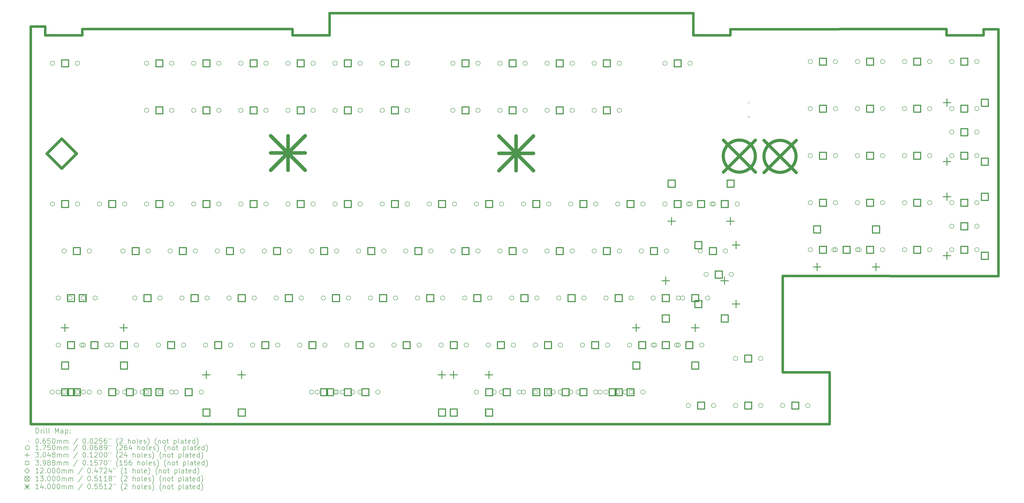
<source format=gbr>
%TF.GenerationSoftware,KiCad,Pcbnew,9.0.0*%
%TF.CreationDate,2025-04-22T01:25:47+02:00*%
%TF.ProjectId,takt11800,74616b74-3131-4383-9030-2e6b69636164,1.0.0*%
%TF.SameCoordinates,Original*%
%TF.FileFunction,Drillmap*%
%TF.FilePolarity,Positive*%
%FSLAX45Y45*%
G04 Gerber Fmt 4.5, Leading zero omitted, Abs format (unit mm)*
G04 Created by KiCad (PCBNEW 9.0.0) date 2025-04-22 01:25:47*
%MOMM*%
%LPD*%
G01*
G04 APERTURE LIST*
%ADD10C,1.000000*%
%ADD11C,0.200000*%
%ADD12C,0.100000*%
%ADD13C,0.175000*%
%ADD14C,0.304800*%
%ADD15C,0.398780*%
%ADD16C,1.200000*%
%ADD17C,1.300000*%
%ADD18C,1.400000*%
G04 APERTURE END LIST*
D10*
X29783000Y-6594000D02*
X29783000Y-6844000D01*
X28283000Y-5943000D02*
X28283000Y-6843000D01*
X33799000Y-20491000D02*
X31899000Y-20491000D01*
X12083000Y-6591000D02*
X3583000Y-6592000D01*
X12083000Y-6591000D02*
X12083000Y-6841000D01*
X3583000Y-6842000D02*
X2083000Y-6841000D01*
X2083000Y-6491000D02*
X2083000Y-6841000D01*
X1499000Y-6491000D02*
X1499000Y-22591000D01*
X28283000Y-5943000D02*
X13583000Y-5942000D01*
X13583000Y-6842000D02*
X12083000Y-6841000D01*
X13583000Y-5942000D02*
X13583000Y-6842000D01*
X29783000Y-6844000D02*
X28283000Y-6843000D01*
X33799000Y-22591000D02*
X33799000Y-20491000D01*
X3583000Y-6592000D02*
X3583000Y-6842000D01*
X31899000Y-20491000D02*
X31899000Y-16591000D01*
X40623125Y-16595000D02*
X31899000Y-16591000D01*
X40623125Y-6594000D02*
X40623125Y-16595000D01*
X40623125Y-6594000D02*
X40021125Y-6594000D01*
X40021125Y-6594000D02*
X40021125Y-6844000D01*
X40021125Y-6844000D02*
X38521125Y-6843000D01*
X38521125Y-6593000D02*
X38521125Y-6843000D01*
X38521125Y-6593000D02*
X29783000Y-6594000D01*
X1499000Y-22591000D02*
X33799000Y-22591000D01*
X1499000Y-6491000D02*
X2083000Y-6491000D01*
D11*
D12*
X30487500Y-9530500D02*
X30552500Y-9595500D01*
X30552500Y-9530500D02*
X30487500Y-9595500D01*
X30487500Y-10108500D02*
X30552500Y-10173500D01*
X30552500Y-10108500D02*
X30487500Y-10173500D01*
D13*
X2458800Y-13670125D02*
G75*
G02*
X2283800Y-13670125I-87500J0D01*
G01*
X2283800Y-13670125D02*
G75*
G02*
X2458800Y-13670125I87500J0D01*
G01*
X2458830Y-21290125D02*
G75*
G02*
X2283830Y-21290125I-87500J0D01*
G01*
X2283830Y-21290125D02*
G75*
G02*
X2458830Y-21290125I87500J0D01*
G01*
X2459050Y-7975125D02*
G75*
G02*
X2284050Y-7975125I-87500J0D01*
G01*
X2284050Y-7975125D02*
G75*
G02*
X2459050Y-7975125I87500J0D01*
G01*
X2696925Y-17480125D02*
G75*
G02*
X2521925Y-17480125I-87500J0D01*
G01*
X2521925Y-17480125D02*
G75*
G02*
X2696925Y-17480125I87500J0D01*
G01*
X2696925Y-19385125D02*
G75*
G02*
X2521925Y-19385125I-87500J0D01*
G01*
X2521925Y-19385125D02*
G75*
G02*
X2696925Y-19385125I87500J0D01*
G01*
X2696950Y-21290125D02*
G75*
G02*
X2521950Y-21290125I-87500J0D01*
G01*
X2521950Y-21290125D02*
G75*
G02*
X2696950Y-21290125I87500J0D01*
G01*
X2935050Y-15575125D02*
G75*
G02*
X2760050Y-15575125I-87500J0D01*
G01*
X2760050Y-15575125D02*
G75*
G02*
X2935050Y-15575125I87500J0D01*
G01*
X2935079Y-21290125D02*
G75*
G02*
X2760079Y-21290125I-87500J0D01*
G01*
X2760079Y-21290125D02*
G75*
G02*
X2935079Y-21290125I87500J0D01*
G01*
X3173175Y-17480125D02*
G75*
G02*
X2998175Y-17480125I-87500J0D01*
G01*
X2998175Y-17480125D02*
G75*
G02*
X3173175Y-17480125I87500J0D01*
G01*
X3474800Y-13670125D02*
G75*
G02*
X3299800Y-13670125I-87500J0D01*
G01*
X3299800Y-13670125D02*
G75*
G02*
X3474800Y-13670125I87500J0D01*
G01*
X3474830Y-21290125D02*
G75*
G02*
X3299830Y-21290125I-87500J0D01*
G01*
X3299830Y-21290125D02*
G75*
G02*
X3474830Y-21290125I87500J0D01*
G01*
X3475050Y-7975125D02*
G75*
G02*
X3300050Y-7975125I-87500J0D01*
G01*
X3300050Y-7975125D02*
G75*
G02*
X3475050Y-7975125I87500J0D01*
G01*
X3649425Y-19385125D02*
G75*
G02*
X3474425Y-19385125I-87500J0D01*
G01*
X3474425Y-19385125D02*
G75*
G02*
X3649425Y-19385125I87500J0D01*
G01*
X3712925Y-17480125D02*
G75*
G02*
X3537925Y-17480125I-87500J0D01*
G01*
X3537925Y-17480125D02*
G75*
G02*
X3712925Y-17480125I87500J0D01*
G01*
X3712925Y-19385125D02*
G75*
G02*
X3537925Y-19385125I-87500J0D01*
G01*
X3537925Y-19385125D02*
G75*
G02*
X3712925Y-19385125I87500J0D01*
G01*
X3712950Y-21290125D02*
G75*
G02*
X3537950Y-21290125I-87500J0D01*
G01*
X3537950Y-21290125D02*
G75*
G02*
X3712950Y-21290125I87500J0D01*
G01*
X3951050Y-15575125D02*
G75*
G02*
X3776050Y-15575125I-87500J0D01*
G01*
X3776050Y-15575125D02*
G75*
G02*
X3951050Y-15575125I87500J0D01*
G01*
X3951079Y-21290125D02*
G75*
G02*
X3776079Y-21290125I-87500J0D01*
G01*
X3776079Y-21290125D02*
G75*
G02*
X3951079Y-21290125I87500J0D01*
G01*
X4189175Y-17480125D02*
G75*
G02*
X4014175Y-17480125I-87500J0D01*
G01*
X4014175Y-17480125D02*
G75*
G02*
X4189175Y-17480125I87500J0D01*
G01*
X4363800Y-13670125D02*
G75*
G02*
X4188800Y-13670125I-87500J0D01*
G01*
X4188800Y-13670125D02*
G75*
G02*
X4363800Y-13670125I87500J0D01*
G01*
X4363830Y-21290125D02*
G75*
G02*
X4188830Y-21290125I-87500J0D01*
G01*
X4188830Y-21290125D02*
G75*
G02*
X4363830Y-21290125I87500J0D01*
G01*
X4665425Y-19385125D02*
G75*
G02*
X4490425Y-19385125I-87500J0D01*
G01*
X4490425Y-19385125D02*
G75*
G02*
X4665425Y-19385125I87500J0D01*
G01*
X4840050Y-19385125D02*
G75*
G02*
X4665050Y-19385125I-87500J0D01*
G01*
X4665050Y-19385125D02*
G75*
G02*
X4840050Y-19385125I87500J0D01*
G01*
X5078198Y-21290125D02*
G75*
G02*
X4903198Y-21290125I-87500J0D01*
G01*
X4903198Y-21290125D02*
G75*
G02*
X5078198Y-21290125I87500J0D01*
G01*
X5316300Y-15575125D02*
G75*
G02*
X5141300Y-15575125I-87500J0D01*
G01*
X5141300Y-15575125D02*
G75*
G02*
X5316300Y-15575125I87500J0D01*
G01*
X5379800Y-13670125D02*
G75*
G02*
X5204800Y-13670125I-87500J0D01*
G01*
X5204800Y-13670125D02*
G75*
G02*
X5379800Y-13670125I87500J0D01*
G01*
X5379830Y-21290125D02*
G75*
G02*
X5204830Y-21290125I-87500J0D01*
G01*
X5204830Y-21290125D02*
G75*
G02*
X5379830Y-21290125I87500J0D01*
G01*
X5792550Y-17480125D02*
G75*
G02*
X5617550Y-17480125I-87500J0D01*
G01*
X5617550Y-17480125D02*
G75*
G02*
X5792550Y-17480125I87500J0D01*
G01*
X5792578Y-21290125D02*
G75*
G02*
X5617578Y-21290125I-87500J0D01*
G01*
X5617578Y-21290125D02*
G75*
G02*
X5792578Y-21290125I87500J0D01*
G01*
X5856050Y-19385125D02*
G75*
G02*
X5681050Y-19385125I-87500J0D01*
G01*
X5681050Y-19385125D02*
G75*
G02*
X5856050Y-19385125I87500J0D01*
G01*
X6094198Y-21290125D02*
G75*
G02*
X5919198Y-21290125I-87500J0D01*
G01*
X5919198Y-21290125D02*
G75*
G02*
X6094198Y-21290125I87500J0D01*
G01*
X6268590Y-7975125D02*
G75*
G02*
X6093590Y-7975125I-87500J0D01*
G01*
X6093590Y-7975125D02*
G75*
G02*
X6268590Y-7975125I87500J0D01*
G01*
X6268590Y-9880125D02*
G75*
G02*
X6093590Y-9880125I-87500J0D01*
G01*
X6093590Y-9880125D02*
G75*
G02*
X6268590Y-9880125I87500J0D01*
G01*
X6268800Y-13670125D02*
G75*
G02*
X6093800Y-13670125I-87500J0D01*
G01*
X6093800Y-13670125D02*
G75*
G02*
X6268800Y-13670125I87500J0D01*
G01*
X6268830Y-21290145D02*
G75*
G02*
X6093830Y-21290145I-87500J0D01*
G01*
X6093830Y-21290145D02*
G75*
G02*
X6268830Y-21290145I87500J0D01*
G01*
X6332300Y-15575125D02*
G75*
G02*
X6157300Y-15575125I-87500J0D01*
G01*
X6157300Y-15575125D02*
G75*
G02*
X6332300Y-15575125I87500J0D01*
G01*
X6745050Y-19385125D02*
G75*
G02*
X6570050Y-19385125I-87500J0D01*
G01*
X6570050Y-19385125D02*
G75*
G02*
X6745050Y-19385125I87500J0D01*
G01*
X6808550Y-17480125D02*
G75*
G02*
X6633550Y-17480125I-87500J0D01*
G01*
X6633550Y-17480125D02*
G75*
G02*
X6808550Y-17480125I87500J0D01*
G01*
X6808578Y-21290125D02*
G75*
G02*
X6633578Y-21290125I-87500J0D01*
G01*
X6633578Y-21290125D02*
G75*
G02*
X6808578Y-21290125I87500J0D01*
G01*
X7221300Y-15575125D02*
G75*
G02*
X7046300Y-15575125I-87500J0D01*
G01*
X7046300Y-15575125D02*
G75*
G02*
X7221300Y-15575125I87500J0D01*
G01*
X7284590Y-7975125D02*
G75*
G02*
X7109590Y-7975125I-87500J0D01*
G01*
X7109590Y-7975125D02*
G75*
G02*
X7284590Y-7975125I87500J0D01*
G01*
X7284590Y-9880125D02*
G75*
G02*
X7109590Y-9880125I-87500J0D01*
G01*
X7109590Y-9880125D02*
G75*
G02*
X7284590Y-9880125I87500J0D01*
G01*
X7284800Y-13670125D02*
G75*
G02*
X7109800Y-13670125I-87500J0D01*
G01*
X7109800Y-13670125D02*
G75*
G02*
X7284800Y-13670125I87500J0D01*
G01*
X7284830Y-21290145D02*
G75*
G02*
X7109830Y-21290145I-87500J0D01*
G01*
X7109830Y-21290145D02*
G75*
G02*
X7284830Y-21290145I87500J0D01*
G01*
X7459449Y-21290129D02*
G75*
G02*
X7284449Y-21290129I-87500J0D01*
G01*
X7284449Y-21290129D02*
G75*
G02*
X7459449Y-21290129I87500J0D01*
G01*
X7697550Y-17480125D02*
G75*
G02*
X7522550Y-17480125I-87500J0D01*
G01*
X7522550Y-17480125D02*
G75*
G02*
X7697550Y-17480125I87500J0D01*
G01*
X7761050Y-19385125D02*
G75*
G02*
X7586050Y-19385125I-87500J0D01*
G01*
X7586050Y-19385125D02*
G75*
G02*
X7761050Y-19385125I87500J0D01*
G01*
X8173590Y-7975125D02*
G75*
G02*
X7998590Y-7975125I-87500J0D01*
G01*
X7998590Y-7975125D02*
G75*
G02*
X8173590Y-7975125I87500J0D01*
G01*
X8173590Y-9880125D02*
G75*
G02*
X7998590Y-9880125I-87500J0D01*
G01*
X7998590Y-9880125D02*
G75*
G02*
X8173590Y-9880125I87500J0D01*
G01*
X8173800Y-13670125D02*
G75*
G02*
X7998800Y-13670125I-87500J0D01*
G01*
X7998800Y-13670125D02*
G75*
G02*
X8173800Y-13670125I87500J0D01*
G01*
X8237300Y-15575125D02*
G75*
G02*
X8062300Y-15575125I-87500J0D01*
G01*
X8062300Y-15575125D02*
G75*
G02*
X8237300Y-15575125I87500J0D01*
G01*
X8475449Y-21290129D02*
G75*
G02*
X8300449Y-21290129I-87500J0D01*
G01*
X8300449Y-21290129D02*
G75*
G02*
X8475449Y-21290129I87500J0D01*
G01*
X8650050Y-19385125D02*
G75*
G02*
X8475050Y-19385125I-87500J0D01*
G01*
X8475050Y-19385125D02*
G75*
G02*
X8650050Y-19385125I87500J0D01*
G01*
X8713550Y-17480125D02*
G75*
G02*
X8538550Y-17480125I-87500J0D01*
G01*
X8538550Y-17480125D02*
G75*
G02*
X8713550Y-17480125I87500J0D01*
G01*
X9126300Y-15575125D02*
G75*
G02*
X8951300Y-15575125I-87500J0D01*
G01*
X8951300Y-15575125D02*
G75*
G02*
X9126300Y-15575125I87500J0D01*
G01*
X9189590Y-7975125D02*
G75*
G02*
X9014590Y-7975125I-87500J0D01*
G01*
X9014590Y-7975125D02*
G75*
G02*
X9189590Y-7975125I87500J0D01*
G01*
X9189590Y-9880125D02*
G75*
G02*
X9014590Y-9880125I-87500J0D01*
G01*
X9014590Y-9880125D02*
G75*
G02*
X9189590Y-9880125I87500J0D01*
G01*
X9189800Y-13670125D02*
G75*
G02*
X9014800Y-13670125I-87500J0D01*
G01*
X9014800Y-13670125D02*
G75*
G02*
X9189800Y-13670125I87500J0D01*
G01*
X9602550Y-17480125D02*
G75*
G02*
X9427550Y-17480125I-87500J0D01*
G01*
X9427550Y-17480125D02*
G75*
G02*
X9602550Y-17480125I87500J0D01*
G01*
X9666050Y-19385125D02*
G75*
G02*
X9491050Y-19385125I-87500J0D01*
G01*
X9491050Y-19385125D02*
G75*
G02*
X9666050Y-19385125I87500J0D01*
G01*
X10078590Y-7975125D02*
G75*
G02*
X9903590Y-7975125I-87500J0D01*
G01*
X9903590Y-7975125D02*
G75*
G02*
X10078590Y-7975125I87500J0D01*
G01*
X10078590Y-9880125D02*
G75*
G02*
X9903590Y-9880125I-87500J0D01*
G01*
X9903590Y-9880125D02*
G75*
G02*
X10078590Y-9880125I87500J0D01*
G01*
X10078800Y-13670125D02*
G75*
G02*
X9903800Y-13670125I-87500J0D01*
G01*
X9903800Y-13670125D02*
G75*
G02*
X10078800Y-13670125I87500J0D01*
G01*
X10142300Y-15575125D02*
G75*
G02*
X9967300Y-15575125I-87500J0D01*
G01*
X9967300Y-15575125D02*
G75*
G02*
X10142300Y-15575125I87500J0D01*
G01*
X10555050Y-19385125D02*
G75*
G02*
X10380050Y-19385125I-87500J0D01*
G01*
X10380050Y-19385125D02*
G75*
G02*
X10555050Y-19385125I87500J0D01*
G01*
X10618550Y-17480125D02*
G75*
G02*
X10443550Y-17480125I-87500J0D01*
G01*
X10443550Y-17480125D02*
G75*
G02*
X10618550Y-17480125I87500J0D01*
G01*
X11031300Y-15575125D02*
G75*
G02*
X10856300Y-15575125I-87500J0D01*
G01*
X10856300Y-15575125D02*
G75*
G02*
X11031300Y-15575125I87500J0D01*
G01*
X11094590Y-7975125D02*
G75*
G02*
X10919590Y-7975125I-87500J0D01*
G01*
X10919590Y-7975125D02*
G75*
G02*
X11094590Y-7975125I87500J0D01*
G01*
X11094590Y-9880125D02*
G75*
G02*
X10919590Y-9880125I-87500J0D01*
G01*
X10919590Y-9880125D02*
G75*
G02*
X11094590Y-9880125I87500J0D01*
G01*
X11094800Y-13670125D02*
G75*
G02*
X10919800Y-13670125I-87500J0D01*
G01*
X10919800Y-13670125D02*
G75*
G02*
X11094800Y-13670125I87500J0D01*
G01*
X11507550Y-17480125D02*
G75*
G02*
X11332550Y-17480125I-87500J0D01*
G01*
X11332550Y-17480125D02*
G75*
G02*
X11507550Y-17480125I87500J0D01*
G01*
X11571050Y-19385125D02*
G75*
G02*
X11396050Y-19385125I-87500J0D01*
G01*
X11396050Y-19385125D02*
G75*
G02*
X11571050Y-19385125I87500J0D01*
G01*
X11983590Y-7975125D02*
G75*
G02*
X11808590Y-7975125I-87500J0D01*
G01*
X11808590Y-7975125D02*
G75*
G02*
X11983590Y-7975125I87500J0D01*
G01*
X11983590Y-9880125D02*
G75*
G02*
X11808590Y-9880125I-87500J0D01*
G01*
X11808590Y-9880125D02*
G75*
G02*
X11983590Y-9880125I87500J0D01*
G01*
X11983800Y-13670125D02*
G75*
G02*
X11808800Y-13670125I-87500J0D01*
G01*
X11808800Y-13670125D02*
G75*
G02*
X11983800Y-13670125I87500J0D01*
G01*
X12047300Y-15575125D02*
G75*
G02*
X11872300Y-15575125I-87500J0D01*
G01*
X11872300Y-15575125D02*
G75*
G02*
X12047300Y-15575125I87500J0D01*
G01*
X12460050Y-19385125D02*
G75*
G02*
X12285050Y-19385125I-87500J0D01*
G01*
X12285050Y-19385125D02*
G75*
G02*
X12460050Y-19385125I87500J0D01*
G01*
X12523550Y-17480125D02*
G75*
G02*
X12348550Y-17480125I-87500J0D01*
G01*
X12348550Y-17480125D02*
G75*
G02*
X12523550Y-17480125I87500J0D01*
G01*
X12936200Y-21290200D02*
G75*
G02*
X12761200Y-21290200I-87500J0D01*
G01*
X12761200Y-21290200D02*
G75*
G02*
X12936200Y-21290200I87500J0D01*
G01*
X12936300Y-15575125D02*
G75*
G02*
X12761300Y-15575125I-87500J0D01*
G01*
X12761300Y-15575125D02*
G75*
G02*
X12936300Y-15575125I87500J0D01*
G01*
X12999590Y-7975125D02*
G75*
G02*
X12824590Y-7975125I-87500J0D01*
G01*
X12824590Y-7975125D02*
G75*
G02*
X12999590Y-7975125I87500J0D01*
G01*
X12999590Y-9880125D02*
G75*
G02*
X12824590Y-9880125I-87500J0D01*
G01*
X12824590Y-9880125D02*
G75*
G02*
X12999590Y-9880125I87500J0D01*
G01*
X12999800Y-13670125D02*
G75*
G02*
X12824800Y-13670125I-87500J0D01*
G01*
X12824800Y-13670125D02*
G75*
G02*
X12999800Y-13670125I87500J0D01*
G01*
X13174455Y-21290126D02*
G75*
G02*
X12999455Y-21290126I-87500J0D01*
G01*
X12999455Y-21290126D02*
G75*
G02*
X13174455Y-21290126I87500J0D01*
G01*
X13412550Y-17480125D02*
G75*
G02*
X13237550Y-17480125I-87500J0D01*
G01*
X13237550Y-17480125D02*
G75*
G02*
X13412550Y-17480125I87500J0D01*
G01*
X13476050Y-19385125D02*
G75*
G02*
X13301050Y-19385125I-87500J0D01*
G01*
X13301050Y-19385125D02*
G75*
G02*
X13476050Y-19385125I87500J0D01*
G01*
X13888590Y-7975125D02*
G75*
G02*
X13713590Y-7975125I-87500J0D01*
G01*
X13713590Y-7975125D02*
G75*
G02*
X13888590Y-7975125I87500J0D01*
G01*
X13888590Y-9880125D02*
G75*
G02*
X13713590Y-9880125I-87500J0D01*
G01*
X13713590Y-9880125D02*
G75*
G02*
X13888590Y-9880125I87500J0D01*
G01*
X13888800Y-13670125D02*
G75*
G02*
X13713800Y-13670125I-87500J0D01*
G01*
X13713800Y-13670125D02*
G75*
G02*
X13888800Y-13670125I87500J0D01*
G01*
X13888830Y-21290129D02*
G75*
G02*
X13713830Y-21290129I-87500J0D01*
G01*
X13713830Y-21290129D02*
G75*
G02*
X13888830Y-21290129I87500J0D01*
G01*
X13952200Y-21290200D02*
G75*
G02*
X13777200Y-21290200I-87500J0D01*
G01*
X13777200Y-21290200D02*
G75*
G02*
X13952200Y-21290200I87500J0D01*
G01*
X13952300Y-15575125D02*
G75*
G02*
X13777300Y-15575125I-87500J0D01*
G01*
X13777300Y-15575125D02*
G75*
G02*
X13952300Y-15575125I87500J0D01*
G01*
X14190455Y-21290126D02*
G75*
G02*
X14015455Y-21290126I-87500J0D01*
G01*
X14015455Y-21290126D02*
G75*
G02*
X14190455Y-21290126I87500J0D01*
G01*
X14365050Y-19385125D02*
G75*
G02*
X14190050Y-19385125I-87500J0D01*
G01*
X14190050Y-19385125D02*
G75*
G02*
X14365050Y-19385125I87500J0D01*
G01*
X14428550Y-17480125D02*
G75*
G02*
X14253550Y-17480125I-87500J0D01*
G01*
X14253550Y-17480125D02*
G75*
G02*
X14428550Y-17480125I87500J0D01*
G01*
X14603200Y-21290137D02*
G75*
G02*
X14428200Y-21290137I-87500J0D01*
G01*
X14428200Y-21290137D02*
G75*
G02*
X14603200Y-21290137I87500J0D01*
G01*
X14841300Y-15575125D02*
G75*
G02*
X14666300Y-15575125I-87500J0D01*
G01*
X14666300Y-15575125D02*
G75*
G02*
X14841300Y-15575125I87500J0D01*
G01*
X14904590Y-7975125D02*
G75*
G02*
X14729590Y-7975125I-87500J0D01*
G01*
X14729590Y-7975125D02*
G75*
G02*
X14904590Y-7975125I87500J0D01*
G01*
X14904590Y-9880125D02*
G75*
G02*
X14729590Y-9880125I-87500J0D01*
G01*
X14729590Y-9880125D02*
G75*
G02*
X14904590Y-9880125I87500J0D01*
G01*
X14904800Y-13670125D02*
G75*
G02*
X14729800Y-13670125I-87500J0D01*
G01*
X14729800Y-13670125D02*
G75*
G02*
X14904800Y-13670125I87500J0D01*
G01*
X14904830Y-21290129D02*
G75*
G02*
X14729830Y-21290129I-87500J0D01*
G01*
X14729830Y-21290129D02*
G75*
G02*
X14904830Y-21290129I87500J0D01*
G01*
X15317550Y-17480125D02*
G75*
G02*
X15142550Y-17480125I-87500J0D01*
G01*
X15142550Y-17480125D02*
G75*
G02*
X15317550Y-17480125I87500J0D01*
G01*
X15381050Y-19385125D02*
G75*
G02*
X15206050Y-19385125I-87500J0D01*
G01*
X15206050Y-19385125D02*
G75*
G02*
X15381050Y-19385125I87500J0D01*
G01*
X15619200Y-21290137D02*
G75*
G02*
X15444200Y-21290137I-87500J0D01*
G01*
X15444200Y-21290137D02*
G75*
G02*
X15619200Y-21290137I87500J0D01*
G01*
X15793590Y-7975125D02*
G75*
G02*
X15618590Y-7975125I-87500J0D01*
G01*
X15618590Y-7975125D02*
G75*
G02*
X15793590Y-7975125I87500J0D01*
G01*
X15793590Y-9880125D02*
G75*
G02*
X15618590Y-9880125I-87500J0D01*
G01*
X15618590Y-9880125D02*
G75*
G02*
X15793590Y-9880125I87500J0D01*
G01*
X15793800Y-13670125D02*
G75*
G02*
X15618800Y-13670125I-87500J0D01*
G01*
X15618800Y-13670125D02*
G75*
G02*
X15793800Y-13670125I87500J0D01*
G01*
X15857300Y-15575125D02*
G75*
G02*
X15682300Y-15575125I-87500J0D01*
G01*
X15682300Y-15575125D02*
G75*
G02*
X15857300Y-15575125I87500J0D01*
G01*
X16270050Y-19385125D02*
G75*
G02*
X16095050Y-19385125I-87500J0D01*
G01*
X16095050Y-19385125D02*
G75*
G02*
X16270050Y-19385125I87500J0D01*
G01*
X16333550Y-17480125D02*
G75*
G02*
X16158550Y-17480125I-87500J0D01*
G01*
X16158550Y-17480125D02*
G75*
G02*
X16333550Y-17480125I87500J0D01*
G01*
X16746300Y-15575125D02*
G75*
G02*
X16571300Y-15575125I-87500J0D01*
G01*
X16571300Y-15575125D02*
G75*
G02*
X16746300Y-15575125I87500J0D01*
G01*
X16809590Y-7975125D02*
G75*
G02*
X16634590Y-7975125I-87500J0D01*
G01*
X16634590Y-7975125D02*
G75*
G02*
X16809590Y-7975125I87500J0D01*
G01*
X16809590Y-9880125D02*
G75*
G02*
X16634590Y-9880125I-87500J0D01*
G01*
X16634590Y-9880125D02*
G75*
G02*
X16809590Y-9880125I87500J0D01*
G01*
X16809800Y-13670125D02*
G75*
G02*
X16634800Y-13670125I-87500J0D01*
G01*
X16634800Y-13670125D02*
G75*
G02*
X16809800Y-13670125I87500J0D01*
G01*
X17222550Y-17480125D02*
G75*
G02*
X17047550Y-17480125I-87500J0D01*
G01*
X17047550Y-17480125D02*
G75*
G02*
X17222550Y-17480125I87500J0D01*
G01*
X17286050Y-19385125D02*
G75*
G02*
X17111050Y-19385125I-87500J0D01*
G01*
X17111050Y-19385125D02*
G75*
G02*
X17286050Y-19385125I87500J0D01*
G01*
X17698800Y-13670125D02*
G75*
G02*
X17523800Y-13670125I-87500J0D01*
G01*
X17523800Y-13670125D02*
G75*
G02*
X17698800Y-13670125I87500J0D01*
G01*
X17762300Y-15575125D02*
G75*
G02*
X17587300Y-15575125I-87500J0D01*
G01*
X17587300Y-15575125D02*
G75*
G02*
X17762300Y-15575125I87500J0D01*
G01*
X18175050Y-19385125D02*
G75*
G02*
X18000050Y-19385125I-87500J0D01*
G01*
X18000050Y-19385125D02*
G75*
G02*
X18175050Y-19385125I87500J0D01*
G01*
X18238550Y-17480125D02*
G75*
G02*
X18063550Y-17480125I-87500J0D01*
G01*
X18063550Y-17480125D02*
G75*
G02*
X18238550Y-17480125I87500J0D01*
G01*
X18650850Y-7975125D02*
G75*
G02*
X18475850Y-7975125I-87500J0D01*
G01*
X18475850Y-7975125D02*
G75*
G02*
X18650850Y-7975125I87500J0D01*
G01*
X18650850Y-9880125D02*
G75*
G02*
X18475850Y-9880125I-87500J0D01*
G01*
X18475850Y-9880125D02*
G75*
G02*
X18650850Y-9880125I87500J0D01*
G01*
X18651300Y-15575125D02*
G75*
G02*
X18476300Y-15575125I-87500J0D01*
G01*
X18476300Y-15575125D02*
G75*
G02*
X18651300Y-15575125I87500J0D01*
G01*
X18714800Y-13670125D02*
G75*
G02*
X18539800Y-13670125I-87500J0D01*
G01*
X18539800Y-13670125D02*
G75*
G02*
X18714800Y-13670125I87500J0D01*
G01*
X19127550Y-17480125D02*
G75*
G02*
X18952550Y-17480125I-87500J0D01*
G01*
X18952550Y-17480125D02*
G75*
G02*
X19127550Y-17480125I87500J0D01*
G01*
X19191050Y-19385125D02*
G75*
G02*
X19016050Y-19385125I-87500J0D01*
G01*
X19016050Y-19385125D02*
G75*
G02*
X19191050Y-19385125I87500J0D01*
G01*
X19603800Y-13670125D02*
G75*
G02*
X19428800Y-13670125I-87500J0D01*
G01*
X19428800Y-13670125D02*
G75*
G02*
X19603800Y-13670125I87500J0D01*
G01*
X19603840Y-21290128D02*
G75*
G02*
X19428840Y-21290128I-87500J0D01*
G01*
X19428840Y-21290128D02*
G75*
G02*
X19603840Y-21290128I87500J0D01*
G01*
X19666850Y-7975125D02*
G75*
G02*
X19491850Y-7975125I-87500J0D01*
G01*
X19491850Y-7975125D02*
G75*
G02*
X19666850Y-7975125I87500J0D01*
G01*
X19666850Y-9880125D02*
G75*
G02*
X19491850Y-9880125I-87500J0D01*
G01*
X19491850Y-9880125D02*
G75*
G02*
X19666850Y-9880125I87500J0D01*
G01*
X19667300Y-15575125D02*
G75*
G02*
X19492300Y-15575125I-87500J0D01*
G01*
X19492300Y-15575125D02*
G75*
G02*
X19667300Y-15575125I87500J0D01*
G01*
X20080050Y-19385125D02*
G75*
G02*
X19905050Y-19385125I-87500J0D01*
G01*
X19905050Y-19385125D02*
G75*
G02*
X20080050Y-19385125I87500J0D01*
G01*
X20143550Y-17480125D02*
G75*
G02*
X19968550Y-17480125I-87500J0D01*
G01*
X19968550Y-17480125D02*
G75*
G02*
X20143550Y-17480125I87500J0D01*
G01*
X20318204Y-21290137D02*
G75*
G02*
X20143204Y-21290137I-87500J0D01*
G01*
X20143204Y-21290137D02*
G75*
G02*
X20318204Y-21290137I87500J0D01*
G01*
X20555850Y-7975125D02*
G75*
G02*
X20380850Y-7975125I-87500J0D01*
G01*
X20380850Y-7975125D02*
G75*
G02*
X20555850Y-7975125I87500J0D01*
G01*
X20555850Y-9880125D02*
G75*
G02*
X20380850Y-9880125I-87500J0D01*
G01*
X20380850Y-9880125D02*
G75*
G02*
X20555850Y-9880125I87500J0D01*
G01*
X20556300Y-15575125D02*
G75*
G02*
X20381300Y-15575125I-87500J0D01*
G01*
X20381300Y-15575125D02*
G75*
G02*
X20556300Y-15575125I87500J0D01*
G01*
X20619800Y-13670125D02*
G75*
G02*
X20444800Y-13670125I-87500J0D01*
G01*
X20444800Y-13670125D02*
G75*
G02*
X20619800Y-13670125I87500J0D01*
G01*
X20619840Y-21290128D02*
G75*
G02*
X20444840Y-21290128I-87500J0D01*
G01*
X20444840Y-21290128D02*
G75*
G02*
X20619840Y-21290128I87500J0D01*
G01*
X21032550Y-17480125D02*
G75*
G02*
X20857550Y-17480125I-87500J0D01*
G01*
X20857550Y-17480125D02*
G75*
G02*
X21032550Y-17480125I87500J0D01*
G01*
X21096050Y-19385125D02*
G75*
G02*
X20921050Y-19385125I-87500J0D01*
G01*
X20921050Y-19385125D02*
G75*
G02*
X21096050Y-19385125I87500J0D01*
G01*
X21334204Y-21290137D02*
G75*
G02*
X21159204Y-21290137I-87500J0D01*
G01*
X21159204Y-21290137D02*
G75*
G02*
X21334204Y-21290137I87500J0D01*
G01*
X21508800Y-13670125D02*
G75*
G02*
X21333800Y-13670125I-87500J0D01*
G01*
X21333800Y-13670125D02*
G75*
G02*
X21508800Y-13670125I87500J0D01*
G01*
X21508825Y-21290133D02*
G75*
G02*
X21333825Y-21290133I-87500J0D01*
G01*
X21333825Y-21290133D02*
G75*
G02*
X21508825Y-21290133I87500J0D01*
G01*
X21571850Y-7975125D02*
G75*
G02*
X21396850Y-7975125I-87500J0D01*
G01*
X21396850Y-7975125D02*
G75*
G02*
X21571850Y-7975125I87500J0D01*
G01*
X21571850Y-9880125D02*
G75*
G02*
X21396850Y-9880125I-87500J0D01*
G01*
X21396850Y-9880125D02*
G75*
G02*
X21571850Y-9880125I87500J0D01*
G01*
X21572300Y-15575125D02*
G75*
G02*
X21397300Y-15575125I-87500J0D01*
G01*
X21397300Y-15575125D02*
G75*
G02*
X21572300Y-15575125I87500J0D01*
G01*
X21985050Y-19385125D02*
G75*
G02*
X21810050Y-19385125I-87500J0D01*
G01*
X21810050Y-19385125D02*
G75*
G02*
X21985050Y-19385125I87500J0D01*
G01*
X21985080Y-21290127D02*
G75*
G02*
X21810080Y-21290127I-87500J0D01*
G01*
X21810080Y-21290127D02*
G75*
G02*
X21985080Y-21290127I87500J0D01*
G01*
X22048550Y-17480125D02*
G75*
G02*
X21873550Y-17480125I-87500J0D01*
G01*
X21873550Y-17480125D02*
G75*
G02*
X22048550Y-17480125I87500J0D01*
G01*
X22460850Y-7975125D02*
G75*
G02*
X22285850Y-7975125I-87500J0D01*
G01*
X22285850Y-7975125D02*
G75*
G02*
X22460850Y-7975125I87500J0D01*
G01*
X22460850Y-9880125D02*
G75*
G02*
X22285850Y-9880125I-87500J0D01*
G01*
X22285850Y-9880125D02*
G75*
G02*
X22460850Y-9880125I87500J0D01*
G01*
X22461300Y-15575125D02*
G75*
G02*
X22286300Y-15575125I-87500J0D01*
G01*
X22286300Y-15575125D02*
G75*
G02*
X22461300Y-15575125I87500J0D01*
G01*
X22524800Y-13670125D02*
G75*
G02*
X22349800Y-13670125I-87500J0D01*
G01*
X22349800Y-13670125D02*
G75*
G02*
X22524800Y-13670125I87500J0D01*
G01*
X22524825Y-21290133D02*
G75*
G02*
X22349825Y-21290133I-87500J0D01*
G01*
X22349825Y-21290133D02*
G75*
G02*
X22524825Y-21290133I87500J0D01*
G01*
X22699453Y-21290133D02*
G75*
G02*
X22524453Y-21290133I-87500J0D01*
G01*
X22524453Y-21290133D02*
G75*
G02*
X22699453Y-21290133I87500J0D01*
G01*
X22937550Y-17480125D02*
G75*
G02*
X22762550Y-17480125I-87500J0D01*
G01*
X22762550Y-17480125D02*
G75*
G02*
X22937550Y-17480125I87500J0D01*
G01*
X23001050Y-19385125D02*
G75*
G02*
X22826050Y-19385125I-87500J0D01*
G01*
X22826050Y-19385125D02*
G75*
G02*
X23001050Y-19385125I87500J0D01*
G01*
X23001080Y-21290127D02*
G75*
G02*
X22826080Y-21290127I-87500J0D01*
G01*
X22826080Y-21290127D02*
G75*
G02*
X23001080Y-21290127I87500J0D01*
G01*
X23413800Y-13670125D02*
G75*
G02*
X23238800Y-13670125I-87500J0D01*
G01*
X23238800Y-13670125D02*
G75*
G02*
X23413800Y-13670125I87500J0D01*
G01*
X23413825Y-21290126D02*
G75*
G02*
X23238825Y-21290126I-87500J0D01*
G01*
X23238825Y-21290126D02*
G75*
G02*
X23413825Y-21290126I87500J0D01*
G01*
X23476850Y-7975125D02*
G75*
G02*
X23301850Y-7975125I-87500J0D01*
G01*
X23301850Y-7975125D02*
G75*
G02*
X23476850Y-7975125I87500J0D01*
G01*
X23476850Y-9880125D02*
G75*
G02*
X23301850Y-9880125I-87500J0D01*
G01*
X23301850Y-9880125D02*
G75*
G02*
X23476850Y-9880125I87500J0D01*
G01*
X23477300Y-15575125D02*
G75*
G02*
X23302300Y-15575125I-87500J0D01*
G01*
X23302300Y-15575125D02*
G75*
G02*
X23477300Y-15575125I87500J0D01*
G01*
X23715453Y-21290133D02*
G75*
G02*
X23540453Y-21290133I-87500J0D01*
G01*
X23540453Y-21290133D02*
G75*
G02*
X23715453Y-21290133I87500J0D01*
G01*
X23890050Y-19385125D02*
G75*
G02*
X23715050Y-19385125I-87500J0D01*
G01*
X23715050Y-19385125D02*
G75*
G02*
X23890050Y-19385125I87500J0D01*
G01*
X23953550Y-17480125D02*
G75*
G02*
X23778550Y-17480125I-87500J0D01*
G01*
X23778550Y-17480125D02*
G75*
G02*
X23953550Y-17480125I87500J0D01*
G01*
X24365850Y-7975125D02*
G75*
G02*
X24190850Y-7975125I-87500J0D01*
G01*
X24190850Y-7975125D02*
G75*
G02*
X24365850Y-7975125I87500J0D01*
G01*
X24365850Y-9880125D02*
G75*
G02*
X24190850Y-9880125I-87500J0D01*
G01*
X24190850Y-9880125D02*
G75*
G02*
X24365850Y-9880125I87500J0D01*
G01*
X24366300Y-15575125D02*
G75*
G02*
X24191300Y-15575125I-87500J0D01*
G01*
X24191300Y-15575125D02*
G75*
G02*
X24366300Y-15575125I87500J0D01*
G01*
X24429800Y-13670125D02*
G75*
G02*
X24254800Y-13670125I-87500J0D01*
G01*
X24254800Y-13670125D02*
G75*
G02*
X24429800Y-13670125I87500J0D01*
G01*
X24429825Y-21290126D02*
G75*
G02*
X24254825Y-21290126I-87500J0D01*
G01*
X24254825Y-21290126D02*
G75*
G02*
X24429825Y-21290126I87500J0D01*
G01*
X24604445Y-21290133D02*
G75*
G02*
X24429445Y-21290133I-87500J0D01*
G01*
X24429445Y-21290133D02*
G75*
G02*
X24604445Y-21290133I87500J0D01*
G01*
X24842550Y-17480125D02*
G75*
G02*
X24667550Y-17480125I-87500J0D01*
G01*
X24667550Y-17480125D02*
G75*
G02*
X24842550Y-17480125I87500J0D01*
G01*
X24842580Y-21290133D02*
G75*
G02*
X24667580Y-21290133I-87500J0D01*
G01*
X24667580Y-21290133D02*
G75*
G02*
X24842580Y-21290133I87500J0D01*
G01*
X24906050Y-19385125D02*
G75*
G02*
X24731050Y-19385125I-87500J0D01*
G01*
X24731050Y-19385125D02*
G75*
G02*
X24906050Y-19385125I87500J0D01*
G01*
X25318800Y-13670125D02*
G75*
G02*
X25143800Y-13670125I-87500J0D01*
G01*
X25143800Y-13670125D02*
G75*
G02*
X25318800Y-13670125I87500J0D01*
G01*
X25318825Y-21290134D02*
G75*
G02*
X25143825Y-21290134I-87500J0D01*
G01*
X25143825Y-21290134D02*
G75*
G02*
X25318825Y-21290134I87500J0D01*
G01*
X25381850Y-7975125D02*
G75*
G02*
X25206850Y-7975125I-87500J0D01*
G01*
X25206850Y-7975125D02*
G75*
G02*
X25381850Y-7975125I87500J0D01*
G01*
X25381850Y-9880125D02*
G75*
G02*
X25206850Y-9880125I-87500J0D01*
G01*
X25206850Y-9880125D02*
G75*
G02*
X25381850Y-9880125I87500J0D01*
G01*
X25382300Y-15575125D02*
G75*
G02*
X25207300Y-15575125I-87500J0D01*
G01*
X25207300Y-15575125D02*
G75*
G02*
X25382300Y-15575125I87500J0D01*
G01*
X25620445Y-21290133D02*
G75*
G02*
X25445445Y-21290133I-87500J0D01*
G01*
X25445445Y-21290133D02*
G75*
G02*
X25620445Y-21290133I87500J0D01*
G01*
X25795050Y-19385125D02*
G75*
G02*
X25620050Y-19385125I-87500J0D01*
G01*
X25620050Y-19385125D02*
G75*
G02*
X25795050Y-19385125I87500J0D01*
G01*
X25858550Y-17480125D02*
G75*
G02*
X25683550Y-17480125I-87500J0D01*
G01*
X25683550Y-17480125D02*
G75*
G02*
X25858550Y-17480125I87500J0D01*
G01*
X25858580Y-21290133D02*
G75*
G02*
X25683580Y-21290133I-87500J0D01*
G01*
X25683580Y-21290133D02*
G75*
G02*
X25858580Y-21290133I87500J0D01*
G01*
X26271300Y-15575125D02*
G75*
G02*
X26096300Y-15575125I-87500J0D01*
G01*
X26096300Y-15575125D02*
G75*
G02*
X26271300Y-15575125I87500J0D01*
G01*
X26334800Y-13670125D02*
G75*
G02*
X26159800Y-13670125I-87500J0D01*
G01*
X26159800Y-13670125D02*
G75*
G02*
X26334800Y-13670125I87500J0D01*
G01*
X26334825Y-21290134D02*
G75*
G02*
X26159825Y-21290134I-87500J0D01*
G01*
X26159825Y-21290134D02*
G75*
G02*
X26334825Y-21290134I87500J0D01*
G01*
X26747550Y-17480125D02*
G75*
G02*
X26572550Y-17480125I-87500J0D01*
G01*
X26572550Y-17480125D02*
G75*
G02*
X26747550Y-17480125I87500J0D01*
G01*
X26747550Y-19385125D02*
G75*
G02*
X26572550Y-19385125I-87500J0D01*
G01*
X26572550Y-19385125D02*
G75*
G02*
X26747550Y-19385125I87500J0D01*
G01*
X26811050Y-19385125D02*
G75*
G02*
X26636050Y-19385125I-87500J0D01*
G01*
X26636050Y-19385125D02*
G75*
G02*
X26811050Y-19385125I87500J0D01*
G01*
X27223800Y-13670125D02*
G75*
G02*
X27048800Y-13670125I-87500J0D01*
G01*
X27048800Y-13670125D02*
G75*
G02*
X27223800Y-13670125I87500J0D01*
G01*
X27223950Y-7975125D02*
G75*
G02*
X27048950Y-7975125I-87500J0D01*
G01*
X27048950Y-7975125D02*
G75*
G02*
X27223950Y-7975125I87500J0D01*
G01*
X27287300Y-15575125D02*
G75*
G02*
X27112300Y-15575125I-87500J0D01*
G01*
X27112300Y-15575125D02*
G75*
G02*
X27287300Y-15575125I87500J0D01*
G01*
X27700050Y-19385125D02*
G75*
G02*
X27525050Y-19385125I-87500J0D01*
G01*
X27525050Y-19385125D02*
G75*
G02*
X27700050Y-19385125I87500J0D01*
G01*
X27763550Y-17480125D02*
G75*
G02*
X27588550Y-17480125I-87500J0D01*
G01*
X27588550Y-17480125D02*
G75*
G02*
X27763550Y-17480125I87500J0D01*
G01*
X27763550Y-19385125D02*
G75*
G02*
X27588550Y-19385125I-87500J0D01*
G01*
X27588550Y-19385125D02*
G75*
G02*
X27763550Y-19385125I87500J0D01*
G01*
X27938175Y-17480125D02*
G75*
G02*
X27763175Y-17480125I-87500J0D01*
G01*
X27763175Y-17480125D02*
G75*
G02*
X27938175Y-17480125I87500J0D01*
G01*
X28175700Y-21832970D02*
G75*
G02*
X28000700Y-21832970I-87500J0D01*
G01*
X28000700Y-21832970D02*
G75*
G02*
X28175700Y-21832970I87500J0D01*
G01*
X28176300Y-13670125D02*
G75*
G02*
X28001300Y-13670125I-87500J0D01*
G01*
X28001300Y-13670125D02*
G75*
G02*
X28176300Y-13670125I87500J0D01*
G01*
X28239800Y-13670125D02*
G75*
G02*
X28064800Y-13670125I-87500J0D01*
G01*
X28064800Y-13670125D02*
G75*
G02*
X28239800Y-13670125I87500J0D01*
G01*
X28239950Y-7975125D02*
G75*
G02*
X28064950Y-7975125I-87500J0D01*
G01*
X28064950Y-7975125D02*
G75*
G02*
X28239950Y-7975125I87500J0D01*
G01*
X28652550Y-15575125D02*
G75*
G02*
X28477550Y-15575125I-87500J0D01*
G01*
X28477550Y-15575125D02*
G75*
G02*
X28652550Y-15575125I87500J0D01*
G01*
X28716050Y-19385125D02*
G75*
G02*
X28541050Y-19385125I-87500J0D01*
G01*
X28541050Y-19385125D02*
G75*
G02*
X28716050Y-19385125I87500J0D01*
G01*
X28890675Y-16527625D02*
G75*
G02*
X28715675Y-16527625I-87500J0D01*
G01*
X28715675Y-16527625D02*
G75*
G02*
X28890675Y-16527625I87500J0D01*
G01*
X28954175Y-17480125D02*
G75*
G02*
X28779175Y-17480125I-87500J0D01*
G01*
X28779175Y-17480125D02*
G75*
G02*
X28954175Y-17480125I87500J0D01*
G01*
X29128800Y-13670125D02*
G75*
G02*
X28953800Y-13670125I-87500J0D01*
G01*
X28953800Y-13670125D02*
G75*
G02*
X29128800Y-13670125I87500J0D01*
G01*
X29191700Y-21832970D02*
G75*
G02*
X29016700Y-21832970I-87500J0D01*
G01*
X29016700Y-21832970D02*
G75*
G02*
X29191700Y-21832970I87500J0D01*
G01*
X29192300Y-13670125D02*
G75*
G02*
X29017300Y-13670125I-87500J0D01*
G01*
X29017300Y-13670125D02*
G75*
G02*
X29192300Y-13670125I87500J0D01*
G01*
X29668550Y-15575125D02*
G75*
G02*
X29493550Y-15575125I-87500J0D01*
G01*
X29493550Y-15575125D02*
G75*
G02*
X29668550Y-15575125I87500J0D01*
G01*
X29906675Y-16527625D02*
G75*
G02*
X29731675Y-16527625I-87500J0D01*
G01*
X29731675Y-16527625D02*
G75*
G02*
X29906675Y-16527625I87500J0D01*
G01*
X30080700Y-19928000D02*
G75*
G02*
X29905700Y-19928000I-87500J0D01*
G01*
X29905700Y-19928000D02*
G75*
G02*
X30080700Y-19928000I87500J0D01*
G01*
X30080700Y-21833000D02*
G75*
G02*
X29905700Y-21833000I-87500J0D01*
G01*
X29905700Y-21833000D02*
G75*
G02*
X30080700Y-21833000I87500J0D01*
G01*
X30144800Y-13670125D02*
G75*
G02*
X29969800Y-13670125I-87500J0D01*
G01*
X29969800Y-13670125D02*
G75*
G02*
X30144800Y-13670125I87500J0D01*
G01*
X31096700Y-19928000D02*
G75*
G02*
X30921700Y-19928000I-87500J0D01*
G01*
X30921700Y-19928000D02*
G75*
G02*
X31096700Y-19928000I87500J0D01*
G01*
X31096700Y-21833000D02*
G75*
G02*
X30921700Y-21833000I-87500J0D01*
G01*
X30921700Y-21833000D02*
G75*
G02*
X31096700Y-21833000I87500J0D01*
G01*
X31985700Y-21833000D02*
G75*
G02*
X31810700Y-21833000I-87500J0D01*
G01*
X31810700Y-21833000D02*
G75*
G02*
X31985700Y-21833000I87500J0D01*
G01*
X33001700Y-21833000D02*
G75*
G02*
X32826700Y-21833000I-87500J0D01*
G01*
X32826700Y-21833000D02*
G75*
G02*
X33001700Y-21833000I87500J0D01*
G01*
X33104875Y-7905125D02*
G75*
G02*
X32929875Y-7905125I-87500J0D01*
G01*
X32929875Y-7905125D02*
G75*
G02*
X33104875Y-7905125I87500J0D01*
G01*
X33104875Y-9810125D02*
G75*
G02*
X32929875Y-9810125I-87500J0D01*
G01*
X32929875Y-9810125D02*
G75*
G02*
X33104875Y-9810125I87500J0D01*
G01*
X33104875Y-11715125D02*
G75*
G02*
X32929875Y-11715125I-87500J0D01*
G01*
X32929875Y-11715125D02*
G75*
G02*
X33104875Y-11715125I87500J0D01*
G01*
X33104875Y-13620125D02*
G75*
G02*
X32929875Y-13620125I-87500J0D01*
G01*
X32929875Y-13620125D02*
G75*
G02*
X33104875Y-13620125I87500J0D01*
G01*
X33104875Y-15525125D02*
G75*
G02*
X32929875Y-15525125I-87500J0D01*
G01*
X32929875Y-15525125D02*
G75*
G02*
X33104875Y-15525125I87500J0D01*
G01*
X34057375Y-15525125D02*
G75*
G02*
X33882375Y-15525125I-87500J0D01*
G01*
X33882375Y-15525125D02*
G75*
G02*
X34057375Y-15525125I87500J0D01*
G01*
X34120875Y-7905125D02*
G75*
G02*
X33945875Y-7905125I-87500J0D01*
G01*
X33945875Y-7905125D02*
G75*
G02*
X34120875Y-7905125I87500J0D01*
G01*
X34120875Y-9810125D02*
G75*
G02*
X33945875Y-9810125I-87500J0D01*
G01*
X33945875Y-9810125D02*
G75*
G02*
X34120875Y-9810125I87500J0D01*
G01*
X34120875Y-11715125D02*
G75*
G02*
X33945875Y-11715125I-87500J0D01*
G01*
X33945875Y-11715125D02*
G75*
G02*
X34120875Y-11715125I87500J0D01*
G01*
X34120875Y-13620125D02*
G75*
G02*
X33945875Y-13620125I-87500J0D01*
G01*
X33945875Y-13620125D02*
G75*
G02*
X34120875Y-13620125I87500J0D01*
G01*
X34120875Y-15525125D02*
G75*
G02*
X33945875Y-15525125I-87500J0D01*
G01*
X33945875Y-15525125D02*
G75*
G02*
X34120875Y-15525125I87500J0D01*
G01*
X35009875Y-7905125D02*
G75*
G02*
X34834875Y-7905125I-87500J0D01*
G01*
X34834875Y-7905125D02*
G75*
G02*
X35009875Y-7905125I87500J0D01*
G01*
X35009875Y-9810125D02*
G75*
G02*
X34834875Y-9810125I-87500J0D01*
G01*
X34834875Y-9810125D02*
G75*
G02*
X35009875Y-9810125I87500J0D01*
G01*
X35009875Y-11715125D02*
G75*
G02*
X34834875Y-11715125I-87500J0D01*
G01*
X34834875Y-11715125D02*
G75*
G02*
X35009875Y-11715125I87500J0D01*
G01*
X35009875Y-13620125D02*
G75*
G02*
X34834875Y-13620125I-87500J0D01*
G01*
X34834875Y-13620125D02*
G75*
G02*
X35009875Y-13620125I87500J0D01*
G01*
X35009875Y-15525125D02*
G75*
G02*
X34834875Y-15525125I-87500J0D01*
G01*
X34834875Y-15525125D02*
G75*
G02*
X35009875Y-15525125I87500J0D01*
G01*
X35073375Y-15525125D02*
G75*
G02*
X34898375Y-15525125I-87500J0D01*
G01*
X34898375Y-15525125D02*
G75*
G02*
X35073375Y-15525125I87500J0D01*
G01*
X36025875Y-7905125D02*
G75*
G02*
X35850875Y-7905125I-87500J0D01*
G01*
X35850875Y-7905125D02*
G75*
G02*
X36025875Y-7905125I87500J0D01*
G01*
X36025875Y-9810125D02*
G75*
G02*
X35850875Y-9810125I-87500J0D01*
G01*
X35850875Y-9810125D02*
G75*
G02*
X36025875Y-9810125I87500J0D01*
G01*
X36025875Y-11715125D02*
G75*
G02*
X35850875Y-11715125I-87500J0D01*
G01*
X35850875Y-11715125D02*
G75*
G02*
X36025875Y-11715125I87500J0D01*
G01*
X36025875Y-13620125D02*
G75*
G02*
X35850875Y-13620125I-87500J0D01*
G01*
X35850875Y-13620125D02*
G75*
G02*
X36025875Y-13620125I87500J0D01*
G01*
X36025875Y-15525125D02*
G75*
G02*
X35850875Y-15525125I-87500J0D01*
G01*
X35850875Y-15525125D02*
G75*
G02*
X36025875Y-15525125I87500J0D01*
G01*
X36914875Y-7905125D02*
G75*
G02*
X36739875Y-7905125I-87500J0D01*
G01*
X36739875Y-7905125D02*
G75*
G02*
X36914875Y-7905125I87500J0D01*
G01*
X36914875Y-9810125D02*
G75*
G02*
X36739875Y-9810125I-87500J0D01*
G01*
X36739875Y-9810125D02*
G75*
G02*
X36914875Y-9810125I87500J0D01*
G01*
X36914875Y-11715125D02*
G75*
G02*
X36739875Y-11715125I-87500J0D01*
G01*
X36739875Y-11715125D02*
G75*
G02*
X36914875Y-11715125I87500J0D01*
G01*
X36914875Y-13620125D02*
G75*
G02*
X36739875Y-13620125I-87500J0D01*
G01*
X36739875Y-13620125D02*
G75*
G02*
X36914875Y-13620125I87500J0D01*
G01*
X36914875Y-15525125D02*
G75*
G02*
X36739875Y-15525125I-87500J0D01*
G01*
X36739875Y-15525125D02*
G75*
G02*
X36914875Y-15525125I87500J0D01*
G01*
X37930875Y-7905125D02*
G75*
G02*
X37755875Y-7905125I-87500J0D01*
G01*
X37755875Y-7905125D02*
G75*
G02*
X37930875Y-7905125I87500J0D01*
G01*
X37930875Y-9810125D02*
G75*
G02*
X37755875Y-9810125I-87500J0D01*
G01*
X37755875Y-9810125D02*
G75*
G02*
X37930875Y-9810125I87500J0D01*
G01*
X37930875Y-11715125D02*
G75*
G02*
X37755875Y-11715125I-87500J0D01*
G01*
X37755875Y-11715125D02*
G75*
G02*
X37930875Y-11715125I87500J0D01*
G01*
X37930875Y-13620125D02*
G75*
G02*
X37755875Y-13620125I-87500J0D01*
G01*
X37755875Y-13620125D02*
G75*
G02*
X37930875Y-13620125I87500J0D01*
G01*
X37930875Y-15525125D02*
G75*
G02*
X37755875Y-15525125I-87500J0D01*
G01*
X37755875Y-15525125D02*
G75*
G02*
X37930875Y-15525125I87500J0D01*
G01*
X38819875Y-7905125D02*
G75*
G02*
X38644875Y-7905125I-87500J0D01*
G01*
X38644875Y-7905125D02*
G75*
G02*
X38819875Y-7905125I87500J0D01*
G01*
X38819875Y-9810125D02*
G75*
G02*
X38644875Y-9810125I-87500J0D01*
G01*
X38644875Y-9810125D02*
G75*
G02*
X38819875Y-9810125I87500J0D01*
G01*
X38819875Y-10762625D02*
G75*
G02*
X38644875Y-10762625I-87500J0D01*
G01*
X38644875Y-10762625D02*
G75*
G02*
X38819875Y-10762625I87500J0D01*
G01*
X38819875Y-11715125D02*
G75*
G02*
X38644875Y-11715125I-87500J0D01*
G01*
X38644875Y-11715125D02*
G75*
G02*
X38819875Y-11715125I87500J0D01*
G01*
X38819875Y-13620125D02*
G75*
G02*
X38644875Y-13620125I-87500J0D01*
G01*
X38644875Y-13620125D02*
G75*
G02*
X38819875Y-13620125I87500J0D01*
G01*
X38819875Y-14572625D02*
G75*
G02*
X38644875Y-14572625I-87500J0D01*
G01*
X38644875Y-14572625D02*
G75*
G02*
X38819875Y-14572625I87500J0D01*
G01*
X38819875Y-15525125D02*
G75*
G02*
X38644875Y-15525125I-87500J0D01*
G01*
X38644875Y-15525125D02*
G75*
G02*
X38819875Y-15525125I87500J0D01*
G01*
X39835875Y-7905125D02*
G75*
G02*
X39660875Y-7905125I-87500J0D01*
G01*
X39660875Y-7905125D02*
G75*
G02*
X39835875Y-7905125I87500J0D01*
G01*
X39835875Y-9810125D02*
G75*
G02*
X39660875Y-9810125I-87500J0D01*
G01*
X39660875Y-9810125D02*
G75*
G02*
X39835875Y-9810125I87500J0D01*
G01*
X39835875Y-10762625D02*
G75*
G02*
X39660875Y-10762625I-87500J0D01*
G01*
X39660875Y-10762625D02*
G75*
G02*
X39835875Y-10762625I87500J0D01*
G01*
X39835875Y-11715125D02*
G75*
G02*
X39660875Y-11715125I-87500J0D01*
G01*
X39660875Y-11715125D02*
G75*
G02*
X39835875Y-11715125I87500J0D01*
G01*
X39835875Y-13620125D02*
G75*
G02*
X39660875Y-13620125I-87500J0D01*
G01*
X39660875Y-13620125D02*
G75*
G02*
X39835875Y-13620125I87500J0D01*
G01*
X39835875Y-14572625D02*
G75*
G02*
X39660875Y-14572625I-87500J0D01*
G01*
X39660875Y-14572625D02*
G75*
G02*
X39835875Y-14572625I87500J0D01*
G01*
X39835875Y-15525125D02*
G75*
G02*
X39660875Y-15525125I-87500J0D01*
G01*
X39660875Y-15525125D02*
G75*
G02*
X39835875Y-15525125I87500J0D01*
G01*
D14*
X2879300Y-18534225D02*
X2879300Y-18839025D01*
X2726900Y-18686625D02*
X3031700Y-18686625D01*
X5260550Y-18534225D02*
X5260550Y-18839025D01*
X5108150Y-18686625D02*
X5412950Y-18686625D01*
X8594200Y-20439300D02*
X8594200Y-20744100D01*
X8441800Y-20591700D02*
X8746600Y-20591700D01*
X8594330Y-20439229D02*
X8594330Y-20744029D01*
X8441930Y-20591629D02*
X8746730Y-20591629D01*
X8594965Y-20439226D02*
X8594965Y-20744026D01*
X8442565Y-20591626D02*
X8747365Y-20591626D01*
X10023710Y-20439237D02*
X10023710Y-20744037D01*
X9871310Y-20591637D02*
X10176110Y-20591637D01*
X18119200Y-20439300D02*
X18119200Y-20744100D01*
X17966800Y-20591700D02*
X18271600Y-20591700D01*
X18594945Y-20439226D02*
X18594945Y-20744026D01*
X18442545Y-20591626D02*
X18747345Y-20591626D01*
X20023690Y-20439237D02*
X20023690Y-20744037D01*
X19871290Y-20591637D02*
X20176090Y-20591637D01*
X20024330Y-20439229D02*
X20024330Y-20744029D01*
X19871930Y-20591629D02*
X20176730Y-20591629D01*
X25977425Y-18534225D02*
X25977425Y-18839025D01*
X25825025Y-18686625D02*
X26129825Y-18686625D01*
X27168050Y-16629225D02*
X27168050Y-16934025D01*
X27015650Y-16781625D02*
X27320450Y-16781625D01*
X27406175Y-14216225D02*
X27406175Y-14521025D01*
X27253775Y-14368625D02*
X27558575Y-14368625D01*
X28358675Y-18534225D02*
X28358675Y-18839025D01*
X28206275Y-18686625D02*
X28511075Y-18686625D01*
X29549300Y-16629225D02*
X29549300Y-16934025D01*
X29396900Y-16781625D02*
X29701700Y-16781625D01*
X29787425Y-14216225D02*
X29787425Y-14521025D01*
X29635025Y-14368625D02*
X29939825Y-14368625D01*
X30009675Y-15181425D02*
X30009675Y-15486225D01*
X29857275Y-15333825D02*
X30162075Y-15333825D01*
X30009675Y-17569025D02*
X30009675Y-17873825D01*
X29857275Y-17721425D02*
X30162075Y-17721425D01*
X33287250Y-16071225D02*
X33287250Y-16376025D01*
X33134850Y-16223625D02*
X33439650Y-16223625D01*
X35668500Y-16071225D02*
X35668500Y-16376025D01*
X35516100Y-16223625D02*
X35820900Y-16223625D01*
X38541875Y-9416425D02*
X38541875Y-9721225D01*
X38389475Y-9568825D02*
X38694275Y-9568825D01*
X38541875Y-11804025D02*
X38541875Y-12108825D01*
X38389475Y-11956425D02*
X38694275Y-11956425D01*
X38541875Y-13226425D02*
X38541875Y-13531225D01*
X38389475Y-13378825D02*
X38694275Y-13378825D01*
X38541875Y-15614025D02*
X38541875Y-15918825D01*
X38389475Y-15766425D02*
X38694275Y-15766425D01*
D15*
X3020291Y-13811116D02*
X3020291Y-13529134D01*
X2738309Y-13529134D01*
X2738309Y-13811116D01*
X3020291Y-13811116D01*
X3020291Y-20351616D02*
X3020291Y-20069634D01*
X2738309Y-20069634D01*
X2738309Y-20351616D01*
X3020291Y-20351616D01*
X3020321Y-21431116D02*
X3020321Y-21149134D01*
X2738339Y-21149134D01*
X2738339Y-21431116D01*
X3020321Y-21431116D01*
X3020541Y-8116116D02*
X3020541Y-7834134D01*
X2738559Y-7834134D01*
X2738559Y-8116116D01*
X3020541Y-8116116D01*
X3258416Y-17621116D02*
X3258416Y-17339134D01*
X2976434Y-17339134D01*
X2976434Y-17621116D01*
X3258416Y-17621116D01*
X3258416Y-19526116D02*
X3258416Y-19244134D01*
X2976434Y-19244134D01*
X2976434Y-19526116D01*
X3258416Y-19526116D01*
X3258441Y-21431116D02*
X3258441Y-21149134D01*
X2976459Y-21149134D01*
X2976459Y-21431116D01*
X3258441Y-21431116D01*
X3496541Y-15716116D02*
X3496541Y-15434134D01*
X3214559Y-15434134D01*
X3214559Y-15716116D01*
X3496541Y-15716116D01*
X3496570Y-21431116D02*
X3496570Y-21149134D01*
X3214588Y-21149134D01*
X3214588Y-21431116D01*
X3496570Y-21431116D01*
X3734666Y-17621116D02*
X3734666Y-17339134D01*
X3452684Y-17339134D01*
X3452684Y-17621116D01*
X3734666Y-17621116D01*
X4210916Y-19526116D02*
X4210916Y-19244134D01*
X3928934Y-19244134D01*
X3928934Y-19526116D01*
X4210916Y-19526116D01*
X4925291Y-13811116D02*
X4925291Y-13529134D01*
X4643309Y-13529134D01*
X4643309Y-13811116D01*
X4925291Y-13811116D01*
X4925321Y-21431116D02*
X4925321Y-21149134D01*
X4643339Y-21149134D01*
X4643339Y-21431116D01*
X4925321Y-21431116D01*
X5401541Y-19526116D02*
X5401541Y-19244134D01*
X5119559Y-19244134D01*
X5119559Y-19526116D01*
X5401541Y-19526116D01*
X5401541Y-20351616D02*
X5401541Y-20069634D01*
X5119559Y-20069634D01*
X5119559Y-20351616D01*
X5401541Y-20351616D01*
X5639689Y-21431116D02*
X5639689Y-21149134D01*
X5357707Y-21149134D01*
X5357707Y-21431116D01*
X5639689Y-21431116D01*
X5877791Y-15716116D02*
X5877791Y-15434134D01*
X5595809Y-15434134D01*
X5595809Y-15716116D01*
X5877791Y-15716116D01*
X6354041Y-17621116D02*
X6354041Y-17339134D01*
X6072059Y-17339134D01*
X6072059Y-17621116D01*
X6354041Y-17621116D01*
X6354069Y-21431116D02*
X6354069Y-21149134D01*
X6072087Y-21149134D01*
X6072087Y-21431116D01*
X6354069Y-21431116D01*
X6830081Y-8116116D02*
X6830081Y-7834134D01*
X6548099Y-7834134D01*
X6548099Y-8116116D01*
X6830081Y-8116116D01*
X6830081Y-10021116D02*
X6830081Y-9739134D01*
X6548099Y-9739134D01*
X6548099Y-10021116D01*
X6830081Y-10021116D01*
X6830291Y-13811116D02*
X6830291Y-13529134D01*
X6548309Y-13529134D01*
X6548309Y-13811116D01*
X6830291Y-13811116D01*
X6830321Y-21431136D02*
X6830321Y-21149154D01*
X6548339Y-21149154D01*
X6548339Y-21431136D01*
X6830321Y-21431136D01*
X7306541Y-19526116D02*
X7306541Y-19244134D01*
X7024559Y-19244134D01*
X7024559Y-19526116D01*
X7306541Y-19526116D01*
X7782791Y-15716116D02*
X7782791Y-15434134D01*
X7500809Y-15434134D01*
X7500809Y-15716116D01*
X7782791Y-15716116D01*
X8020940Y-21431120D02*
X8020940Y-21149138D01*
X7738958Y-21149138D01*
X7738958Y-21431120D01*
X8020940Y-21431120D01*
X8259041Y-17621116D02*
X8259041Y-17339134D01*
X7977059Y-17339134D01*
X7977059Y-17621116D01*
X8259041Y-17621116D01*
X8735081Y-8116116D02*
X8735081Y-7834134D01*
X8453099Y-7834134D01*
X8453099Y-8116116D01*
X8735081Y-8116116D01*
X8735081Y-10021116D02*
X8735081Y-9739134D01*
X8453099Y-9739134D01*
X8453099Y-10021116D01*
X8735081Y-10021116D01*
X8735191Y-22256691D02*
X8735191Y-21974709D01*
X8453209Y-21974709D01*
X8453209Y-22256691D01*
X8735191Y-22256691D01*
X8735291Y-13811116D02*
X8735291Y-13529134D01*
X8453309Y-13529134D01*
X8453309Y-13811116D01*
X8735291Y-13811116D01*
X8735321Y-22256621D02*
X8735321Y-21974638D01*
X8453339Y-21974638D01*
X8453339Y-22256621D01*
X8735321Y-22256621D01*
X8735956Y-22256617D02*
X8735956Y-21974635D01*
X8453974Y-21974635D01*
X8453974Y-22256617D01*
X8735956Y-22256617D01*
X9211541Y-19526116D02*
X9211541Y-19244134D01*
X8929559Y-19244134D01*
X8929559Y-19526116D01*
X9211541Y-19526116D01*
X9687791Y-15716116D02*
X9687791Y-15434134D01*
X9405809Y-15434134D01*
X9405809Y-15716116D01*
X9687791Y-15716116D01*
X10164041Y-17621116D02*
X10164041Y-17339134D01*
X9882059Y-17339134D01*
X9882059Y-17621116D01*
X10164041Y-17621116D01*
X10164701Y-22256628D02*
X10164701Y-21974646D01*
X9882719Y-21974646D01*
X9882719Y-22256628D01*
X10164701Y-22256628D01*
X10640081Y-8116116D02*
X10640081Y-7834134D01*
X10358099Y-7834134D01*
X10358099Y-8116116D01*
X10640081Y-8116116D01*
X10640081Y-10021116D02*
X10640081Y-9739134D01*
X10358099Y-9739134D01*
X10358099Y-10021116D01*
X10640081Y-10021116D01*
X10640291Y-13811116D02*
X10640291Y-13529134D01*
X10358309Y-13529134D01*
X10358309Y-13811116D01*
X10640291Y-13811116D01*
X11116541Y-19526116D02*
X11116541Y-19244134D01*
X10834559Y-19244134D01*
X10834559Y-19526116D01*
X11116541Y-19526116D01*
X11592791Y-15716116D02*
X11592791Y-15434134D01*
X11310809Y-15434134D01*
X11310809Y-15716116D01*
X11592791Y-15716116D01*
X12069041Y-17621116D02*
X12069041Y-17339134D01*
X11787059Y-17339134D01*
X11787059Y-17621116D01*
X12069041Y-17621116D01*
X12545081Y-8116116D02*
X12545081Y-7834134D01*
X12263099Y-7834134D01*
X12263099Y-8116116D01*
X12545081Y-8116116D01*
X12545081Y-10021116D02*
X12545081Y-9739134D01*
X12263099Y-9739134D01*
X12263099Y-10021116D01*
X12545081Y-10021116D01*
X12545291Y-13811116D02*
X12545291Y-13529134D01*
X12263309Y-13529134D01*
X12263309Y-13811116D01*
X12545291Y-13811116D01*
X13021541Y-19526116D02*
X13021541Y-19244134D01*
X12739559Y-19244134D01*
X12739559Y-19526116D01*
X13021541Y-19526116D01*
X13497691Y-21431191D02*
X13497691Y-21149209D01*
X13215709Y-21149209D01*
X13215709Y-21431191D01*
X13497691Y-21431191D01*
X13497791Y-15716116D02*
X13497791Y-15434134D01*
X13215809Y-15434134D01*
X13215809Y-15716116D01*
X13497791Y-15716116D01*
X13735946Y-21431117D02*
X13735946Y-21149135D01*
X13453964Y-21149135D01*
X13453964Y-21431117D01*
X13735946Y-21431117D01*
X13974041Y-17621116D02*
X13974041Y-17339134D01*
X13692059Y-17339134D01*
X13692059Y-17621116D01*
X13974041Y-17621116D01*
X14450081Y-8116116D02*
X14450081Y-7834134D01*
X14168099Y-7834134D01*
X14168099Y-8116116D01*
X14450081Y-8116116D01*
X14450081Y-10021116D02*
X14450081Y-9739134D01*
X14168099Y-9739134D01*
X14168099Y-10021116D01*
X14450081Y-10021116D01*
X14450291Y-13811116D02*
X14450291Y-13529134D01*
X14168309Y-13529134D01*
X14168309Y-13811116D01*
X14450291Y-13811116D01*
X14450321Y-21431121D02*
X14450321Y-21149138D01*
X14168339Y-21149138D01*
X14168339Y-21431121D01*
X14450321Y-21431121D01*
X14926541Y-19526116D02*
X14926541Y-19244134D01*
X14644559Y-19244134D01*
X14644559Y-19526116D01*
X14926541Y-19526116D01*
X15164691Y-21431128D02*
X15164691Y-21149146D01*
X14882709Y-21149146D01*
X14882709Y-21431128D01*
X15164691Y-21431128D01*
X15402791Y-15716116D02*
X15402791Y-15434134D01*
X15120809Y-15434134D01*
X15120809Y-15716116D01*
X15402791Y-15716116D01*
X15879041Y-17621116D02*
X15879041Y-17339134D01*
X15597059Y-17339134D01*
X15597059Y-17621116D01*
X15879041Y-17621116D01*
X16355081Y-8116116D02*
X16355081Y-7834134D01*
X16073099Y-7834134D01*
X16073099Y-8116116D01*
X16355081Y-8116116D01*
X16355081Y-10021116D02*
X16355081Y-9739134D01*
X16073099Y-9739134D01*
X16073099Y-10021116D01*
X16355081Y-10021116D01*
X16355291Y-13811116D02*
X16355291Y-13529134D01*
X16073309Y-13529134D01*
X16073309Y-13811116D01*
X16355291Y-13811116D01*
X16831541Y-19526116D02*
X16831541Y-19244134D01*
X16549559Y-19244134D01*
X16549559Y-19526116D01*
X16831541Y-19526116D01*
X17307791Y-15716116D02*
X17307791Y-15434134D01*
X17025809Y-15434134D01*
X17025809Y-15716116D01*
X17307791Y-15716116D01*
X17784041Y-17621116D02*
X17784041Y-17339134D01*
X17502059Y-17339134D01*
X17502059Y-17621116D01*
X17784041Y-17621116D01*
X18260191Y-22256691D02*
X18260191Y-21974709D01*
X17978209Y-21974709D01*
X17978209Y-22256691D01*
X18260191Y-22256691D01*
X18260291Y-13811116D02*
X18260291Y-13529134D01*
X17978309Y-13529134D01*
X17978309Y-13811116D01*
X18260291Y-13811116D01*
X18735936Y-22256617D02*
X18735936Y-21974635D01*
X18453954Y-21974635D01*
X18453954Y-22256617D01*
X18735936Y-22256617D01*
X18736541Y-19526116D02*
X18736541Y-19244134D01*
X18454559Y-19244134D01*
X18454559Y-19526116D01*
X18736541Y-19526116D01*
X19212341Y-8116116D02*
X19212341Y-7834134D01*
X18930359Y-7834134D01*
X18930359Y-8116116D01*
X19212341Y-8116116D01*
X19212341Y-10021116D02*
X19212341Y-9739134D01*
X18930359Y-9739134D01*
X18930359Y-10021116D01*
X19212341Y-10021116D01*
X19212791Y-15716116D02*
X19212791Y-15434134D01*
X18930809Y-15434134D01*
X18930809Y-15716116D01*
X19212791Y-15716116D01*
X19689041Y-17621116D02*
X19689041Y-17339134D01*
X19407059Y-17339134D01*
X19407059Y-17621116D01*
X19689041Y-17621116D01*
X20164681Y-22256628D02*
X20164681Y-21974646D01*
X19882699Y-21974646D01*
X19882699Y-22256628D01*
X20164681Y-22256628D01*
X20165291Y-13811116D02*
X20165291Y-13529134D01*
X19883309Y-13529134D01*
X19883309Y-13811116D01*
X20165291Y-13811116D01*
X20165321Y-22256621D02*
X20165321Y-21974638D01*
X19883339Y-21974638D01*
X19883339Y-22256621D01*
X20165321Y-22256621D01*
X20165331Y-21431119D02*
X20165331Y-21149136D01*
X19883349Y-21149136D01*
X19883349Y-21431119D01*
X20165331Y-21431119D01*
X20641541Y-19526116D02*
X20641541Y-19244134D01*
X20359559Y-19244134D01*
X20359559Y-19526116D01*
X20641541Y-19526116D01*
X20879695Y-21431128D02*
X20879695Y-21149146D01*
X20597713Y-21149146D01*
X20597713Y-21431128D01*
X20879695Y-21431128D01*
X21117341Y-8116116D02*
X21117341Y-7834134D01*
X20835359Y-7834134D01*
X20835359Y-8116116D01*
X21117341Y-8116116D01*
X21117341Y-10021116D02*
X21117341Y-9739134D01*
X20835359Y-9739134D01*
X20835359Y-10021116D01*
X21117341Y-10021116D01*
X21117791Y-15716116D02*
X21117791Y-15434134D01*
X20835809Y-15434134D01*
X20835809Y-15716116D01*
X21117791Y-15716116D01*
X21594041Y-17621116D02*
X21594041Y-17339134D01*
X21312059Y-17339134D01*
X21312059Y-17621116D01*
X21594041Y-17621116D01*
X22070291Y-13811116D02*
X22070291Y-13529134D01*
X21788309Y-13529134D01*
X21788309Y-13811116D01*
X22070291Y-13811116D01*
X22070316Y-21431124D02*
X22070316Y-21149142D01*
X21788334Y-21149142D01*
X21788334Y-21431124D01*
X22070316Y-21431124D01*
X22546541Y-19526116D02*
X22546541Y-19244134D01*
X22264559Y-19244134D01*
X22264559Y-19526116D01*
X22546541Y-19526116D01*
X22546572Y-21431118D02*
X22546572Y-21149136D01*
X22264589Y-21149136D01*
X22264589Y-21431118D01*
X22546572Y-21431118D01*
X23022341Y-8116116D02*
X23022341Y-7834134D01*
X22740359Y-7834134D01*
X22740359Y-8116116D01*
X23022341Y-8116116D01*
X23022341Y-10021116D02*
X23022341Y-9739134D01*
X22740359Y-9739134D01*
X22740359Y-10021116D01*
X23022341Y-10021116D01*
X23022791Y-15716116D02*
X23022791Y-15434134D01*
X22740809Y-15434134D01*
X22740809Y-15716116D01*
X23022791Y-15716116D01*
X23260944Y-21431124D02*
X23260944Y-21149142D01*
X22978962Y-21149142D01*
X22978962Y-21431124D01*
X23260944Y-21431124D01*
X23499041Y-17621116D02*
X23499041Y-17339134D01*
X23217059Y-17339134D01*
X23217059Y-17621116D01*
X23499041Y-17621116D01*
X23975291Y-13811116D02*
X23975291Y-13529134D01*
X23693309Y-13529134D01*
X23693309Y-13811116D01*
X23975291Y-13811116D01*
X23975316Y-21431117D02*
X23975316Y-21149135D01*
X23693334Y-21149135D01*
X23693334Y-21431117D01*
X23975316Y-21431117D01*
X24451541Y-19526116D02*
X24451541Y-19244134D01*
X24169559Y-19244134D01*
X24169559Y-19526116D01*
X24451541Y-19526116D01*
X24927341Y-8116116D02*
X24927341Y-7834134D01*
X24645359Y-7834134D01*
X24645359Y-8116116D01*
X24927341Y-8116116D01*
X24927341Y-10021116D02*
X24927341Y-9739134D01*
X24645359Y-9739134D01*
X24645359Y-10021116D01*
X24927341Y-10021116D01*
X24927791Y-15716116D02*
X24927791Y-15434134D01*
X24645809Y-15434134D01*
X24645809Y-15716116D01*
X24927791Y-15716116D01*
X25165936Y-21431124D02*
X25165936Y-21149142D01*
X24883954Y-21149142D01*
X24883954Y-21431124D01*
X25165936Y-21431124D01*
X25404041Y-17621116D02*
X25404041Y-17339134D01*
X25122059Y-17339134D01*
X25122059Y-17621116D01*
X25404041Y-17621116D01*
X25404071Y-21431124D02*
X25404071Y-21149142D01*
X25122089Y-21149142D01*
X25122089Y-21431124D01*
X25404071Y-21431124D01*
X25880291Y-13811116D02*
X25880291Y-13529134D01*
X25598309Y-13529134D01*
X25598309Y-13811116D01*
X25880291Y-13811116D01*
X25880316Y-21431125D02*
X25880316Y-21149142D01*
X25598334Y-21149142D01*
X25598334Y-21431125D01*
X25880316Y-21431125D01*
X26118416Y-20351616D02*
X26118416Y-20069634D01*
X25836434Y-20069634D01*
X25836434Y-20351616D01*
X26118416Y-20351616D01*
X26356541Y-19526116D02*
X26356541Y-19244134D01*
X26074559Y-19244134D01*
X26074559Y-19526116D01*
X26356541Y-19526116D01*
X26832791Y-15716116D02*
X26832791Y-15434134D01*
X26550809Y-15434134D01*
X26550809Y-15716116D01*
X26832791Y-15716116D01*
X27309041Y-17621116D02*
X27309041Y-17339134D01*
X27027059Y-17339134D01*
X27027059Y-17621116D01*
X27309041Y-17621116D01*
X27309041Y-18446616D02*
X27309041Y-18164634D01*
X27027059Y-18164634D01*
X27027059Y-18446616D01*
X27309041Y-18446616D01*
X27309041Y-19526116D02*
X27309041Y-19244134D01*
X27027059Y-19244134D01*
X27027059Y-19526116D01*
X27309041Y-19526116D01*
X27547166Y-12985616D02*
X27547166Y-12703634D01*
X27265184Y-12703634D01*
X27265184Y-12985616D01*
X27547166Y-12985616D01*
X27785291Y-13811116D02*
X27785291Y-13529134D01*
X27503309Y-13529134D01*
X27503309Y-13811116D01*
X27785291Y-13811116D01*
X27785441Y-8116116D02*
X27785441Y-7834134D01*
X27503459Y-7834134D01*
X27503459Y-8116116D01*
X27785441Y-8116116D01*
X28261541Y-19526116D02*
X28261541Y-19244134D01*
X27979559Y-19244134D01*
X27979559Y-19526116D01*
X28261541Y-19526116D01*
X28499666Y-17621116D02*
X28499666Y-17339134D01*
X28217684Y-17339134D01*
X28217684Y-17621116D01*
X28499666Y-17621116D01*
X28499666Y-20351616D02*
X28499666Y-20069634D01*
X28217684Y-20069634D01*
X28217684Y-20351616D01*
X28499666Y-20351616D01*
X28626666Y-15474816D02*
X28626666Y-15192834D01*
X28344684Y-15192834D01*
X28344684Y-15474816D01*
X28626666Y-15474816D01*
X28626666Y-17862416D02*
X28626666Y-17580434D01*
X28344684Y-17580434D01*
X28344684Y-17862416D01*
X28626666Y-17862416D01*
X28737191Y-21973961D02*
X28737191Y-21691979D01*
X28455209Y-21691979D01*
X28455209Y-21973961D01*
X28737191Y-21973961D01*
X28737791Y-13811116D02*
X28737791Y-13529134D01*
X28455809Y-13529134D01*
X28455809Y-13811116D01*
X28737791Y-13811116D01*
X29214041Y-15716116D02*
X29214041Y-15434134D01*
X28932059Y-15434134D01*
X28932059Y-15716116D01*
X29214041Y-15716116D01*
X29452166Y-16668616D02*
X29452166Y-16386634D01*
X29170184Y-16386634D01*
X29170184Y-16668616D01*
X29452166Y-16668616D01*
X29690291Y-13811116D02*
X29690291Y-13529134D01*
X29408309Y-13529134D01*
X29408309Y-13811116D01*
X29690291Y-13811116D01*
X29690291Y-18446616D02*
X29690291Y-18164634D01*
X29408309Y-18164634D01*
X29408309Y-18446616D01*
X29690291Y-18446616D01*
X29928416Y-12985616D02*
X29928416Y-12703634D01*
X29646434Y-12703634D01*
X29646434Y-12985616D01*
X29928416Y-12985616D01*
X30642191Y-20068991D02*
X30642191Y-19787009D01*
X30360209Y-19787009D01*
X30360209Y-20068991D01*
X30642191Y-20068991D01*
X30642191Y-21973991D02*
X30642191Y-21692009D01*
X30360209Y-21692009D01*
X30360209Y-21973991D01*
X30642191Y-21973991D01*
X32547191Y-21973991D02*
X32547191Y-21692009D01*
X32265209Y-21692009D01*
X32265209Y-21973991D01*
X32547191Y-21973991D01*
X33428241Y-14840616D02*
X33428241Y-14558634D01*
X33146259Y-14558634D01*
X33146259Y-14840616D01*
X33428241Y-14840616D01*
X33666366Y-8046116D02*
X33666366Y-7764134D01*
X33384384Y-7764134D01*
X33384384Y-8046116D01*
X33666366Y-8046116D01*
X33666366Y-9951116D02*
X33666366Y-9669134D01*
X33384384Y-9669134D01*
X33384384Y-9951116D01*
X33666366Y-9951116D01*
X33666366Y-11856116D02*
X33666366Y-11574134D01*
X33384384Y-11574134D01*
X33384384Y-11856116D01*
X33666366Y-11856116D01*
X33666366Y-13761116D02*
X33666366Y-13479134D01*
X33384384Y-13479134D01*
X33384384Y-13761116D01*
X33666366Y-13761116D01*
X33666366Y-15666116D02*
X33666366Y-15384134D01*
X33384384Y-15384134D01*
X33384384Y-15666116D01*
X33666366Y-15666116D01*
X34618866Y-15666116D02*
X34618866Y-15384134D01*
X34336884Y-15384134D01*
X34336884Y-15666116D01*
X34618866Y-15666116D01*
X35571366Y-8046116D02*
X35571366Y-7764134D01*
X35289384Y-7764134D01*
X35289384Y-8046116D01*
X35571366Y-8046116D01*
X35571366Y-9951116D02*
X35571366Y-9669134D01*
X35289384Y-9669134D01*
X35289384Y-9951116D01*
X35571366Y-9951116D01*
X35571366Y-11856116D02*
X35571366Y-11574134D01*
X35289384Y-11574134D01*
X35289384Y-11856116D01*
X35571366Y-11856116D01*
X35571366Y-13761116D02*
X35571366Y-13479134D01*
X35289384Y-13479134D01*
X35289384Y-13761116D01*
X35571366Y-13761116D01*
X35571366Y-15666116D02*
X35571366Y-15384134D01*
X35289384Y-15384134D01*
X35289384Y-15666116D01*
X35571366Y-15666116D01*
X35809491Y-14840616D02*
X35809491Y-14558634D01*
X35527509Y-14558634D01*
X35527509Y-14840616D01*
X35809491Y-14840616D01*
X37476366Y-8046116D02*
X37476366Y-7764134D01*
X37194384Y-7764134D01*
X37194384Y-8046116D01*
X37476366Y-8046116D01*
X37476366Y-9951116D02*
X37476366Y-9669134D01*
X37194384Y-9669134D01*
X37194384Y-9951116D01*
X37476366Y-9951116D01*
X37476366Y-11856116D02*
X37476366Y-11574134D01*
X37194384Y-11574134D01*
X37194384Y-11856116D01*
X37476366Y-11856116D01*
X37476366Y-13761116D02*
X37476366Y-13479134D01*
X37194384Y-13479134D01*
X37194384Y-13761116D01*
X37476366Y-13761116D01*
X37476366Y-15666116D02*
X37476366Y-15384134D01*
X37194384Y-15384134D01*
X37194384Y-15666116D01*
X37476366Y-15666116D01*
X39381366Y-8046116D02*
X39381366Y-7764134D01*
X39099384Y-7764134D01*
X39099384Y-8046116D01*
X39381366Y-8046116D01*
X39381366Y-9951116D02*
X39381366Y-9669134D01*
X39099384Y-9669134D01*
X39099384Y-9951116D01*
X39381366Y-9951116D01*
X39381366Y-10903616D02*
X39381366Y-10621634D01*
X39099384Y-10621634D01*
X39099384Y-10903616D01*
X39381366Y-10903616D01*
X39381366Y-11856116D02*
X39381366Y-11574134D01*
X39099384Y-11574134D01*
X39099384Y-11856116D01*
X39381366Y-11856116D01*
X39381366Y-13761116D02*
X39381366Y-13479134D01*
X39099384Y-13479134D01*
X39099384Y-13761116D01*
X39381366Y-13761116D01*
X39381366Y-14713616D02*
X39381366Y-14431634D01*
X39099384Y-14431634D01*
X39099384Y-14713616D01*
X39381366Y-14713616D01*
X39381366Y-15666116D02*
X39381366Y-15384134D01*
X39099384Y-15384134D01*
X39099384Y-15666116D01*
X39381366Y-15666116D01*
X40206866Y-9709816D02*
X40206866Y-9427834D01*
X39924884Y-9427834D01*
X39924884Y-9709816D01*
X40206866Y-9709816D01*
X40206866Y-12097416D02*
X40206866Y-11815434D01*
X39924884Y-11815434D01*
X39924884Y-12097416D01*
X40206866Y-12097416D01*
X40206866Y-13519816D02*
X40206866Y-13237834D01*
X39924884Y-13237834D01*
X39924884Y-13519816D01*
X40206866Y-13519816D01*
X40206866Y-15907416D02*
X40206866Y-15625434D01*
X39924884Y-15625434D01*
X39924884Y-15907416D01*
X40206866Y-15907416D01*
D16*
X2751000Y-12237000D02*
X3351000Y-11637000D01*
X2751000Y-11037000D01*
X2151000Y-11637000D01*
X2751000Y-12237000D01*
D17*
X29495000Y-11084000D02*
X30795000Y-12384000D01*
X30795000Y-11084000D02*
X29495000Y-12384000D01*
X30795000Y-11734000D02*
G75*
G02*
X29495000Y-11734000I-650000J0D01*
G01*
X29495000Y-11734000D02*
G75*
G02*
X30795000Y-11734000I650000J0D01*
G01*
X31140000Y-11094000D02*
X32440000Y-12394000D01*
X32440000Y-11094000D02*
X31140000Y-12394000D01*
X32440000Y-11744000D02*
G75*
G02*
X31140000Y-11744000I-650000J0D01*
G01*
X31140000Y-11744000D02*
G75*
G02*
X32440000Y-11744000I650000J0D01*
G01*
D18*
X11193000Y-10903000D02*
X12593000Y-12303000D01*
X12593000Y-10903000D02*
X11193000Y-12303000D01*
X11893000Y-10903000D02*
X11893000Y-12303000D01*
X11193000Y-11603000D02*
X12593000Y-11603000D01*
X20419000Y-10918000D02*
X21819000Y-12318000D01*
X21819000Y-10918000D02*
X20419000Y-12318000D01*
X21119000Y-10918000D02*
X21119000Y-12318000D01*
X20419000Y-11618000D02*
X21819000Y-11618000D01*
D11*
X1709777Y-22952484D02*
X1709777Y-22752484D01*
X1709777Y-22752484D02*
X1757396Y-22752484D01*
X1757396Y-22752484D02*
X1785967Y-22762008D01*
X1785967Y-22762008D02*
X1805015Y-22781055D01*
X1805015Y-22781055D02*
X1814539Y-22800103D01*
X1814539Y-22800103D02*
X1824062Y-22838198D01*
X1824062Y-22838198D02*
X1824062Y-22866769D01*
X1824062Y-22866769D02*
X1814539Y-22904865D01*
X1814539Y-22904865D02*
X1805015Y-22923912D01*
X1805015Y-22923912D02*
X1785967Y-22942960D01*
X1785967Y-22942960D02*
X1757396Y-22952484D01*
X1757396Y-22952484D02*
X1709777Y-22952484D01*
X1909777Y-22952484D02*
X1909777Y-22819150D01*
X1909777Y-22857246D02*
X1919301Y-22838198D01*
X1919301Y-22838198D02*
X1928824Y-22828674D01*
X1928824Y-22828674D02*
X1947872Y-22819150D01*
X1947872Y-22819150D02*
X1966920Y-22819150D01*
X2033586Y-22952484D02*
X2033586Y-22819150D01*
X2033586Y-22752484D02*
X2024062Y-22762008D01*
X2024062Y-22762008D02*
X2033586Y-22771531D01*
X2033586Y-22771531D02*
X2043110Y-22762008D01*
X2043110Y-22762008D02*
X2033586Y-22752484D01*
X2033586Y-22752484D02*
X2033586Y-22771531D01*
X2157396Y-22952484D02*
X2138348Y-22942960D01*
X2138348Y-22942960D02*
X2128824Y-22923912D01*
X2128824Y-22923912D02*
X2128824Y-22752484D01*
X2262158Y-22952484D02*
X2243110Y-22942960D01*
X2243110Y-22942960D02*
X2233586Y-22923912D01*
X2233586Y-22923912D02*
X2233586Y-22752484D01*
X2490729Y-22952484D02*
X2490729Y-22752484D01*
X2490729Y-22752484D02*
X2557396Y-22895341D01*
X2557396Y-22895341D02*
X2624063Y-22752484D01*
X2624063Y-22752484D02*
X2624063Y-22952484D01*
X2805015Y-22952484D02*
X2805015Y-22847722D01*
X2805015Y-22847722D02*
X2795491Y-22828674D01*
X2795491Y-22828674D02*
X2776444Y-22819150D01*
X2776444Y-22819150D02*
X2738348Y-22819150D01*
X2738348Y-22819150D02*
X2719301Y-22828674D01*
X2805015Y-22942960D02*
X2785967Y-22952484D01*
X2785967Y-22952484D02*
X2738348Y-22952484D01*
X2738348Y-22952484D02*
X2719301Y-22942960D01*
X2719301Y-22942960D02*
X2709777Y-22923912D01*
X2709777Y-22923912D02*
X2709777Y-22904865D01*
X2709777Y-22904865D02*
X2719301Y-22885817D01*
X2719301Y-22885817D02*
X2738348Y-22876293D01*
X2738348Y-22876293D02*
X2785967Y-22876293D01*
X2785967Y-22876293D02*
X2805015Y-22866769D01*
X2900253Y-22819150D02*
X2900253Y-23019150D01*
X2900253Y-22828674D02*
X2919301Y-22819150D01*
X2919301Y-22819150D02*
X2957396Y-22819150D01*
X2957396Y-22819150D02*
X2976443Y-22828674D01*
X2976443Y-22828674D02*
X2985967Y-22838198D01*
X2985967Y-22838198D02*
X2995491Y-22857246D01*
X2995491Y-22857246D02*
X2995491Y-22914388D01*
X2995491Y-22914388D02*
X2985967Y-22933436D01*
X2985967Y-22933436D02*
X2976443Y-22942960D01*
X2976443Y-22942960D02*
X2957396Y-22952484D01*
X2957396Y-22952484D02*
X2919301Y-22952484D01*
X2919301Y-22952484D02*
X2900253Y-22942960D01*
X3081205Y-22933436D02*
X3090729Y-22942960D01*
X3090729Y-22942960D02*
X3081205Y-22952484D01*
X3081205Y-22952484D02*
X3071682Y-22942960D01*
X3071682Y-22942960D02*
X3081205Y-22933436D01*
X3081205Y-22933436D02*
X3081205Y-22952484D01*
X3081205Y-22828674D02*
X3090729Y-22838198D01*
X3090729Y-22838198D02*
X3081205Y-22847722D01*
X3081205Y-22847722D02*
X3071682Y-22838198D01*
X3071682Y-22838198D02*
X3081205Y-22828674D01*
X3081205Y-22828674D02*
X3081205Y-22847722D01*
D12*
X1384000Y-23248500D02*
X1449000Y-23313500D01*
X1449000Y-23248500D02*
X1384000Y-23313500D01*
D11*
X1747872Y-23172484D02*
X1766920Y-23172484D01*
X1766920Y-23172484D02*
X1785967Y-23182008D01*
X1785967Y-23182008D02*
X1795491Y-23191531D01*
X1795491Y-23191531D02*
X1805015Y-23210579D01*
X1805015Y-23210579D02*
X1814539Y-23248674D01*
X1814539Y-23248674D02*
X1814539Y-23296293D01*
X1814539Y-23296293D02*
X1805015Y-23334388D01*
X1805015Y-23334388D02*
X1795491Y-23353436D01*
X1795491Y-23353436D02*
X1785967Y-23362960D01*
X1785967Y-23362960D02*
X1766920Y-23372484D01*
X1766920Y-23372484D02*
X1747872Y-23372484D01*
X1747872Y-23372484D02*
X1728824Y-23362960D01*
X1728824Y-23362960D02*
X1719301Y-23353436D01*
X1719301Y-23353436D02*
X1709777Y-23334388D01*
X1709777Y-23334388D02*
X1700253Y-23296293D01*
X1700253Y-23296293D02*
X1700253Y-23248674D01*
X1700253Y-23248674D02*
X1709777Y-23210579D01*
X1709777Y-23210579D02*
X1719301Y-23191531D01*
X1719301Y-23191531D02*
X1728824Y-23182008D01*
X1728824Y-23182008D02*
X1747872Y-23172484D01*
X1900253Y-23353436D02*
X1909777Y-23362960D01*
X1909777Y-23362960D02*
X1900253Y-23372484D01*
X1900253Y-23372484D02*
X1890729Y-23362960D01*
X1890729Y-23362960D02*
X1900253Y-23353436D01*
X1900253Y-23353436D02*
X1900253Y-23372484D01*
X2081205Y-23172484D02*
X2043110Y-23172484D01*
X2043110Y-23172484D02*
X2024062Y-23182008D01*
X2024062Y-23182008D02*
X2014539Y-23191531D01*
X2014539Y-23191531D02*
X1995491Y-23220103D01*
X1995491Y-23220103D02*
X1985967Y-23258198D01*
X1985967Y-23258198D02*
X1985967Y-23334388D01*
X1985967Y-23334388D02*
X1995491Y-23353436D01*
X1995491Y-23353436D02*
X2005015Y-23362960D01*
X2005015Y-23362960D02*
X2024062Y-23372484D01*
X2024062Y-23372484D02*
X2062158Y-23372484D01*
X2062158Y-23372484D02*
X2081205Y-23362960D01*
X2081205Y-23362960D02*
X2090729Y-23353436D01*
X2090729Y-23353436D02*
X2100253Y-23334388D01*
X2100253Y-23334388D02*
X2100253Y-23286769D01*
X2100253Y-23286769D02*
X2090729Y-23267722D01*
X2090729Y-23267722D02*
X2081205Y-23258198D01*
X2081205Y-23258198D02*
X2062158Y-23248674D01*
X2062158Y-23248674D02*
X2024062Y-23248674D01*
X2024062Y-23248674D02*
X2005015Y-23258198D01*
X2005015Y-23258198D02*
X1995491Y-23267722D01*
X1995491Y-23267722D02*
X1985967Y-23286769D01*
X2281205Y-23172484D02*
X2185967Y-23172484D01*
X2185967Y-23172484D02*
X2176444Y-23267722D01*
X2176444Y-23267722D02*
X2185967Y-23258198D01*
X2185967Y-23258198D02*
X2205015Y-23248674D01*
X2205015Y-23248674D02*
X2252634Y-23248674D01*
X2252634Y-23248674D02*
X2271682Y-23258198D01*
X2271682Y-23258198D02*
X2281205Y-23267722D01*
X2281205Y-23267722D02*
X2290729Y-23286769D01*
X2290729Y-23286769D02*
X2290729Y-23334388D01*
X2290729Y-23334388D02*
X2281205Y-23353436D01*
X2281205Y-23353436D02*
X2271682Y-23362960D01*
X2271682Y-23362960D02*
X2252634Y-23372484D01*
X2252634Y-23372484D02*
X2205015Y-23372484D01*
X2205015Y-23372484D02*
X2185967Y-23362960D01*
X2185967Y-23362960D02*
X2176444Y-23353436D01*
X2414539Y-23172484D02*
X2433586Y-23172484D01*
X2433586Y-23172484D02*
X2452634Y-23182008D01*
X2452634Y-23182008D02*
X2462158Y-23191531D01*
X2462158Y-23191531D02*
X2471682Y-23210579D01*
X2471682Y-23210579D02*
X2481205Y-23248674D01*
X2481205Y-23248674D02*
X2481205Y-23296293D01*
X2481205Y-23296293D02*
X2471682Y-23334388D01*
X2471682Y-23334388D02*
X2462158Y-23353436D01*
X2462158Y-23353436D02*
X2452634Y-23362960D01*
X2452634Y-23362960D02*
X2433586Y-23372484D01*
X2433586Y-23372484D02*
X2414539Y-23372484D01*
X2414539Y-23372484D02*
X2395491Y-23362960D01*
X2395491Y-23362960D02*
X2385967Y-23353436D01*
X2385967Y-23353436D02*
X2376444Y-23334388D01*
X2376444Y-23334388D02*
X2366920Y-23296293D01*
X2366920Y-23296293D02*
X2366920Y-23248674D01*
X2366920Y-23248674D02*
X2376444Y-23210579D01*
X2376444Y-23210579D02*
X2385967Y-23191531D01*
X2385967Y-23191531D02*
X2395491Y-23182008D01*
X2395491Y-23182008D02*
X2414539Y-23172484D01*
X2566920Y-23372484D02*
X2566920Y-23239150D01*
X2566920Y-23258198D02*
X2576444Y-23248674D01*
X2576444Y-23248674D02*
X2595491Y-23239150D01*
X2595491Y-23239150D02*
X2624063Y-23239150D01*
X2624063Y-23239150D02*
X2643110Y-23248674D01*
X2643110Y-23248674D02*
X2652634Y-23267722D01*
X2652634Y-23267722D02*
X2652634Y-23372484D01*
X2652634Y-23267722D02*
X2662158Y-23248674D01*
X2662158Y-23248674D02*
X2681205Y-23239150D01*
X2681205Y-23239150D02*
X2709777Y-23239150D01*
X2709777Y-23239150D02*
X2728825Y-23248674D01*
X2728825Y-23248674D02*
X2738348Y-23267722D01*
X2738348Y-23267722D02*
X2738348Y-23372484D01*
X2833586Y-23372484D02*
X2833586Y-23239150D01*
X2833586Y-23258198D02*
X2843110Y-23248674D01*
X2843110Y-23248674D02*
X2862158Y-23239150D01*
X2862158Y-23239150D02*
X2890729Y-23239150D01*
X2890729Y-23239150D02*
X2909777Y-23248674D01*
X2909777Y-23248674D02*
X2919301Y-23267722D01*
X2919301Y-23267722D02*
X2919301Y-23372484D01*
X2919301Y-23267722D02*
X2928824Y-23248674D01*
X2928824Y-23248674D02*
X2947872Y-23239150D01*
X2947872Y-23239150D02*
X2976443Y-23239150D01*
X2976443Y-23239150D02*
X2995491Y-23248674D01*
X2995491Y-23248674D02*
X3005015Y-23267722D01*
X3005015Y-23267722D02*
X3005015Y-23372484D01*
X3395491Y-23162960D02*
X3224063Y-23420103D01*
X3652634Y-23172484D02*
X3671682Y-23172484D01*
X3671682Y-23172484D02*
X3690729Y-23182008D01*
X3690729Y-23182008D02*
X3700253Y-23191531D01*
X3700253Y-23191531D02*
X3709777Y-23210579D01*
X3709777Y-23210579D02*
X3719301Y-23248674D01*
X3719301Y-23248674D02*
X3719301Y-23296293D01*
X3719301Y-23296293D02*
X3709777Y-23334388D01*
X3709777Y-23334388D02*
X3700253Y-23353436D01*
X3700253Y-23353436D02*
X3690729Y-23362960D01*
X3690729Y-23362960D02*
X3671682Y-23372484D01*
X3671682Y-23372484D02*
X3652634Y-23372484D01*
X3652634Y-23372484D02*
X3633586Y-23362960D01*
X3633586Y-23362960D02*
X3624063Y-23353436D01*
X3624063Y-23353436D02*
X3614539Y-23334388D01*
X3614539Y-23334388D02*
X3605015Y-23296293D01*
X3605015Y-23296293D02*
X3605015Y-23248674D01*
X3605015Y-23248674D02*
X3614539Y-23210579D01*
X3614539Y-23210579D02*
X3624063Y-23191531D01*
X3624063Y-23191531D02*
X3633586Y-23182008D01*
X3633586Y-23182008D02*
X3652634Y-23172484D01*
X3805015Y-23353436D02*
X3814539Y-23362960D01*
X3814539Y-23362960D02*
X3805015Y-23372484D01*
X3805015Y-23372484D02*
X3795491Y-23362960D01*
X3795491Y-23362960D02*
X3805015Y-23353436D01*
X3805015Y-23353436D02*
X3805015Y-23372484D01*
X3938348Y-23172484D02*
X3957396Y-23172484D01*
X3957396Y-23172484D02*
X3976444Y-23182008D01*
X3976444Y-23182008D02*
X3985967Y-23191531D01*
X3985967Y-23191531D02*
X3995491Y-23210579D01*
X3995491Y-23210579D02*
X4005015Y-23248674D01*
X4005015Y-23248674D02*
X4005015Y-23296293D01*
X4005015Y-23296293D02*
X3995491Y-23334388D01*
X3995491Y-23334388D02*
X3985967Y-23353436D01*
X3985967Y-23353436D02*
X3976444Y-23362960D01*
X3976444Y-23362960D02*
X3957396Y-23372484D01*
X3957396Y-23372484D02*
X3938348Y-23372484D01*
X3938348Y-23372484D02*
X3919301Y-23362960D01*
X3919301Y-23362960D02*
X3909777Y-23353436D01*
X3909777Y-23353436D02*
X3900253Y-23334388D01*
X3900253Y-23334388D02*
X3890729Y-23296293D01*
X3890729Y-23296293D02*
X3890729Y-23248674D01*
X3890729Y-23248674D02*
X3900253Y-23210579D01*
X3900253Y-23210579D02*
X3909777Y-23191531D01*
X3909777Y-23191531D02*
X3919301Y-23182008D01*
X3919301Y-23182008D02*
X3938348Y-23172484D01*
X4081206Y-23191531D02*
X4090729Y-23182008D01*
X4090729Y-23182008D02*
X4109777Y-23172484D01*
X4109777Y-23172484D02*
X4157396Y-23172484D01*
X4157396Y-23172484D02*
X4176444Y-23182008D01*
X4176444Y-23182008D02*
X4185967Y-23191531D01*
X4185967Y-23191531D02*
X4195491Y-23210579D01*
X4195491Y-23210579D02*
X4195491Y-23229627D01*
X4195491Y-23229627D02*
X4185967Y-23258198D01*
X4185967Y-23258198D02*
X4071682Y-23372484D01*
X4071682Y-23372484D02*
X4195491Y-23372484D01*
X4376444Y-23172484D02*
X4281206Y-23172484D01*
X4281206Y-23172484D02*
X4271682Y-23267722D01*
X4271682Y-23267722D02*
X4281206Y-23258198D01*
X4281206Y-23258198D02*
X4300253Y-23248674D01*
X4300253Y-23248674D02*
X4347872Y-23248674D01*
X4347872Y-23248674D02*
X4366920Y-23258198D01*
X4366920Y-23258198D02*
X4376444Y-23267722D01*
X4376444Y-23267722D02*
X4385968Y-23286769D01*
X4385968Y-23286769D02*
X4385968Y-23334388D01*
X4385968Y-23334388D02*
X4376444Y-23353436D01*
X4376444Y-23353436D02*
X4366920Y-23362960D01*
X4366920Y-23362960D02*
X4347872Y-23372484D01*
X4347872Y-23372484D02*
X4300253Y-23372484D01*
X4300253Y-23372484D02*
X4281206Y-23362960D01*
X4281206Y-23362960D02*
X4271682Y-23353436D01*
X4557396Y-23172484D02*
X4519301Y-23172484D01*
X4519301Y-23172484D02*
X4500253Y-23182008D01*
X4500253Y-23182008D02*
X4490729Y-23191531D01*
X4490729Y-23191531D02*
X4471682Y-23220103D01*
X4471682Y-23220103D02*
X4462158Y-23258198D01*
X4462158Y-23258198D02*
X4462158Y-23334388D01*
X4462158Y-23334388D02*
X4471682Y-23353436D01*
X4471682Y-23353436D02*
X4481206Y-23362960D01*
X4481206Y-23362960D02*
X4500253Y-23372484D01*
X4500253Y-23372484D02*
X4538349Y-23372484D01*
X4538349Y-23372484D02*
X4557396Y-23362960D01*
X4557396Y-23362960D02*
X4566920Y-23353436D01*
X4566920Y-23353436D02*
X4576444Y-23334388D01*
X4576444Y-23334388D02*
X4576444Y-23286769D01*
X4576444Y-23286769D02*
X4566920Y-23267722D01*
X4566920Y-23267722D02*
X4557396Y-23258198D01*
X4557396Y-23258198D02*
X4538349Y-23248674D01*
X4538349Y-23248674D02*
X4500253Y-23248674D01*
X4500253Y-23248674D02*
X4481206Y-23258198D01*
X4481206Y-23258198D02*
X4471682Y-23267722D01*
X4471682Y-23267722D02*
X4462158Y-23286769D01*
X4652634Y-23172484D02*
X4652634Y-23210579D01*
X4728825Y-23172484D02*
X4728825Y-23210579D01*
X5024063Y-23448674D02*
X5014539Y-23439150D01*
X5014539Y-23439150D02*
X4995491Y-23410579D01*
X4995491Y-23410579D02*
X4985968Y-23391531D01*
X4985968Y-23391531D02*
X4976444Y-23362960D01*
X4976444Y-23362960D02*
X4966920Y-23315341D01*
X4966920Y-23315341D02*
X4966920Y-23277246D01*
X4966920Y-23277246D02*
X4976444Y-23229627D01*
X4976444Y-23229627D02*
X4985968Y-23201055D01*
X4985968Y-23201055D02*
X4995491Y-23182008D01*
X4995491Y-23182008D02*
X5014539Y-23153436D01*
X5014539Y-23153436D02*
X5024063Y-23143912D01*
X5090730Y-23191531D02*
X5100253Y-23182008D01*
X5100253Y-23182008D02*
X5119301Y-23172484D01*
X5119301Y-23172484D02*
X5166920Y-23172484D01*
X5166920Y-23172484D02*
X5185968Y-23182008D01*
X5185968Y-23182008D02*
X5195491Y-23191531D01*
X5195491Y-23191531D02*
X5205015Y-23210579D01*
X5205015Y-23210579D02*
X5205015Y-23229627D01*
X5205015Y-23229627D02*
X5195491Y-23258198D01*
X5195491Y-23258198D02*
X5081206Y-23372484D01*
X5081206Y-23372484D02*
X5205015Y-23372484D01*
X5443111Y-23372484D02*
X5443111Y-23172484D01*
X5528825Y-23372484D02*
X5528825Y-23267722D01*
X5528825Y-23267722D02*
X5519301Y-23248674D01*
X5519301Y-23248674D02*
X5500253Y-23239150D01*
X5500253Y-23239150D02*
X5471682Y-23239150D01*
X5471682Y-23239150D02*
X5452634Y-23248674D01*
X5452634Y-23248674D02*
X5443111Y-23258198D01*
X5652634Y-23372484D02*
X5633587Y-23362960D01*
X5633587Y-23362960D02*
X5624063Y-23353436D01*
X5624063Y-23353436D02*
X5614539Y-23334388D01*
X5614539Y-23334388D02*
X5614539Y-23277246D01*
X5614539Y-23277246D02*
X5624063Y-23258198D01*
X5624063Y-23258198D02*
X5633587Y-23248674D01*
X5633587Y-23248674D02*
X5652634Y-23239150D01*
X5652634Y-23239150D02*
X5681206Y-23239150D01*
X5681206Y-23239150D02*
X5700253Y-23248674D01*
X5700253Y-23248674D02*
X5709777Y-23258198D01*
X5709777Y-23258198D02*
X5719301Y-23277246D01*
X5719301Y-23277246D02*
X5719301Y-23334388D01*
X5719301Y-23334388D02*
X5709777Y-23353436D01*
X5709777Y-23353436D02*
X5700253Y-23362960D01*
X5700253Y-23362960D02*
X5681206Y-23372484D01*
X5681206Y-23372484D02*
X5652634Y-23372484D01*
X5833587Y-23372484D02*
X5814539Y-23362960D01*
X5814539Y-23362960D02*
X5805015Y-23343912D01*
X5805015Y-23343912D02*
X5805015Y-23172484D01*
X5985968Y-23362960D02*
X5966920Y-23372484D01*
X5966920Y-23372484D02*
X5928825Y-23372484D01*
X5928825Y-23372484D02*
X5909777Y-23362960D01*
X5909777Y-23362960D02*
X5900253Y-23343912D01*
X5900253Y-23343912D02*
X5900253Y-23267722D01*
X5900253Y-23267722D02*
X5909777Y-23248674D01*
X5909777Y-23248674D02*
X5928825Y-23239150D01*
X5928825Y-23239150D02*
X5966920Y-23239150D01*
X5966920Y-23239150D02*
X5985968Y-23248674D01*
X5985968Y-23248674D02*
X5995491Y-23267722D01*
X5995491Y-23267722D02*
X5995491Y-23286769D01*
X5995491Y-23286769D02*
X5900253Y-23305817D01*
X6071682Y-23362960D02*
X6090730Y-23372484D01*
X6090730Y-23372484D02*
X6128825Y-23372484D01*
X6128825Y-23372484D02*
X6147872Y-23362960D01*
X6147872Y-23362960D02*
X6157396Y-23343912D01*
X6157396Y-23343912D02*
X6157396Y-23334388D01*
X6157396Y-23334388D02*
X6147872Y-23315341D01*
X6147872Y-23315341D02*
X6128825Y-23305817D01*
X6128825Y-23305817D02*
X6100253Y-23305817D01*
X6100253Y-23305817D02*
X6081206Y-23296293D01*
X6081206Y-23296293D02*
X6071682Y-23277246D01*
X6071682Y-23277246D02*
X6071682Y-23267722D01*
X6071682Y-23267722D02*
X6081206Y-23248674D01*
X6081206Y-23248674D02*
X6100253Y-23239150D01*
X6100253Y-23239150D02*
X6128825Y-23239150D01*
X6128825Y-23239150D02*
X6147872Y-23248674D01*
X6224063Y-23448674D02*
X6233587Y-23439150D01*
X6233587Y-23439150D02*
X6252634Y-23410579D01*
X6252634Y-23410579D02*
X6262158Y-23391531D01*
X6262158Y-23391531D02*
X6271682Y-23362960D01*
X6271682Y-23362960D02*
X6281206Y-23315341D01*
X6281206Y-23315341D02*
X6281206Y-23277246D01*
X6281206Y-23277246D02*
X6271682Y-23229627D01*
X6271682Y-23229627D02*
X6262158Y-23201055D01*
X6262158Y-23201055D02*
X6252634Y-23182008D01*
X6252634Y-23182008D02*
X6233587Y-23153436D01*
X6233587Y-23153436D02*
X6224063Y-23143912D01*
X6585968Y-23448674D02*
X6576444Y-23439150D01*
X6576444Y-23439150D02*
X6557396Y-23410579D01*
X6557396Y-23410579D02*
X6547872Y-23391531D01*
X6547872Y-23391531D02*
X6538349Y-23362960D01*
X6538349Y-23362960D02*
X6528825Y-23315341D01*
X6528825Y-23315341D02*
X6528825Y-23277246D01*
X6528825Y-23277246D02*
X6538349Y-23229627D01*
X6538349Y-23229627D02*
X6547872Y-23201055D01*
X6547872Y-23201055D02*
X6557396Y-23182008D01*
X6557396Y-23182008D02*
X6576444Y-23153436D01*
X6576444Y-23153436D02*
X6585968Y-23143912D01*
X6662158Y-23239150D02*
X6662158Y-23372484D01*
X6662158Y-23258198D02*
X6671682Y-23248674D01*
X6671682Y-23248674D02*
X6690730Y-23239150D01*
X6690730Y-23239150D02*
X6719301Y-23239150D01*
X6719301Y-23239150D02*
X6738349Y-23248674D01*
X6738349Y-23248674D02*
X6747872Y-23267722D01*
X6747872Y-23267722D02*
X6747872Y-23372484D01*
X6871682Y-23372484D02*
X6852634Y-23362960D01*
X6852634Y-23362960D02*
X6843111Y-23353436D01*
X6843111Y-23353436D02*
X6833587Y-23334388D01*
X6833587Y-23334388D02*
X6833587Y-23277246D01*
X6833587Y-23277246D02*
X6843111Y-23258198D01*
X6843111Y-23258198D02*
X6852634Y-23248674D01*
X6852634Y-23248674D02*
X6871682Y-23239150D01*
X6871682Y-23239150D02*
X6900253Y-23239150D01*
X6900253Y-23239150D02*
X6919301Y-23248674D01*
X6919301Y-23248674D02*
X6928825Y-23258198D01*
X6928825Y-23258198D02*
X6938349Y-23277246D01*
X6938349Y-23277246D02*
X6938349Y-23334388D01*
X6938349Y-23334388D02*
X6928825Y-23353436D01*
X6928825Y-23353436D02*
X6919301Y-23362960D01*
X6919301Y-23362960D02*
X6900253Y-23372484D01*
X6900253Y-23372484D02*
X6871682Y-23372484D01*
X6995492Y-23239150D02*
X7071682Y-23239150D01*
X7024063Y-23172484D02*
X7024063Y-23343912D01*
X7024063Y-23343912D02*
X7033587Y-23362960D01*
X7033587Y-23362960D02*
X7052634Y-23372484D01*
X7052634Y-23372484D02*
X7071682Y-23372484D01*
X7290730Y-23239150D02*
X7290730Y-23439150D01*
X7290730Y-23248674D02*
X7309777Y-23239150D01*
X7309777Y-23239150D02*
X7347873Y-23239150D01*
X7347873Y-23239150D02*
X7366920Y-23248674D01*
X7366920Y-23248674D02*
X7376444Y-23258198D01*
X7376444Y-23258198D02*
X7385968Y-23277246D01*
X7385968Y-23277246D02*
X7385968Y-23334388D01*
X7385968Y-23334388D02*
X7376444Y-23353436D01*
X7376444Y-23353436D02*
X7366920Y-23362960D01*
X7366920Y-23362960D02*
X7347873Y-23372484D01*
X7347873Y-23372484D02*
X7309777Y-23372484D01*
X7309777Y-23372484D02*
X7290730Y-23362960D01*
X7500253Y-23372484D02*
X7481206Y-23362960D01*
X7481206Y-23362960D02*
X7471682Y-23343912D01*
X7471682Y-23343912D02*
X7471682Y-23172484D01*
X7662158Y-23372484D02*
X7662158Y-23267722D01*
X7662158Y-23267722D02*
X7652634Y-23248674D01*
X7652634Y-23248674D02*
X7633587Y-23239150D01*
X7633587Y-23239150D02*
X7595492Y-23239150D01*
X7595492Y-23239150D02*
X7576444Y-23248674D01*
X7662158Y-23362960D02*
X7643111Y-23372484D01*
X7643111Y-23372484D02*
X7595492Y-23372484D01*
X7595492Y-23372484D02*
X7576444Y-23362960D01*
X7576444Y-23362960D02*
X7566920Y-23343912D01*
X7566920Y-23343912D02*
X7566920Y-23324865D01*
X7566920Y-23324865D02*
X7576444Y-23305817D01*
X7576444Y-23305817D02*
X7595492Y-23296293D01*
X7595492Y-23296293D02*
X7643111Y-23296293D01*
X7643111Y-23296293D02*
X7662158Y-23286769D01*
X7728825Y-23239150D02*
X7805015Y-23239150D01*
X7757396Y-23172484D02*
X7757396Y-23343912D01*
X7757396Y-23343912D02*
X7766920Y-23362960D01*
X7766920Y-23362960D02*
X7785968Y-23372484D01*
X7785968Y-23372484D02*
X7805015Y-23372484D01*
X7947873Y-23362960D02*
X7928825Y-23372484D01*
X7928825Y-23372484D02*
X7890730Y-23372484D01*
X7890730Y-23372484D02*
X7871682Y-23362960D01*
X7871682Y-23362960D02*
X7862158Y-23343912D01*
X7862158Y-23343912D02*
X7862158Y-23267722D01*
X7862158Y-23267722D02*
X7871682Y-23248674D01*
X7871682Y-23248674D02*
X7890730Y-23239150D01*
X7890730Y-23239150D02*
X7928825Y-23239150D01*
X7928825Y-23239150D02*
X7947873Y-23248674D01*
X7947873Y-23248674D02*
X7957396Y-23267722D01*
X7957396Y-23267722D02*
X7957396Y-23286769D01*
X7957396Y-23286769D02*
X7862158Y-23305817D01*
X8128825Y-23372484D02*
X8128825Y-23172484D01*
X8128825Y-23362960D02*
X8109777Y-23372484D01*
X8109777Y-23372484D02*
X8071682Y-23372484D01*
X8071682Y-23372484D02*
X8052634Y-23362960D01*
X8052634Y-23362960D02*
X8043111Y-23353436D01*
X8043111Y-23353436D02*
X8033587Y-23334388D01*
X8033587Y-23334388D02*
X8033587Y-23277246D01*
X8033587Y-23277246D02*
X8043111Y-23258198D01*
X8043111Y-23258198D02*
X8052634Y-23248674D01*
X8052634Y-23248674D02*
X8071682Y-23239150D01*
X8071682Y-23239150D02*
X8109777Y-23239150D01*
X8109777Y-23239150D02*
X8128825Y-23248674D01*
X8205015Y-23448674D02*
X8214539Y-23439150D01*
X8214539Y-23439150D02*
X8233587Y-23410579D01*
X8233587Y-23410579D02*
X8243111Y-23391531D01*
X8243111Y-23391531D02*
X8252634Y-23362960D01*
X8252634Y-23362960D02*
X8262158Y-23315341D01*
X8262158Y-23315341D02*
X8262158Y-23277246D01*
X8262158Y-23277246D02*
X8252634Y-23229627D01*
X8252634Y-23229627D02*
X8243111Y-23201055D01*
X8243111Y-23201055D02*
X8233587Y-23182008D01*
X8233587Y-23182008D02*
X8214539Y-23153436D01*
X8214539Y-23153436D02*
X8205015Y-23143912D01*
D13*
X1449000Y-23545000D02*
G75*
G02*
X1274000Y-23545000I-87500J0D01*
G01*
X1274000Y-23545000D02*
G75*
G02*
X1449000Y-23545000I87500J0D01*
G01*
D11*
X1814539Y-23636484D02*
X1700253Y-23636484D01*
X1757396Y-23636484D02*
X1757396Y-23436484D01*
X1757396Y-23436484D02*
X1738348Y-23465055D01*
X1738348Y-23465055D02*
X1719301Y-23484103D01*
X1719301Y-23484103D02*
X1700253Y-23493627D01*
X1900253Y-23617436D02*
X1909777Y-23626960D01*
X1909777Y-23626960D02*
X1900253Y-23636484D01*
X1900253Y-23636484D02*
X1890729Y-23626960D01*
X1890729Y-23626960D02*
X1900253Y-23617436D01*
X1900253Y-23617436D02*
X1900253Y-23636484D01*
X1976443Y-23436484D02*
X2109777Y-23436484D01*
X2109777Y-23436484D02*
X2024062Y-23636484D01*
X2281205Y-23436484D02*
X2185967Y-23436484D01*
X2185967Y-23436484D02*
X2176444Y-23531722D01*
X2176444Y-23531722D02*
X2185967Y-23522198D01*
X2185967Y-23522198D02*
X2205015Y-23512674D01*
X2205015Y-23512674D02*
X2252634Y-23512674D01*
X2252634Y-23512674D02*
X2271682Y-23522198D01*
X2271682Y-23522198D02*
X2281205Y-23531722D01*
X2281205Y-23531722D02*
X2290729Y-23550769D01*
X2290729Y-23550769D02*
X2290729Y-23598388D01*
X2290729Y-23598388D02*
X2281205Y-23617436D01*
X2281205Y-23617436D02*
X2271682Y-23626960D01*
X2271682Y-23626960D02*
X2252634Y-23636484D01*
X2252634Y-23636484D02*
X2205015Y-23636484D01*
X2205015Y-23636484D02*
X2185967Y-23626960D01*
X2185967Y-23626960D02*
X2176444Y-23617436D01*
X2414539Y-23436484D02*
X2433586Y-23436484D01*
X2433586Y-23436484D02*
X2452634Y-23446008D01*
X2452634Y-23446008D02*
X2462158Y-23455531D01*
X2462158Y-23455531D02*
X2471682Y-23474579D01*
X2471682Y-23474579D02*
X2481205Y-23512674D01*
X2481205Y-23512674D02*
X2481205Y-23560293D01*
X2481205Y-23560293D02*
X2471682Y-23598388D01*
X2471682Y-23598388D02*
X2462158Y-23617436D01*
X2462158Y-23617436D02*
X2452634Y-23626960D01*
X2452634Y-23626960D02*
X2433586Y-23636484D01*
X2433586Y-23636484D02*
X2414539Y-23636484D01*
X2414539Y-23636484D02*
X2395491Y-23626960D01*
X2395491Y-23626960D02*
X2385967Y-23617436D01*
X2385967Y-23617436D02*
X2376444Y-23598388D01*
X2376444Y-23598388D02*
X2366920Y-23560293D01*
X2366920Y-23560293D02*
X2366920Y-23512674D01*
X2366920Y-23512674D02*
X2376444Y-23474579D01*
X2376444Y-23474579D02*
X2385967Y-23455531D01*
X2385967Y-23455531D02*
X2395491Y-23446008D01*
X2395491Y-23446008D02*
X2414539Y-23436484D01*
X2566920Y-23636484D02*
X2566920Y-23503150D01*
X2566920Y-23522198D02*
X2576444Y-23512674D01*
X2576444Y-23512674D02*
X2595491Y-23503150D01*
X2595491Y-23503150D02*
X2624063Y-23503150D01*
X2624063Y-23503150D02*
X2643110Y-23512674D01*
X2643110Y-23512674D02*
X2652634Y-23531722D01*
X2652634Y-23531722D02*
X2652634Y-23636484D01*
X2652634Y-23531722D02*
X2662158Y-23512674D01*
X2662158Y-23512674D02*
X2681205Y-23503150D01*
X2681205Y-23503150D02*
X2709777Y-23503150D01*
X2709777Y-23503150D02*
X2728825Y-23512674D01*
X2728825Y-23512674D02*
X2738348Y-23531722D01*
X2738348Y-23531722D02*
X2738348Y-23636484D01*
X2833586Y-23636484D02*
X2833586Y-23503150D01*
X2833586Y-23522198D02*
X2843110Y-23512674D01*
X2843110Y-23512674D02*
X2862158Y-23503150D01*
X2862158Y-23503150D02*
X2890729Y-23503150D01*
X2890729Y-23503150D02*
X2909777Y-23512674D01*
X2909777Y-23512674D02*
X2919301Y-23531722D01*
X2919301Y-23531722D02*
X2919301Y-23636484D01*
X2919301Y-23531722D02*
X2928824Y-23512674D01*
X2928824Y-23512674D02*
X2947872Y-23503150D01*
X2947872Y-23503150D02*
X2976443Y-23503150D01*
X2976443Y-23503150D02*
X2995491Y-23512674D01*
X2995491Y-23512674D02*
X3005015Y-23531722D01*
X3005015Y-23531722D02*
X3005015Y-23636484D01*
X3395491Y-23426960D02*
X3224063Y-23684103D01*
X3652634Y-23436484D02*
X3671682Y-23436484D01*
X3671682Y-23436484D02*
X3690729Y-23446008D01*
X3690729Y-23446008D02*
X3700253Y-23455531D01*
X3700253Y-23455531D02*
X3709777Y-23474579D01*
X3709777Y-23474579D02*
X3719301Y-23512674D01*
X3719301Y-23512674D02*
X3719301Y-23560293D01*
X3719301Y-23560293D02*
X3709777Y-23598388D01*
X3709777Y-23598388D02*
X3700253Y-23617436D01*
X3700253Y-23617436D02*
X3690729Y-23626960D01*
X3690729Y-23626960D02*
X3671682Y-23636484D01*
X3671682Y-23636484D02*
X3652634Y-23636484D01*
X3652634Y-23636484D02*
X3633586Y-23626960D01*
X3633586Y-23626960D02*
X3624063Y-23617436D01*
X3624063Y-23617436D02*
X3614539Y-23598388D01*
X3614539Y-23598388D02*
X3605015Y-23560293D01*
X3605015Y-23560293D02*
X3605015Y-23512674D01*
X3605015Y-23512674D02*
X3614539Y-23474579D01*
X3614539Y-23474579D02*
X3624063Y-23455531D01*
X3624063Y-23455531D02*
X3633586Y-23446008D01*
X3633586Y-23446008D02*
X3652634Y-23436484D01*
X3805015Y-23617436D02*
X3814539Y-23626960D01*
X3814539Y-23626960D02*
X3805015Y-23636484D01*
X3805015Y-23636484D02*
X3795491Y-23626960D01*
X3795491Y-23626960D02*
X3805015Y-23617436D01*
X3805015Y-23617436D02*
X3805015Y-23636484D01*
X3938348Y-23436484D02*
X3957396Y-23436484D01*
X3957396Y-23436484D02*
X3976444Y-23446008D01*
X3976444Y-23446008D02*
X3985967Y-23455531D01*
X3985967Y-23455531D02*
X3995491Y-23474579D01*
X3995491Y-23474579D02*
X4005015Y-23512674D01*
X4005015Y-23512674D02*
X4005015Y-23560293D01*
X4005015Y-23560293D02*
X3995491Y-23598388D01*
X3995491Y-23598388D02*
X3985967Y-23617436D01*
X3985967Y-23617436D02*
X3976444Y-23626960D01*
X3976444Y-23626960D02*
X3957396Y-23636484D01*
X3957396Y-23636484D02*
X3938348Y-23636484D01*
X3938348Y-23636484D02*
X3919301Y-23626960D01*
X3919301Y-23626960D02*
X3909777Y-23617436D01*
X3909777Y-23617436D02*
X3900253Y-23598388D01*
X3900253Y-23598388D02*
X3890729Y-23560293D01*
X3890729Y-23560293D02*
X3890729Y-23512674D01*
X3890729Y-23512674D02*
X3900253Y-23474579D01*
X3900253Y-23474579D02*
X3909777Y-23455531D01*
X3909777Y-23455531D02*
X3919301Y-23446008D01*
X3919301Y-23446008D02*
X3938348Y-23436484D01*
X4176444Y-23436484D02*
X4138348Y-23436484D01*
X4138348Y-23436484D02*
X4119301Y-23446008D01*
X4119301Y-23446008D02*
X4109777Y-23455531D01*
X4109777Y-23455531D02*
X4090729Y-23484103D01*
X4090729Y-23484103D02*
X4081206Y-23522198D01*
X4081206Y-23522198D02*
X4081206Y-23598388D01*
X4081206Y-23598388D02*
X4090729Y-23617436D01*
X4090729Y-23617436D02*
X4100253Y-23626960D01*
X4100253Y-23626960D02*
X4119301Y-23636484D01*
X4119301Y-23636484D02*
X4157396Y-23636484D01*
X4157396Y-23636484D02*
X4176444Y-23626960D01*
X4176444Y-23626960D02*
X4185967Y-23617436D01*
X4185967Y-23617436D02*
X4195491Y-23598388D01*
X4195491Y-23598388D02*
X4195491Y-23550769D01*
X4195491Y-23550769D02*
X4185967Y-23531722D01*
X4185967Y-23531722D02*
X4176444Y-23522198D01*
X4176444Y-23522198D02*
X4157396Y-23512674D01*
X4157396Y-23512674D02*
X4119301Y-23512674D01*
X4119301Y-23512674D02*
X4100253Y-23522198D01*
X4100253Y-23522198D02*
X4090729Y-23531722D01*
X4090729Y-23531722D02*
X4081206Y-23550769D01*
X4309777Y-23522198D02*
X4290729Y-23512674D01*
X4290729Y-23512674D02*
X4281206Y-23503150D01*
X4281206Y-23503150D02*
X4271682Y-23484103D01*
X4271682Y-23484103D02*
X4271682Y-23474579D01*
X4271682Y-23474579D02*
X4281206Y-23455531D01*
X4281206Y-23455531D02*
X4290729Y-23446008D01*
X4290729Y-23446008D02*
X4309777Y-23436484D01*
X4309777Y-23436484D02*
X4347872Y-23436484D01*
X4347872Y-23436484D02*
X4366920Y-23446008D01*
X4366920Y-23446008D02*
X4376444Y-23455531D01*
X4376444Y-23455531D02*
X4385968Y-23474579D01*
X4385968Y-23474579D02*
X4385968Y-23484103D01*
X4385968Y-23484103D02*
X4376444Y-23503150D01*
X4376444Y-23503150D02*
X4366920Y-23512674D01*
X4366920Y-23512674D02*
X4347872Y-23522198D01*
X4347872Y-23522198D02*
X4309777Y-23522198D01*
X4309777Y-23522198D02*
X4290729Y-23531722D01*
X4290729Y-23531722D02*
X4281206Y-23541246D01*
X4281206Y-23541246D02*
X4271682Y-23560293D01*
X4271682Y-23560293D02*
X4271682Y-23598388D01*
X4271682Y-23598388D02*
X4281206Y-23617436D01*
X4281206Y-23617436D02*
X4290729Y-23626960D01*
X4290729Y-23626960D02*
X4309777Y-23636484D01*
X4309777Y-23636484D02*
X4347872Y-23636484D01*
X4347872Y-23636484D02*
X4366920Y-23626960D01*
X4366920Y-23626960D02*
X4376444Y-23617436D01*
X4376444Y-23617436D02*
X4385968Y-23598388D01*
X4385968Y-23598388D02*
X4385968Y-23560293D01*
X4385968Y-23560293D02*
X4376444Y-23541246D01*
X4376444Y-23541246D02*
X4366920Y-23531722D01*
X4366920Y-23531722D02*
X4347872Y-23522198D01*
X4481206Y-23636484D02*
X4519301Y-23636484D01*
X4519301Y-23636484D02*
X4538349Y-23626960D01*
X4538349Y-23626960D02*
X4547872Y-23617436D01*
X4547872Y-23617436D02*
X4566920Y-23588865D01*
X4566920Y-23588865D02*
X4576444Y-23550769D01*
X4576444Y-23550769D02*
X4576444Y-23474579D01*
X4576444Y-23474579D02*
X4566920Y-23455531D01*
X4566920Y-23455531D02*
X4557396Y-23446008D01*
X4557396Y-23446008D02*
X4538349Y-23436484D01*
X4538349Y-23436484D02*
X4500253Y-23436484D01*
X4500253Y-23436484D02*
X4481206Y-23446008D01*
X4481206Y-23446008D02*
X4471682Y-23455531D01*
X4471682Y-23455531D02*
X4462158Y-23474579D01*
X4462158Y-23474579D02*
X4462158Y-23522198D01*
X4462158Y-23522198D02*
X4471682Y-23541246D01*
X4471682Y-23541246D02*
X4481206Y-23550769D01*
X4481206Y-23550769D02*
X4500253Y-23560293D01*
X4500253Y-23560293D02*
X4538349Y-23560293D01*
X4538349Y-23560293D02*
X4557396Y-23550769D01*
X4557396Y-23550769D02*
X4566920Y-23541246D01*
X4566920Y-23541246D02*
X4576444Y-23522198D01*
X4652634Y-23436484D02*
X4652634Y-23474579D01*
X4728825Y-23436484D02*
X4728825Y-23474579D01*
X5024063Y-23712674D02*
X5014539Y-23703150D01*
X5014539Y-23703150D02*
X4995491Y-23674579D01*
X4995491Y-23674579D02*
X4985968Y-23655531D01*
X4985968Y-23655531D02*
X4976444Y-23626960D01*
X4976444Y-23626960D02*
X4966920Y-23579341D01*
X4966920Y-23579341D02*
X4966920Y-23541246D01*
X4966920Y-23541246D02*
X4976444Y-23493627D01*
X4976444Y-23493627D02*
X4985968Y-23465055D01*
X4985968Y-23465055D02*
X4995491Y-23446008D01*
X4995491Y-23446008D02*
X5014539Y-23417436D01*
X5014539Y-23417436D02*
X5024063Y-23407912D01*
X5090730Y-23455531D02*
X5100253Y-23446008D01*
X5100253Y-23446008D02*
X5119301Y-23436484D01*
X5119301Y-23436484D02*
X5166920Y-23436484D01*
X5166920Y-23436484D02*
X5185968Y-23446008D01*
X5185968Y-23446008D02*
X5195491Y-23455531D01*
X5195491Y-23455531D02*
X5205015Y-23474579D01*
X5205015Y-23474579D02*
X5205015Y-23493627D01*
X5205015Y-23493627D02*
X5195491Y-23522198D01*
X5195491Y-23522198D02*
X5081206Y-23636484D01*
X5081206Y-23636484D02*
X5205015Y-23636484D01*
X5376444Y-23436484D02*
X5338349Y-23436484D01*
X5338349Y-23436484D02*
X5319301Y-23446008D01*
X5319301Y-23446008D02*
X5309777Y-23455531D01*
X5309777Y-23455531D02*
X5290730Y-23484103D01*
X5290730Y-23484103D02*
X5281206Y-23522198D01*
X5281206Y-23522198D02*
X5281206Y-23598388D01*
X5281206Y-23598388D02*
X5290730Y-23617436D01*
X5290730Y-23617436D02*
X5300253Y-23626960D01*
X5300253Y-23626960D02*
X5319301Y-23636484D01*
X5319301Y-23636484D02*
X5357396Y-23636484D01*
X5357396Y-23636484D02*
X5376444Y-23626960D01*
X5376444Y-23626960D02*
X5385968Y-23617436D01*
X5385968Y-23617436D02*
X5395491Y-23598388D01*
X5395491Y-23598388D02*
X5395491Y-23550769D01*
X5395491Y-23550769D02*
X5385968Y-23531722D01*
X5385968Y-23531722D02*
X5376444Y-23522198D01*
X5376444Y-23522198D02*
X5357396Y-23512674D01*
X5357396Y-23512674D02*
X5319301Y-23512674D01*
X5319301Y-23512674D02*
X5300253Y-23522198D01*
X5300253Y-23522198D02*
X5290730Y-23531722D01*
X5290730Y-23531722D02*
X5281206Y-23550769D01*
X5566920Y-23503150D02*
X5566920Y-23636484D01*
X5519301Y-23426960D02*
X5471682Y-23569817D01*
X5471682Y-23569817D02*
X5595491Y-23569817D01*
X5824063Y-23636484D02*
X5824063Y-23436484D01*
X5909777Y-23636484D02*
X5909777Y-23531722D01*
X5909777Y-23531722D02*
X5900253Y-23512674D01*
X5900253Y-23512674D02*
X5881206Y-23503150D01*
X5881206Y-23503150D02*
X5852634Y-23503150D01*
X5852634Y-23503150D02*
X5833587Y-23512674D01*
X5833587Y-23512674D02*
X5824063Y-23522198D01*
X6033587Y-23636484D02*
X6014539Y-23626960D01*
X6014539Y-23626960D02*
X6005015Y-23617436D01*
X6005015Y-23617436D02*
X5995491Y-23598388D01*
X5995491Y-23598388D02*
X5995491Y-23541246D01*
X5995491Y-23541246D02*
X6005015Y-23522198D01*
X6005015Y-23522198D02*
X6014539Y-23512674D01*
X6014539Y-23512674D02*
X6033587Y-23503150D01*
X6033587Y-23503150D02*
X6062158Y-23503150D01*
X6062158Y-23503150D02*
X6081206Y-23512674D01*
X6081206Y-23512674D02*
X6090730Y-23522198D01*
X6090730Y-23522198D02*
X6100253Y-23541246D01*
X6100253Y-23541246D02*
X6100253Y-23598388D01*
X6100253Y-23598388D02*
X6090730Y-23617436D01*
X6090730Y-23617436D02*
X6081206Y-23626960D01*
X6081206Y-23626960D02*
X6062158Y-23636484D01*
X6062158Y-23636484D02*
X6033587Y-23636484D01*
X6214539Y-23636484D02*
X6195491Y-23626960D01*
X6195491Y-23626960D02*
X6185968Y-23607912D01*
X6185968Y-23607912D02*
X6185968Y-23436484D01*
X6366920Y-23626960D02*
X6347872Y-23636484D01*
X6347872Y-23636484D02*
X6309777Y-23636484D01*
X6309777Y-23636484D02*
X6290730Y-23626960D01*
X6290730Y-23626960D02*
X6281206Y-23607912D01*
X6281206Y-23607912D02*
X6281206Y-23531722D01*
X6281206Y-23531722D02*
X6290730Y-23512674D01*
X6290730Y-23512674D02*
X6309777Y-23503150D01*
X6309777Y-23503150D02*
X6347872Y-23503150D01*
X6347872Y-23503150D02*
X6366920Y-23512674D01*
X6366920Y-23512674D02*
X6376444Y-23531722D01*
X6376444Y-23531722D02*
X6376444Y-23550769D01*
X6376444Y-23550769D02*
X6281206Y-23569817D01*
X6452634Y-23626960D02*
X6471682Y-23636484D01*
X6471682Y-23636484D02*
X6509777Y-23636484D01*
X6509777Y-23636484D02*
X6528825Y-23626960D01*
X6528825Y-23626960D02*
X6538349Y-23607912D01*
X6538349Y-23607912D02*
X6538349Y-23598388D01*
X6538349Y-23598388D02*
X6528825Y-23579341D01*
X6528825Y-23579341D02*
X6509777Y-23569817D01*
X6509777Y-23569817D02*
X6481206Y-23569817D01*
X6481206Y-23569817D02*
X6462158Y-23560293D01*
X6462158Y-23560293D02*
X6452634Y-23541246D01*
X6452634Y-23541246D02*
X6452634Y-23531722D01*
X6452634Y-23531722D02*
X6462158Y-23512674D01*
X6462158Y-23512674D02*
X6481206Y-23503150D01*
X6481206Y-23503150D02*
X6509777Y-23503150D01*
X6509777Y-23503150D02*
X6528825Y-23512674D01*
X6605015Y-23712674D02*
X6614539Y-23703150D01*
X6614539Y-23703150D02*
X6633587Y-23674579D01*
X6633587Y-23674579D02*
X6643111Y-23655531D01*
X6643111Y-23655531D02*
X6652634Y-23626960D01*
X6652634Y-23626960D02*
X6662158Y-23579341D01*
X6662158Y-23579341D02*
X6662158Y-23541246D01*
X6662158Y-23541246D02*
X6652634Y-23493627D01*
X6652634Y-23493627D02*
X6643111Y-23465055D01*
X6643111Y-23465055D02*
X6633587Y-23446008D01*
X6633587Y-23446008D02*
X6614539Y-23417436D01*
X6614539Y-23417436D02*
X6605015Y-23407912D01*
X6966920Y-23712674D02*
X6957396Y-23703150D01*
X6957396Y-23703150D02*
X6938349Y-23674579D01*
X6938349Y-23674579D02*
X6928825Y-23655531D01*
X6928825Y-23655531D02*
X6919301Y-23626960D01*
X6919301Y-23626960D02*
X6909777Y-23579341D01*
X6909777Y-23579341D02*
X6909777Y-23541246D01*
X6909777Y-23541246D02*
X6919301Y-23493627D01*
X6919301Y-23493627D02*
X6928825Y-23465055D01*
X6928825Y-23465055D02*
X6938349Y-23446008D01*
X6938349Y-23446008D02*
X6957396Y-23417436D01*
X6957396Y-23417436D02*
X6966920Y-23407912D01*
X7043111Y-23503150D02*
X7043111Y-23636484D01*
X7043111Y-23522198D02*
X7052634Y-23512674D01*
X7052634Y-23512674D02*
X7071682Y-23503150D01*
X7071682Y-23503150D02*
X7100253Y-23503150D01*
X7100253Y-23503150D02*
X7119301Y-23512674D01*
X7119301Y-23512674D02*
X7128825Y-23531722D01*
X7128825Y-23531722D02*
X7128825Y-23636484D01*
X7252634Y-23636484D02*
X7233587Y-23626960D01*
X7233587Y-23626960D02*
X7224063Y-23617436D01*
X7224063Y-23617436D02*
X7214539Y-23598388D01*
X7214539Y-23598388D02*
X7214539Y-23541246D01*
X7214539Y-23541246D02*
X7224063Y-23522198D01*
X7224063Y-23522198D02*
X7233587Y-23512674D01*
X7233587Y-23512674D02*
X7252634Y-23503150D01*
X7252634Y-23503150D02*
X7281206Y-23503150D01*
X7281206Y-23503150D02*
X7300253Y-23512674D01*
X7300253Y-23512674D02*
X7309777Y-23522198D01*
X7309777Y-23522198D02*
X7319301Y-23541246D01*
X7319301Y-23541246D02*
X7319301Y-23598388D01*
X7319301Y-23598388D02*
X7309777Y-23617436D01*
X7309777Y-23617436D02*
X7300253Y-23626960D01*
X7300253Y-23626960D02*
X7281206Y-23636484D01*
X7281206Y-23636484D02*
X7252634Y-23636484D01*
X7376444Y-23503150D02*
X7452634Y-23503150D01*
X7405015Y-23436484D02*
X7405015Y-23607912D01*
X7405015Y-23607912D02*
X7414539Y-23626960D01*
X7414539Y-23626960D02*
X7433587Y-23636484D01*
X7433587Y-23636484D02*
X7452634Y-23636484D01*
X7671682Y-23503150D02*
X7671682Y-23703150D01*
X7671682Y-23512674D02*
X7690730Y-23503150D01*
X7690730Y-23503150D02*
X7728825Y-23503150D01*
X7728825Y-23503150D02*
X7747873Y-23512674D01*
X7747873Y-23512674D02*
X7757396Y-23522198D01*
X7757396Y-23522198D02*
X7766920Y-23541246D01*
X7766920Y-23541246D02*
X7766920Y-23598388D01*
X7766920Y-23598388D02*
X7757396Y-23617436D01*
X7757396Y-23617436D02*
X7747873Y-23626960D01*
X7747873Y-23626960D02*
X7728825Y-23636484D01*
X7728825Y-23636484D02*
X7690730Y-23636484D01*
X7690730Y-23636484D02*
X7671682Y-23626960D01*
X7881206Y-23636484D02*
X7862158Y-23626960D01*
X7862158Y-23626960D02*
X7852634Y-23607912D01*
X7852634Y-23607912D02*
X7852634Y-23436484D01*
X8043111Y-23636484D02*
X8043111Y-23531722D01*
X8043111Y-23531722D02*
X8033587Y-23512674D01*
X8033587Y-23512674D02*
X8014539Y-23503150D01*
X8014539Y-23503150D02*
X7976444Y-23503150D01*
X7976444Y-23503150D02*
X7957396Y-23512674D01*
X8043111Y-23626960D02*
X8024063Y-23636484D01*
X8024063Y-23636484D02*
X7976444Y-23636484D01*
X7976444Y-23636484D02*
X7957396Y-23626960D01*
X7957396Y-23626960D02*
X7947873Y-23607912D01*
X7947873Y-23607912D02*
X7947873Y-23588865D01*
X7947873Y-23588865D02*
X7957396Y-23569817D01*
X7957396Y-23569817D02*
X7976444Y-23560293D01*
X7976444Y-23560293D02*
X8024063Y-23560293D01*
X8024063Y-23560293D02*
X8043111Y-23550769D01*
X8109777Y-23503150D02*
X8185968Y-23503150D01*
X8138349Y-23436484D02*
X8138349Y-23607912D01*
X8138349Y-23607912D02*
X8147873Y-23626960D01*
X8147873Y-23626960D02*
X8166920Y-23636484D01*
X8166920Y-23636484D02*
X8185968Y-23636484D01*
X8328825Y-23626960D02*
X8309777Y-23636484D01*
X8309777Y-23636484D02*
X8271682Y-23636484D01*
X8271682Y-23636484D02*
X8252634Y-23626960D01*
X8252634Y-23626960D02*
X8243111Y-23607912D01*
X8243111Y-23607912D02*
X8243111Y-23531722D01*
X8243111Y-23531722D02*
X8252634Y-23512674D01*
X8252634Y-23512674D02*
X8271682Y-23503150D01*
X8271682Y-23503150D02*
X8309777Y-23503150D01*
X8309777Y-23503150D02*
X8328825Y-23512674D01*
X8328825Y-23512674D02*
X8338349Y-23531722D01*
X8338349Y-23531722D02*
X8338349Y-23550769D01*
X8338349Y-23550769D02*
X8243111Y-23569817D01*
X8509777Y-23636484D02*
X8509777Y-23436484D01*
X8509777Y-23626960D02*
X8490730Y-23636484D01*
X8490730Y-23636484D02*
X8452635Y-23636484D01*
X8452635Y-23636484D02*
X8433587Y-23626960D01*
X8433587Y-23626960D02*
X8424063Y-23617436D01*
X8424063Y-23617436D02*
X8414539Y-23598388D01*
X8414539Y-23598388D02*
X8414539Y-23541246D01*
X8414539Y-23541246D02*
X8424063Y-23522198D01*
X8424063Y-23522198D02*
X8433587Y-23512674D01*
X8433587Y-23512674D02*
X8452635Y-23503150D01*
X8452635Y-23503150D02*
X8490730Y-23503150D01*
X8490730Y-23503150D02*
X8509777Y-23512674D01*
X8585968Y-23712674D02*
X8595492Y-23703150D01*
X8595492Y-23703150D02*
X8614539Y-23674579D01*
X8614539Y-23674579D02*
X8624063Y-23655531D01*
X8624063Y-23655531D02*
X8633587Y-23626960D01*
X8633587Y-23626960D02*
X8643111Y-23579341D01*
X8643111Y-23579341D02*
X8643111Y-23541246D01*
X8643111Y-23541246D02*
X8633587Y-23493627D01*
X8633587Y-23493627D02*
X8624063Y-23465055D01*
X8624063Y-23465055D02*
X8614539Y-23446008D01*
X8614539Y-23446008D02*
X8595492Y-23417436D01*
X8595492Y-23417436D02*
X8585968Y-23407912D01*
X1349000Y-23740000D02*
X1349000Y-23940000D01*
X1249000Y-23840000D02*
X1449000Y-23840000D01*
X1690729Y-23731484D02*
X1814539Y-23731484D01*
X1814539Y-23731484D02*
X1747872Y-23807674D01*
X1747872Y-23807674D02*
X1776443Y-23807674D01*
X1776443Y-23807674D02*
X1795491Y-23817198D01*
X1795491Y-23817198D02*
X1805015Y-23826722D01*
X1805015Y-23826722D02*
X1814539Y-23845769D01*
X1814539Y-23845769D02*
X1814539Y-23893388D01*
X1814539Y-23893388D02*
X1805015Y-23912436D01*
X1805015Y-23912436D02*
X1795491Y-23921960D01*
X1795491Y-23921960D02*
X1776443Y-23931484D01*
X1776443Y-23931484D02*
X1719301Y-23931484D01*
X1719301Y-23931484D02*
X1700253Y-23921960D01*
X1700253Y-23921960D02*
X1690729Y-23912436D01*
X1900253Y-23912436D02*
X1909777Y-23921960D01*
X1909777Y-23921960D02*
X1900253Y-23931484D01*
X1900253Y-23931484D02*
X1890729Y-23921960D01*
X1890729Y-23921960D02*
X1900253Y-23912436D01*
X1900253Y-23912436D02*
X1900253Y-23931484D01*
X2033586Y-23731484D02*
X2052634Y-23731484D01*
X2052634Y-23731484D02*
X2071682Y-23741008D01*
X2071682Y-23741008D02*
X2081205Y-23750531D01*
X2081205Y-23750531D02*
X2090729Y-23769579D01*
X2090729Y-23769579D02*
X2100253Y-23807674D01*
X2100253Y-23807674D02*
X2100253Y-23855293D01*
X2100253Y-23855293D02*
X2090729Y-23893388D01*
X2090729Y-23893388D02*
X2081205Y-23912436D01*
X2081205Y-23912436D02*
X2071682Y-23921960D01*
X2071682Y-23921960D02*
X2052634Y-23931484D01*
X2052634Y-23931484D02*
X2033586Y-23931484D01*
X2033586Y-23931484D02*
X2014539Y-23921960D01*
X2014539Y-23921960D02*
X2005015Y-23912436D01*
X2005015Y-23912436D02*
X1995491Y-23893388D01*
X1995491Y-23893388D02*
X1985967Y-23855293D01*
X1985967Y-23855293D02*
X1985967Y-23807674D01*
X1985967Y-23807674D02*
X1995491Y-23769579D01*
X1995491Y-23769579D02*
X2005015Y-23750531D01*
X2005015Y-23750531D02*
X2014539Y-23741008D01*
X2014539Y-23741008D02*
X2033586Y-23731484D01*
X2271682Y-23798150D02*
X2271682Y-23931484D01*
X2224063Y-23721960D02*
X2176444Y-23864817D01*
X2176444Y-23864817D02*
X2300253Y-23864817D01*
X2405015Y-23817198D02*
X2385967Y-23807674D01*
X2385967Y-23807674D02*
X2376444Y-23798150D01*
X2376444Y-23798150D02*
X2366920Y-23779103D01*
X2366920Y-23779103D02*
X2366920Y-23769579D01*
X2366920Y-23769579D02*
X2376444Y-23750531D01*
X2376444Y-23750531D02*
X2385967Y-23741008D01*
X2385967Y-23741008D02*
X2405015Y-23731484D01*
X2405015Y-23731484D02*
X2443110Y-23731484D01*
X2443110Y-23731484D02*
X2462158Y-23741008D01*
X2462158Y-23741008D02*
X2471682Y-23750531D01*
X2471682Y-23750531D02*
X2481205Y-23769579D01*
X2481205Y-23769579D02*
X2481205Y-23779103D01*
X2481205Y-23779103D02*
X2471682Y-23798150D01*
X2471682Y-23798150D02*
X2462158Y-23807674D01*
X2462158Y-23807674D02*
X2443110Y-23817198D01*
X2443110Y-23817198D02*
X2405015Y-23817198D01*
X2405015Y-23817198D02*
X2385967Y-23826722D01*
X2385967Y-23826722D02*
X2376444Y-23836246D01*
X2376444Y-23836246D02*
X2366920Y-23855293D01*
X2366920Y-23855293D02*
X2366920Y-23893388D01*
X2366920Y-23893388D02*
X2376444Y-23912436D01*
X2376444Y-23912436D02*
X2385967Y-23921960D01*
X2385967Y-23921960D02*
X2405015Y-23931484D01*
X2405015Y-23931484D02*
X2443110Y-23931484D01*
X2443110Y-23931484D02*
X2462158Y-23921960D01*
X2462158Y-23921960D02*
X2471682Y-23912436D01*
X2471682Y-23912436D02*
X2481205Y-23893388D01*
X2481205Y-23893388D02*
X2481205Y-23855293D01*
X2481205Y-23855293D02*
X2471682Y-23836246D01*
X2471682Y-23836246D02*
X2462158Y-23826722D01*
X2462158Y-23826722D02*
X2443110Y-23817198D01*
X2566920Y-23931484D02*
X2566920Y-23798150D01*
X2566920Y-23817198D02*
X2576444Y-23807674D01*
X2576444Y-23807674D02*
X2595491Y-23798150D01*
X2595491Y-23798150D02*
X2624063Y-23798150D01*
X2624063Y-23798150D02*
X2643110Y-23807674D01*
X2643110Y-23807674D02*
X2652634Y-23826722D01*
X2652634Y-23826722D02*
X2652634Y-23931484D01*
X2652634Y-23826722D02*
X2662158Y-23807674D01*
X2662158Y-23807674D02*
X2681205Y-23798150D01*
X2681205Y-23798150D02*
X2709777Y-23798150D01*
X2709777Y-23798150D02*
X2728825Y-23807674D01*
X2728825Y-23807674D02*
X2738348Y-23826722D01*
X2738348Y-23826722D02*
X2738348Y-23931484D01*
X2833586Y-23931484D02*
X2833586Y-23798150D01*
X2833586Y-23817198D02*
X2843110Y-23807674D01*
X2843110Y-23807674D02*
X2862158Y-23798150D01*
X2862158Y-23798150D02*
X2890729Y-23798150D01*
X2890729Y-23798150D02*
X2909777Y-23807674D01*
X2909777Y-23807674D02*
X2919301Y-23826722D01*
X2919301Y-23826722D02*
X2919301Y-23931484D01*
X2919301Y-23826722D02*
X2928824Y-23807674D01*
X2928824Y-23807674D02*
X2947872Y-23798150D01*
X2947872Y-23798150D02*
X2976443Y-23798150D01*
X2976443Y-23798150D02*
X2995491Y-23807674D01*
X2995491Y-23807674D02*
X3005015Y-23826722D01*
X3005015Y-23826722D02*
X3005015Y-23931484D01*
X3395491Y-23721960D02*
X3224063Y-23979103D01*
X3652634Y-23731484D02*
X3671682Y-23731484D01*
X3671682Y-23731484D02*
X3690729Y-23741008D01*
X3690729Y-23741008D02*
X3700253Y-23750531D01*
X3700253Y-23750531D02*
X3709777Y-23769579D01*
X3709777Y-23769579D02*
X3719301Y-23807674D01*
X3719301Y-23807674D02*
X3719301Y-23855293D01*
X3719301Y-23855293D02*
X3709777Y-23893388D01*
X3709777Y-23893388D02*
X3700253Y-23912436D01*
X3700253Y-23912436D02*
X3690729Y-23921960D01*
X3690729Y-23921960D02*
X3671682Y-23931484D01*
X3671682Y-23931484D02*
X3652634Y-23931484D01*
X3652634Y-23931484D02*
X3633586Y-23921960D01*
X3633586Y-23921960D02*
X3624063Y-23912436D01*
X3624063Y-23912436D02*
X3614539Y-23893388D01*
X3614539Y-23893388D02*
X3605015Y-23855293D01*
X3605015Y-23855293D02*
X3605015Y-23807674D01*
X3605015Y-23807674D02*
X3614539Y-23769579D01*
X3614539Y-23769579D02*
X3624063Y-23750531D01*
X3624063Y-23750531D02*
X3633586Y-23741008D01*
X3633586Y-23741008D02*
X3652634Y-23731484D01*
X3805015Y-23912436D02*
X3814539Y-23921960D01*
X3814539Y-23921960D02*
X3805015Y-23931484D01*
X3805015Y-23931484D02*
X3795491Y-23921960D01*
X3795491Y-23921960D02*
X3805015Y-23912436D01*
X3805015Y-23912436D02*
X3805015Y-23931484D01*
X4005015Y-23931484D02*
X3890729Y-23931484D01*
X3947872Y-23931484D02*
X3947872Y-23731484D01*
X3947872Y-23731484D02*
X3928825Y-23760055D01*
X3928825Y-23760055D02*
X3909777Y-23779103D01*
X3909777Y-23779103D02*
X3890729Y-23788627D01*
X4081206Y-23750531D02*
X4090729Y-23741008D01*
X4090729Y-23741008D02*
X4109777Y-23731484D01*
X4109777Y-23731484D02*
X4157396Y-23731484D01*
X4157396Y-23731484D02*
X4176444Y-23741008D01*
X4176444Y-23741008D02*
X4185967Y-23750531D01*
X4185967Y-23750531D02*
X4195491Y-23769579D01*
X4195491Y-23769579D02*
X4195491Y-23788627D01*
X4195491Y-23788627D02*
X4185967Y-23817198D01*
X4185967Y-23817198D02*
X4071682Y-23931484D01*
X4071682Y-23931484D02*
X4195491Y-23931484D01*
X4319301Y-23731484D02*
X4338349Y-23731484D01*
X4338349Y-23731484D02*
X4357396Y-23741008D01*
X4357396Y-23741008D02*
X4366920Y-23750531D01*
X4366920Y-23750531D02*
X4376444Y-23769579D01*
X4376444Y-23769579D02*
X4385968Y-23807674D01*
X4385968Y-23807674D02*
X4385968Y-23855293D01*
X4385968Y-23855293D02*
X4376444Y-23893388D01*
X4376444Y-23893388D02*
X4366920Y-23912436D01*
X4366920Y-23912436D02*
X4357396Y-23921960D01*
X4357396Y-23921960D02*
X4338349Y-23931484D01*
X4338349Y-23931484D02*
X4319301Y-23931484D01*
X4319301Y-23931484D02*
X4300253Y-23921960D01*
X4300253Y-23921960D02*
X4290729Y-23912436D01*
X4290729Y-23912436D02*
X4281206Y-23893388D01*
X4281206Y-23893388D02*
X4271682Y-23855293D01*
X4271682Y-23855293D02*
X4271682Y-23807674D01*
X4271682Y-23807674D02*
X4281206Y-23769579D01*
X4281206Y-23769579D02*
X4290729Y-23750531D01*
X4290729Y-23750531D02*
X4300253Y-23741008D01*
X4300253Y-23741008D02*
X4319301Y-23731484D01*
X4509777Y-23731484D02*
X4528825Y-23731484D01*
X4528825Y-23731484D02*
X4547872Y-23741008D01*
X4547872Y-23741008D02*
X4557396Y-23750531D01*
X4557396Y-23750531D02*
X4566920Y-23769579D01*
X4566920Y-23769579D02*
X4576444Y-23807674D01*
X4576444Y-23807674D02*
X4576444Y-23855293D01*
X4576444Y-23855293D02*
X4566920Y-23893388D01*
X4566920Y-23893388D02*
X4557396Y-23912436D01*
X4557396Y-23912436D02*
X4547872Y-23921960D01*
X4547872Y-23921960D02*
X4528825Y-23931484D01*
X4528825Y-23931484D02*
X4509777Y-23931484D01*
X4509777Y-23931484D02*
X4490729Y-23921960D01*
X4490729Y-23921960D02*
X4481206Y-23912436D01*
X4481206Y-23912436D02*
X4471682Y-23893388D01*
X4471682Y-23893388D02*
X4462158Y-23855293D01*
X4462158Y-23855293D02*
X4462158Y-23807674D01*
X4462158Y-23807674D02*
X4471682Y-23769579D01*
X4471682Y-23769579D02*
X4481206Y-23750531D01*
X4481206Y-23750531D02*
X4490729Y-23741008D01*
X4490729Y-23741008D02*
X4509777Y-23731484D01*
X4652634Y-23731484D02*
X4652634Y-23769579D01*
X4728825Y-23731484D02*
X4728825Y-23769579D01*
X5024063Y-24007674D02*
X5014539Y-23998150D01*
X5014539Y-23998150D02*
X4995491Y-23969579D01*
X4995491Y-23969579D02*
X4985968Y-23950531D01*
X4985968Y-23950531D02*
X4976444Y-23921960D01*
X4976444Y-23921960D02*
X4966920Y-23874341D01*
X4966920Y-23874341D02*
X4966920Y-23836246D01*
X4966920Y-23836246D02*
X4976444Y-23788627D01*
X4976444Y-23788627D02*
X4985968Y-23760055D01*
X4985968Y-23760055D02*
X4995491Y-23741008D01*
X4995491Y-23741008D02*
X5014539Y-23712436D01*
X5014539Y-23712436D02*
X5024063Y-23702912D01*
X5090730Y-23750531D02*
X5100253Y-23741008D01*
X5100253Y-23741008D02*
X5119301Y-23731484D01*
X5119301Y-23731484D02*
X5166920Y-23731484D01*
X5166920Y-23731484D02*
X5185968Y-23741008D01*
X5185968Y-23741008D02*
X5195491Y-23750531D01*
X5195491Y-23750531D02*
X5205015Y-23769579D01*
X5205015Y-23769579D02*
X5205015Y-23788627D01*
X5205015Y-23788627D02*
X5195491Y-23817198D01*
X5195491Y-23817198D02*
X5081206Y-23931484D01*
X5081206Y-23931484D02*
X5205015Y-23931484D01*
X5376444Y-23798150D02*
X5376444Y-23931484D01*
X5328825Y-23721960D02*
X5281206Y-23864817D01*
X5281206Y-23864817D02*
X5405015Y-23864817D01*
X5633587Y-23931484D02*
X5633587Y-23731484D01*
X5719301Y-23931484D02*
X5719301Y-23826722D01*
X5719301Y-23826722D02*
X5709777Y-23807674D01*
X5709777Y-23807674D02*
X5690730Y-23798150D01*
X5690730Y-23798150D02*
X5662158Y-23798150D01*
X5662158Y-23798150D02*
X5643110Y-23807674D01*
X5643110Y-23807674D02*
X5633587Y-23817198D01*
X5843110Y-23931484D02*
X5824063Y-23921960D01*
X5824063Y-23921960D02*
X5814539Y-23912436D01*
X5814539Y-23912436D02*
X5805015Y-23893388D01*
X5805015Y-23893388D02*
X5805015Y-23836246D01*
X5805015Y-23836246D02*
X5814539Y-23817198D01*
X5814539Y-23817198D02*
X5824063Y-23807674D01*
X5824063Y-23807674D02*
X5843110Y-23798150D01*
X5843110Y-23798150D02*
X5871682Y-23798150D01*
X5871682Y-23798150D02*
X5890730Y-23807674D01*
X5890730Y-23807674D02*
X5900253Y-23817198D01*
X5900253Y-23817198D02*
X5909777Y-23836246D01*
X5909777Y-23836246D02*
X5909777Y-23893388D01*
X5909777Y-23893388D02*
X5900253Y-23912436D01*
X5900253Y-23912436D02*
X5890730Y-23921960D01*
X5890730Y-23921960D02*
X5871682Y-23931484D01*
X5871682Y-23931484D02*
X5843110Y-23931484D01*
X6024063Y-23931484D02*
X6005015Y-23921960D01*
X6005015Y-23921960D02*
X5995491Y-23902912D01*
X5995491Y-23902912D02*
X5995491Y-23731484D01*
X6176444Y-23921960D02*
X6157396Y-23931484D01*
X6157396Y-23931484D02*
X6119301Y-23931484D01*
X6119301Y-23931484D02*
X6100253Y-23921960D01*
X6100253Y-23921960D02*
X6090730Y-23902912D01*
X6090730Y-23902912D02*
X6090730Y-23826722D01*
X6090730Y-23826722D02*
X6100253Y-23807674D01*
X6100253Y-23807674D02*
X6119301Y-23798150D01*
X6119301Y-23798150D02*
X6157396Y-23798150D01*
X6157396Y-23798150D02*
X6176444Y-23807674D01*
X6176444Y-23807674D02*
X6185968Y-23826722D01*
X6185968Y-23826722D02*
X6185968Y-23845769D01*
X6185968Y-23845769D02*
X6090730Y-23864817D01*
X6262158Y-23921960D02*
X6281206Y-23931484D01*
X6281206Y-23931484D02*
X6319301Y-23931484D01*
X6319301Y-23931484D02*
X6338349Y-23921960D01*
X6338349Y-23921960D02*
X6347872Y-23902912D01*
X6347872Y-23902912D02*
X6347872Y-23893388D01*
X6347872Y-23893388D02*
X6338349Y-23874341D01*
X6338349Y-23874341D02*
X6319301Y-23864817D01*
X6319301Y-23864817D02*
X6290730Y-23864817D01*
X6290730Y-23864817D02*
X6271682Y-23855293D01*
X6271682Y-23855293D02*
X6262158Y-23836246D01*
X6262158Y-23836246D02*
X6262158Y-23826722D01*
X6262158Y-23826722D02*
X6271682Y-23807674D01*
X6271682Y-23807674D02*
X6290730Y-23798150D01*
X6290730Y-23798150D02*
X6319301Y-23798150D01*
X6319301Y-23798150D02*
X6338349Y-23807674D01*
X6414539Y-24007674D02*
X6424063Y-23998150D01*
X6424063Y-23998150D02*
X6443111Y-23969579D01*
X6443111Y-23969579D02*
X6452634Y-23950531D01*
X6452634Y-23950531D02*
X6462158Y-23921960D01*
X6462158Y-23921960D02*
X6471682Y-23874341D01*
X6471682Y-23874341D02*
X6471682Y-23836246D01*
X6471682Y-23836246D02*
X6462158Y-23788627D01*
X6462158Y-23788627D02*
X6452634Y-23760055D01*
X6452634Y-23760055D02*
X6443111Y-23741008D01*
X6443111Y-23741008D02*
X6424063Y-23712436D01*
X6424063Y-23712436D02*
X6414539Y-23702912D01*
X6776444Y-24007674D02*
X6766920Y-23998150D01*
X6766920Y-23998150D02*
X6747872Y-23969579D01*
X6747872Y-23969579D02*
X6738349Y-23950531D01*
X6738349Y-23950531D02*
X6728825Y-23921960D01*
X6728825Y-23921960D02*
X6719301Y-23874341D01*
X6719301Y-23874341D02*
X6719301Y-23836246D01*
X6719301Y-23836246D02*
X6728825Y-23788627D01*
X6728825Y-23788627D02*
X6738349Y-23760055D01*
X6738349Y-23760055D02*
X6747872Y-23741008D01*
X6747872Y-23741008D02*
X6766920Y-23712436D01*
X6766920Y-23712436D02*
X6776444Y-23702912D01*
X6852634Y-23798150D02*
X6852634Y-23931484D01*
X6852634Y-23817198D02*
X6862158Y-23807674D01*
X6862158Y-23807674D02*
X6881206Y-23798150D01*
X6881206Y-23798150D02*
X6909777Y-23798150D01*
X6909777Y-23798150D02*
X6928825Y-23807674D01*
X6928825Y-23807674D02*
X6938349Y-23826722D01*
X6938349Y-23826722D02*
X6938349Y-23931484D01*
X7062158Y-23931484D02*
X7043111Y-23921960D01*
X7043111Y-23921960D02*
X7033587Y-23912436D01*
X7033587Y-23912436D02*
X7024063Y-23893388D01*
X7024063Y-23893388D02*
X7024063Y-23836246D01*
X7024063Y-23836246D02*
X7033587Y-23817198D01*
X7033587Y-23817198D02*
X7043111Y-23807674D01*
X7043111Y-23807674D02*
X7062158Y-23798150D01*
X7062158Y-23798150D02*
X7090730Y-23798150D01*
X7090730Y-23798150D02*
X7109777Y-23807674D01*
X7109777Y-23807674D02*
X7119301Y-23817198D01*
X7119301Y-23817198D02*
X7128825Y-23836246D01*
X7128825Y-23836246D02*
X7128825Y-23893388D01*
X7128825Y-23893388D02*
X7119301Y-23912436D01*
X7119301Y-23912436D02*
X7109777Y-23921960D01*
X7109777Y-23921960D02*
X7090730Y-23931484D01*
X7090730Y-23931484D02*
X7062158Y-23931484D01*
X7185968Y-23798150D02*
X7262158Y-23798150D01*
X7214539Y-23731484D02*
X7214539Y-23902912D01*
X7214539Y-23902912D02*
X7224063Y-23921960D01*
X7224063Y-23921960D02*
X7243111Y-23931484D01*
X7243111Y-23931484D02*
X7262158Y-23931484D01*
X7481206Y-23798150D02*
X7481206Y-23998150D01*
X7481206Y-23807674D02*
X7500253Y-23798150D01*
X7500253Y-23798150D02*
X7538349Y-23798150D01*
X7538349Y-23798150D02*
X7557396Y-23807674D01*
X7557396Y-23807674D02*
X7566920Y-23817198D01*
X7566920Y-23817198D02*
X7576444Y-23836246D01*
X7576444Y-23836246D02*
X7576444Y-23893388D01*
X7576444Y-23893388D02*
X7566920Y-23912436D01*
X7566920Y-23912436D02*
X7557396Y-23921960D01*
X7557396Y-23921960D02*
X7538349Y-23931484D01*
X7538349Y-23931484D02*
X7500253Y-23931484D01*
X7500253Y-23931484D02*
X7481206Y-23921960D01*
X7690730Y-23931484D02*
X7671682Y-23921960D01*
X7671682Y-23921960D02*
X7662158Y-23902912D01*
X7662158Y-23902912D02*
X7662158Y-23731484D01*
X7852634Y-23931484D02*
X7852634Y-23826722D01*
X7852634Y-23826722D02*
X7843111Y-23807674D01*
X7843111Y-23807674D02*
X7824063Y-23798150D01*
X7824063Y-23798150D02*
X7785968Y-23798150D01*
X7785968Y-23798150D02*
X7766920Y-23807674D01*
X7852634Y-23921960D02*
X7833587Y-23931484D01*
X7833587Y-23931484D02*
X7785968Y-23931484D01*
X7785968Y-23931484D02*
X7766920Y-23921960D01*
X7766920Y-23921960D02*
X7757396Y-23902912D01*
X7757396Y-23902912D02*
X7757396Y-23883865D01*
X7757396Y-23883865D02*
X7766920Y-23864817D01*
X7766920Y-23864817D02*
X7785968Y-23855293D01*
X7785968Y-23855293D02*
X7833587Y-23855293D01*
X7833587Y-23855293D02*
X7852634Y-23845769D01*
X7919301Y-23798150D02*
X7995492Y-23798150D01*
X7947873Y-23731484D02*
X7947873Y-23902912D01*
X7947873Y-23902912D02*
X7957396Y-23921960D01*
X7957396Y-23921960D02*
X7976444Y-23931484D01*
X7976444Y-23931484D02*
X7995492Y-23931484D01*
X8138349Y-23921960D02*
X8119301Y-23931484D01*
X8119301Y-23931484D02*
X8081206Y-23931484D01*
X8081206Y-23931484D02*
X8062158Y-23921960D01*
X8062158Y-23921960D02*
X8052634Y-23902912D01*
X8052634Y-23902912D02*
X8052634Y-23826722D01*
X8052634Y-23826722D02*
X8062158Y-23807674D01*
X8062158Y-23807674D02*
X8081206Y-23798150D01*
X8081206Y-23798150D02*
X8119301Y-23798150D01*
X8119301Y-23798150D02*
X8138349Y-23807674D01*
X8138349Y-23807674D02*
X8147873Y-23826722D01*
X8147873Y-23826722D02*
X8147873Y-23845769D01*
X8147873Y-23845769D02*
X8052634Y-23864817D01*
X8319301Y-23931484D02*
X8319301Y-23731484D01*
X8319301Y-23921960D02*
X8300254Y-23931484D01*
X8300254Y-23931484D02*
X8262158Y-23931484D01*
X8262158Y-23931484D02*
X8243111Y-23921960D01*
X8243111Y-23921960D02*
X8233587Y-23912436D01*
X8233587Y-23912436D02*
X8224063Y-23893388D01*
X8224063Y-23893388D02*
X8224063Y-23836246D01*
X8224063Y-23836246D02*
X8233587Y-23817198D01*
X8233587Y-23817198D02*
X8243111Y-23807674D01*
X8243111Y-23807674D02*
X8262158Y-23798150D01*
X8262158Y-23798150D02*
X8300254Y-23798150D01*
X8300254Y-23798150D02*
X8319301Y-23807674D01*
X8395492Y-24007674D02*
X8405016Y-23998150D01*
X8405016Y-23998150D02*
X8424063Y-23969579D01*
X8424063Y-23969579D02*
X8433587Y-23950531D01*
X8433587Y-23950531D02*
X8443111Y-23921960D01*
X8443111Y-23921960D02*
X8452635Y-23874341D01*
X8452635Y-23874341D02*
X8452635Y-23836246D01*
X8452635Y-23836246D02*
X8443111Y-23788627D01*
X8443111Y-23788627D02*
X8433587Y-23760055D01*
X8433587Y-23760055D02*
X8424063Y-23741008D01*
X8424063Y-23741008D02*
X8405016Y-23712436D01*
X8405016Y-23712436D02*
X8395492Y-23702912D01*
X1419711Y-24230711D02*
X1419711Y-24089289D01*
X1278289Y-24089289D01*
X1278289Y-24230711D01*
X1419711Y-24230711D01*
X1690729Y-24051484D02*
X1814539Y-24051484D01*
X1814539Y-24051484D02*
X1747872Y-24127674D01*
X1747872Y-24127674D02*
X1776443Y-24127674D01*
X1776443Y-24127674D02*
X1795491Y-24137198D01*
X1795491Y-24137198D02*
X1805015Y-24146722D01*
X1805015Y-24146722D02*
X1814539Y-24165769D01*
X1814539Y-24165769D02*
X1814539Y-24213388D01*
X1814539Y-24213388D02*
X1805015Y-24232436D01*
X1805015Y-24232436D02*
X1795491Y-24241960D01*
X1795491Y-24241960D02*
X1776443Y-24251484D01*
X1776443Y-24251484D02*
X1719301Y-24251484D01*
X1719301Y-24251484D02*
X1700253Y-24241960D01*
X1700253Y-24241960D02*
X1690729Y-24232436D01*
X1900253Y-24232436D02*
X1909777Y-24241960D01*
X1909777Y-24241960D02*
X1900253Y-24251484D01*
X1900253Y-24251484D02*
X1890729Y-24241960D01*
X1890729Y-24241960D02*
X1900253Y-24232436D01*
X1900253Y-24232436D02*
X1900253Y-24251484D01*
X2005015Y-24251484D02*
X2043110Y-24251484D01*
X2043110Y-24251484D02*
X2062158Y-24241960D01*
X2062158Y-24241960D02*
X2071682Y-24232436D01*
X2071682Y-24232436D02*
X2090729Y-24203865D01*
X2090729Y-24203865D02*
X2100253Y-24165769D01*
X2100253Y-24165769D02*
X2100253Y-24089579D01*
X2100253Y-24089579D02*
X2090729Y-24070531D01*
X2090729Y-24070531D02*
X2081205Y-24061008D01*
X2081205Y-24061008D02*
X2062158Y-24051484D01*
X2062158Y-24051484D02*
X2024062Y-24051484D01*
X2024062Y-24051484D02*
X2005015Y-24061008D01*
X2005015Y-24061008D02*
X1995491Y-24070531D01*
X1995491Y-24070531D02*
X1985967Y-24089579D01*
X1985967Y-24089579D02*
X1985967Y-24137198D01*
X1985967Y-24137198D02*
X1995491Y-24156246D01*
X1995491Y-24156246D02*
X2005015Y-24165769D01*
X2005015Y-24165769D02*
X2024062Y-24175293D01*
X2024062Y-24175293D02*
X2062158Y-24175293D01*
X2062158Y-24175293D02*
X2081205Y-24165769D01*
X2081205Y-24165769D02*
X2090729Y-24156246D01*
X2090729Y-24156246D02*
X2100253Y-24137198D01*
X2214539Y-24137198D02*
X2195491Y-24127674D01*
X2195491Y-24127674D02*
X2185967Y-24118150D01*
X2185967Y-24118150D02*
X2176444Y-24099103D01*
X2176444Y-24099103D02*
X2176444Y-24089579D01*
X2176444Y-24089579D02*
X2185967Y-24070531D01*
X2185967Y-24070531D02*
X2195491Y-24061008D01*
X2195491Y-24061008D02*
X2214539Y-24051484D01*
X2214539Y-24051484D02*
X2252634Y-24051484D01*
X2252634Y-24051484D02*
X2271682Y-24061008D01*
X2271682Y-24061008D02*
X2281205Y-24070531D01*
X2281205Y-24070531D02*
X2290729Y-24089579D01*
X2290729Y-24089579D02*
X2290729Y-24099103D01*
X2290729Y-24099103D02*
X2281205Y-24118150D01*
X2281205Y-24118150D02*
X2271682Y-24127674D01*
X2271682Y-24127674D02*
X2252634Y-24137198D01*
X2252634Y-24137198D02*
X2214539Y-24137198D01*
X2214539Y-24137198D02*
X2195491Y-24146722D01*
X2195491Y-24146722D02*
X2185967Y-24156246D01*
X2185967Y-24156246D02*
X2176444Y-24175293D01*
X2176444Y-24175293D02*
X2176444Y-24213388D01*
X2176444Y-24213388D02*
X2185967Y-24232436D01*
X2185967Y-24232436D02*
X2195491Y-24241960D01*
X2195491Y-24241960D02*
X2214539Y-24251484D01*
X2214539Y-24251484D02*
X2252634Y-24251484D01*
X2252634Y-24251484D02*
X2271682Y-24241960D01*
X2271682Y-24241960D02*
X2281205Y-24232436D01*
X2281205Y-24232436D02*
X2290729Y-24213388D01*
X2290729Y-24213388D02*
X2290729Y-24175293D01*
X2290729Y-24175293D02*
X2281205Y-24156246D01*
X2281205Y-24156246D02*
X2271682Y-24146722D01*
X2271682Y-24146722D02*
X2252634Y-24137198D01*
X2405015Y-24137198D02*
X2385967Y-24127674D01*
X2385967Y-24127674D02*
X2376444Y-24118150D01*
X2376444Y-24118150D02*
X2366920Y-24099103D01*
X2366920Y-24099103D02*
X2366920Y-24089579D01*
X2366920Y-24089579D02*
X2376444Y-24070531D01*
X2376444Y-24070531D02*
X2385967Y-24061008D01*
X2385967Y-24061008D02*
X2405015Y-24051484D01*
X2405015Y-24051484D02*
X2443110Y-24051484D01*
X2443110Y-24051484D02*
X2462158Y-24061008D01*
X2462158Y-24061008D02*
X2471682Y-24070531D01*
X2471682Y-24070531D02*
X2481205Y-24089579D01*
X2481205Y-24089579D02*
X2481205Y-24099103D01*
X2481205Y-24099103D02*
X2471682Y-24118150D01*
X2471682Y-24118150D02*
X2462158Y-24127674D01*
X2462158Y-24127674D02*
X2443110Y-24137198D01*
X2443110Y-24137198D02*
X2405015Y-24137198D01*
X2405015Y-24137198D02*
X2385967Y-24146722D01*
X2385967Y-24146722D02*
X2376444Y-24156246D01*
X2376444Y-24156246D02*
X2366920Y-24175293D01*
X2366920Y-24175293D02*
X2366920Y-24213388D01*
X2366920Y-24213388D02*
X2376444Y-24232436D01*
X2376444Y-24232436D02*
X2385967Y-24241960D01*
X2385967Y-24241960D02*
X2405015Y-24251484D01*
X2405015Y-24251484D02*
X2443110Y-24251484D01*
X2443110Y-24251484D02*
X2462158Y-24241960D01*
X2462158Y-24241960D02*
X2471682Y-24232436D01*
X2471682Y-24232436D02*
X2481205Y-24213388D01*
X2481205Y-24213388D02*
X2481205Y-24175293D01*
X2481205Y-24175293D02*
X2471682Y-24156246D01*
X2471682Y-24156246D02*
X2462158Y-24146722D01*
X2462158Y-24146722D02*
X2443110Y-24137198D01*
X2566920Y-24251484D02*
X2566920Y-24118150D01*
X2566920Y-24137198D02*
X2576444Y-24127674D01*
X2576444Y-24127674D02*
X2595491Y-24118150D01*
X2595491Y-24118150D02*
X2624063Y-24118150D01*
X2624063Y-24118150D02*
X2643110Y-24127674D01*
X2643110Y-24127674D02*
X2652634Y-24146722D01*
X2652634Y-24146722D02*
X2652634Y-24251484D01*
X2652634Y-24146722D02*
X2662158Y-24127674D01*
X2662158Y-24127674D02*
X2681205Y-24118150D01*
X2681205Y-24118150D02*
X2709777Y-24118150D01*
X2709777Y-24118150D02*
X2728825Y-24127674D01*
X2728825Y-24127674D02*
X2738348Y-24146722D01*
X2738348Y-24146722D02*
X2738348Y-24251484D01*
X2833586Y-24251484D02*
X2833586Y-24118150D01*
X2833586Y-24137198D02*
X2843110Y-24127674D01*
X2843110Y-24127674D02*
X2862158Y-24118150D01*
X2862158Y-24118150D02*
X2890729Y-24118150D01*
X2890729Y-24118150D02*
X2909777Y-24127674D01*
X2909777Y-24127674D02*
X2919301Y-24146722D01*
X2919301Y-24146722D02*
X2919301Y-24251484D01*
X2919301Y-24146722D02*
X2928824Y-24127674D01*
X2928824Y-24127674D02*
X2947872Y-24118150D01*
X2947872Y-24118150D02*
X2976443Y-24118150D01*
X2976443Y-24118150D02*
X2995491Y-24127674D01*
X2995491Y-24127674D02*
X3005015Y-24146722D01*
X3005015Y-24146722D02*
X3005015Y-24251484D01*
X3395491Y-24041960D02*
X3224063Y-24299103D01*
X3652634Y-24051484D02*
X3671682Y-24051484D01*
X3671682Y-24051484D02*
X3690729Y-24061008D01*
X3690729Y-24061008D02*
X3700253Y-24070531D01*
X3700253Y-24070531D02*
X3709777Y-24089579D01*
X3709777Y-24089579D02*
X3719301Y-24127674D01*
X3719301Y-24127674D02*
X3719301Y-24175293D01*
X3719301Y-24175293D02*
X3709777Y-24213388D01*
X3709777Y-24213388D02*
X3700253Y-24232436D01*
X3700253Y-24232436D02*
X3690729Y-24241960D01*
X3690729Y-24241960D02*
X3671682Y-24251484D01*
X3671682Y-24251484D02*
X3652634Y-24251484D01*
X3652634Y-24251484D02*
X3633586Y-24241960D01*
X3633586Y-24241960D02*
X3624063Y-24232436D01*
X3624063Y-24232436D02*
X3614539Y-24213388D01*
X3614539Y-24213388D02*
X3605015Y-24175293D01*
X3605015Y-24175293D02*
X3605015Y-24127674D01*
X3605015Y-24127674D02*
X3614539Y-24089579D01*
X3614539Y-24089579D02*
X3624063Y-24070531D01*
X3624063Y-24070531D02*
X3633586Y-24061008D01*
X3633586Y-24061008D02*
X3652634Y-24051484D01*
X3805015Y-24232436D02*
X3814539Y-24241960D01*
X3814539Y-24241960D02*
X3805015Y-24251484D01*
X3805015Y-24251484D02*
X3795491Y-24241960D01*
X3795491Y-24241960D02*
X3805015Y-24232436D01*
X3805015Y-24232436D02*
X3805015Y-24251484D01*
X4005015Y-24251484D02*
X3890729Y-24251484D01*
X3947872Y-24251484D02*
X3947872Y-24051484D01*
X3947872Y-24051484D02*
X3928825Y-24080055D01*
X3928825Y-24080055D02*
X3909777Y-24099103D01*
X3909777Y-24099103D02*
X3890729Y-24108627D01*
X4185967Y-24051484D02*
X4090729Y-24051484D01*
X4090729Y-24051484D02*
X4081206Y-24146722D01*
X4081206Y-24146722D02*
X4090729Y-24137198D01*
X4090729Y-24137198D02*
X4109777Y-24127674D01*
X4109777Y-24127674D02*
X4157396Y-24127674D01*
X4157396Y-24127674D02*
X4176444Y-24137198D01*
X4176444Y-24137198D02*
X4185967Y-24146722D01*
X4185967Y-24146722D02*
X4195491Y-24165769D01*
X4195491Y-24165769D02*
X4195491Y-24213388D01*
X4195491Y-24213388D02*
X4185967Y-24232436D01*
X4185967Y-24232436D02*
X4176444Y-24241960D01*
X4176444Y-24241960D02*
X4157396Y-24251484D01*
X4157396Y-24251484D02*
X4109777Y-24251484D01*
X4109777Y-24251484D02*
X4090729Y-24241960D01*
X4090729Y-24241960D02*
X4081206Y-24232436D01*
X4262158Y-24051484D02*
X4395491Y-24051484D01*
X4395491Y-24051484D02*
X4309777Y-24251484D01*
X4509777Y-24051484D02*
X4528825Y-24051484D01*
X4528825Y-24051484D02*
X4547872Y-24061008D01*
X4547872Y-24061008D02*
X4557396Y-24070531D01*
X4557396Y-24070531D02*
X4566920Y-24089579D01*
X4566920Y-24089579D02*
X4576444Y-24127674D01*
X4576444Y-24127674D02*
X4576444Y-24175293D01*
X4576444Y-24175293D02*
X4566920Y-24213388D01*
X4566920Y-24213388D02*
X4557396Y-24232436D01*
X4557396Y-24232436D02*
X4547872Y-24241960D01*
X4547872Y-24241960D02*
X4528825Y-24251484D01*
X4528825Y-24251484D02*
X4509777Y-24251484D01*
X4509777Y-24251484D02*
X4490729Y-24241960D01*
X4490729Y-24241960D02*
X4481206Y-24232436D01*
X4481206Y-24232436D02*
X4471682Y-24213388D01*
X4471682Y-24213388D02*
X4462158Y-24175293D01*
X4462158Y-24175293D02*
X4462158Y-24127674D01*
X4462158Y-24127674D02*
X4471682Y-24089579D01*
X4471682Y-24089579D02*
X4481206Y-24070531D01*
X4481206Y-24070531D02*
X4490729Y-24061008D01*
X4490729Y-24061008D02*
X4509777Y-24051484D01*
X4652634Y-24051484D02*
X4652634Y-24089579D01*
X4728825Y-24051484D02*
X4728825Y-24089579D01*
X5024063Y-24327674D02*
X5014539Y-24318150D01*
X5014539Y-24318150D02*
X4995491Y-24289579D01*
X4995491Y-24289579D02*
X4985968Y-24270531D01*
X4985968Y-24270531D02*
X4976444Y-24241960D01*
X4976444Y-24241960D02*
X4966920Y-24194341D01*
X4966920Y-24194341D02*
X4966920Y-24156246D01*
X4966920Y-24156246D02*
X4976444Y-24108627D01*
X4976444Y-24108627D02*
X4985968Y-24080055D01*
X4985968Y-24080055D02*
X4995491Y-24061008D01*
X4995491Y-24061008D02*
X5014539Y-24032436D01*
X5014539Y-24032436D02*
X5024063Y-24022912D01*
X5205015Y-24251484D02*
X5090730Y-24251484D01*
X5147872Y-24251484D02*
X5147872Y-24051484D01*
X5147872Y-24051484D02*
X5128825Y-24080055D01*
X5128825Y-24080055D02*
X5109777Y-24099103D01*
X5109777Y-24099103D02*
X5090730Y-24108627D01*
X5385968Y-24051484D02*
X5290730Y-24051484D01*
X5290730Y-24051484D02*
X5281206Y-24146722D01*
X5281206Y-24146722D02*
X5290730Y-24137198D01*
X5290730Y-24137198D02*
X5309777Y-24127674D01*
X5309777Y-24127674D02*
X5357396Y-24127674D01*
X5357396Y-24127674D02*
X5376444Y-24137198D01*
X5376444Y-24137198D02*
X5385968Y-24146722D01*
X5385968Y-24146722D02*
X5395491Y-24165769D01*
X5395491Y-24165769D02*
X5395491Y-24213388D01*
X5395491Y-24213388D02*
X5385968Y-24232436D01*
X5385968Y-24232436D02*
X5376444Y-24241960D01*
X5376444Y-24241960D02*
X5357396Y-24251484D01*
X5357396Y-24251484D02*
X5309777Y-24251484D01*
X5309777Y-24251484D02*
X5290730Y-24241960D01*
X5290730Y-24241960D02*
X5281206Y-24232436D01*
X5566920Y-24051484D02*
X5528825Y-24051484D01*
X5528825Y-24051484D02*
X5509777Y-24061008D01*
X5509777Y-24061008D02*
X5500253Y-24070531D01*
X5500253Y-24070531D02*
X5481206Y-24099103D01*
X5481206Y-24099103D02*
X5471682Y-24137198D01*
X5471682Y-24137198D02*
X5471682Y-24213388D01*
X5471682Y-24213388D02*
X5481206Y-24232436D01*
X5481206Y-24232436D02*
X5490730Y-24241960D01*
X5490730Y-24241960D02*
X5509777Y-24251484D01*
X5509777Y-24251484D02*
X5547872Y-24251484D01*
X5547872Y-24251484D02*
X5566920Y-24241960D01*
X5566920Y-24241960D02*
X5576444Y-24232436D01*
X5576444Y-24232436D02*
X5585968Y-24213388D01*
X5585968Y-24213388D02*
X5585968Y-24165769D01*
X5585968Y-24165769D02*
X5576444Y-24146722D01*
X5576444Y-24146722D02*
X5566920Y-24137198D01*
X5566920Y-24137198D02*
X5547872Y-24127674D01*
X5547872Y-24127674D02*
X5509777Y-24127674D01*
X5509777Y-24127674D02*
X5490730Y-24137198D01*
X5490730Y-24137198D02*
X5481206Y-24146722D01*
X5481206Y-24146722D02*
X5471682Y-24165769D01*
X5824063Y-24251484D02*
X5824063Y-24051484D01*
X5909777Y-24251484D02*
X5909777Y-24146722D01*
X5909777Y-24146722D02*
X5900253Y-24127674D01*
X5900253Y-24127674D02*
X5881206Y-24118150D01*
X5881206Y-24118150D02*
X5852634Y-24118150D01*
X5852634Y-24118150D02*
X5833587Y-24127674D01*
X5833587Y-24127674D02*
X5824063Y-24137198D01*
X6033587Y-24251484D02*
X6014539Y-24241960D01*
X6014539Y-24241960D02*
X6005015Y-24232436D01*
X6005015Y-24232436D02*
X5995491Y-24213388D01*
X5995491Y-24213388D02*
X5995491Y-24156246D01*
X5995491Y-24156246D02*
X6005015Y-24137198D01*
X6005015Y-24137198D02*
X6014539Y-24127674D01*
X6014539Y-24127674D02*
X6033587Y-24118150D01*
X6033587Y-24118150D02*
X6062158Y-24118150D01*
X6062158Y-24118150D02*
X6081206Y-24127674D01*
X6081206Y-24127674D02*
X6090730Y-24137198D01*
X6090730Y-24137198D02*
X6100253Y-24156246D01*
X6100253Y-24156246D02*
X6100253Y-24213388D01*
X6100253Y-24213388D02*
X6090730Y-24232436D01*
X6090730Y-24232436D02*
X6081206Y-24241960D01*
X6081206Y-24241960D02*
X6062158Y-24251484D01*
X6062158Y-24251484D02*
X6033587Y-24251484D01*
X6214539Y-24251484D02*
X6195491Y-24241960D01*
X6195491Y-24241960D02*
X6185968Y-24222912D01*
X6185968Y-24222912D02*
X6185968Y-24051484D01*
X6366920Y-24241960D02*
X6347872Y-24251484D01*
X6347872Y-24251484D02*
X6309777Y-24251484D01*
X6309777Y-24251484D02*
X6290730Y-24241960D01*
X6290730Y-24241960D02*
X6281206Y-24222912D01*
X6281206Y-24222912D02*
X6281206Y-24146722D01*
X6281206Y-24146722D02*
X6290730Y-24127674D01*
X6290730Y-24127674D02*
X6309777Y-24118150D01*
X6309777Y-24118150D02*
X6347872Y-24118150D01*
X6347872Y-24118150D02*
X6366920Y-24127674D01*
X6366920Y-24127674D02*
X6376444Y-24146722D01*
X6376444Y-24146722D02*
X6376444Y-24165769D01*
X6376444Y-24165769D02*
X6281206Y-24184817D01*
X6452634Y-24241960D02*
X6471682Y-24251484D01*
X6471682Y-24251484D02*
X6509777Y-24251484D01*
X6509777Y-24251484D02*
X6528825Y-24241960D01*
X6528825Y-24241960D02*
X6538349Y-24222912D01*
X6538349Y-24222912D02*
X6538349Y-24213388D01*
X6538349Y-24213388D02*
X6528825Y-24194341D01*
X6528825Y-24194341D02*
X6509777Y-24184817D01*
X6509777Y-24184817D02*
X6481206Y-24184817D01*
X6481206Y-24184817D02*
X6462158Y-24175293D01*
X6462158Y-24175293D02*
X6452634Y-24156246D01*
X6452634Y-24156246D02*
X6452634Y-24146722D01*
X6452634Y-24146722D02*
X6462158Y-24127674D01*
X6462158Y-24127674D02*
X6481206Y-24118150D01*
X6481206Y-24118150D02*
X6509777Y-24118150D01*
X6509777Y-24118150D02*
X6528825Y-24127674D01*
X6605015Y-24327674D02*
X6614539Y-24318150D01*
X6614539Y-24318150D02*
X6633587Y-24289579D01*
X6633587Y-24289579D02*
X6643111Y-24270531D01*
X6643111Y-24270531D02*
X6652634Y-24241960D01*
X6652634Y-24241960D02*
X6662158Y-24194341D01*
X6662158Y-24194341D02*
X6662158Y-24156246D01*
X6662158Y-24156246D02*
X6652634Y-24108627D01*
X6652634Y-24108627D02*
X6643111Y-24080055D01*
X6643111Y-24080055D02*
X6633587Y-24061008D01*
X6633587Y-24061008D02*
X6614539Y-24032436D01*
X6614539Y-24032436D02*
X6605015Y-24022912D01*
X6966920Y-24327674D02*
X6957396Y-24318150D01*
X6957396Y-24318150D02*
X6938349Y-24289579D01*
X6938349Y-24289579D02*
X6928825Y-24270531D01*
X6928825Y-24270531D02*
X6919301Y-24241960D01*
X6919301Y-24241960D02*
X6909777Y-24194341D01*
X6909777Y-24194341D02*
X6909777Y-24156246D01*
X6909777Y-24156246D02*
X6919301Y-24108627D01*
X6919301Y-24108627D02*
X6928825Y-24080055D01*
X6928825Y-24080055D02*
X6938349Y-24061008D01*
X6938349Y-24061008D02*
X6957396Y-24032436D01*
X6957396Y-24032436D02*
X6966920Y-24022912D01*
X7043111Y-24118150D02*
X7043111Y-24251484D01*
X7043111Y-24137198D02*
X7052634Y-24127674D01*
X7052634Y-24127674D02*
X7071682Y-24118150D01*
X7071682Y-24118150D02*
X7100253Y-24118150D01*
X7100253Y-24118150D02*
X7119301Y-24127674D01*
X7119301Y-24127674D02*
X7128825Y-24146722D01*
X7128825Y-24146722D02*
X7128825Y-24251484D01*
X7252634Y-24251484D02*
X7233587Y-24241960D01*
X7233587Y-24241960D02*
X7224063Y-24232436D01*
X7224063Y-24232436D02*
X7214539Y-24213388D01*
X7214539Y-24213388D02*
X7214539Y-24156246D01*
X7214539Y-24156246D02*
X7224063Y-24137198D01*
X7224063Y-24137198D02*
X7233587Y-24127674D01*
X7233587Y-24127674D02*
X7252634Y-24118150D01*
X7252634Y-24118150D02*
X7281206Y-24118150D01*
X7281206Y-24118150D02*
X7300253Y-24127674D01*
X7300253Y-24127674D02*
X7309777Y-24137198D01*
X7309777Y-24137198D02*
X7319301Y-24156246D01*
X7319301Y-24156246D02*
X7319301Y-24213388D01*
X7319301Y-24213388D02*
X7309777Y-24232436D01*
X7309777Y-24232436D02*
X7300253Y-24241960D01*
X7300253Y-24241960D02*
X7281206Y-24251484D01*
X7281206Y-24251484D02*
X7252634Y-24251484D01*
X7376444Y-24118150D02*
X7452634Y-24118150D01*
X7405015Y-24051484D02*
X7405015Y-24222912D01*
X7405015Y-24222912D02*
X7414539Y-24241960D01*
X7414539Y-24241960D02*
X7433587Y-24251484D01*
X7433587Y-24251484D02*
X7452634Y-24251484D01*
X7671682Y-24118150D02*
X7671682Y-24318150D01*
X7671682Y-24127674D02*
X7690730Y-24118150D01*
X7690730Y-24118150D02*
X7728825Y-24118150D01*
X7728825Y-24118150D02*
X7747873Y-24127674D01*
X7747873Y-24127674D02*
X7757396Y-24137198D01*
X7757396Y-24137198D02*
X7766920Y-24156246D01*
X7766920Y-24156246D02*
X7766920Y-24213388D01*
X7766920Y-24213388D02*
X7757396Y-24232436D01*
X7757396Y-24232436D02*
X7747873Y-24241960D01*
X7747873Y-24241960D02*
X7728825Y-24251484D01*
X7728825Y-24251484D02*
X7690730Y-24251484D01*
X7690730Y-24251484D02*
X7671682Y-24241960D01*
X7881206Y-24251484D02*
X7862158Y-24241960D01*
X7862158Y-24241960D02*
X7852634Y-24222912D01*
X7852634Y-24222912D02*
X7852634Y-24051484D01*
X8043111Y-24251484D02*
X8043111Y-24146722D01*
X8043111Y-24146722D02*
X8033587Y-24127674D01*
X8033587Y-24127674D02*
X8014539Y-24118150D01*
X8014539Y-24118150D02*
X7976444Y-24118150D01*
X7976444Y-24118150D02*
X7957396Y-24127674D01*
X8043111Y-24241960D02*
X8024063Y-24251484D01*
X8024063Y-24251484D02*
X7976444Y-24251484D01*
X7976444Y-24251484D02*
X7957396Y-24241960D01*
X7957396Y-24241960D02*
X7947873Y-24222912D01*
X7947873Y-24222912D02*
X7947873Y-24203865D01*
X7947873Y-24203865D02*
X7957396Y-24184817D01*
X7957396Y-24184817D02*
X7976444Y-24175293D01*
X7976444Y-24175293D02*
X8024063Y-24175293D01*
X8024063Y-24175293D02*
X8043111Y-24165769D01*
X8109777Y-24118150D02*
X8185968Y-24118150D01*
X8138349Y-24051484D02*
X8138349Y-24222912D01*
X8138349Y-24222912D02*
X8147873Y-24241960D01*
X8147873Y-24241960D02*
X8166920Y-24251484D01*
X8166920Y-24251484D02*
X8185968Y-24251484D01*
X8328825Y-24241960D02*
X8309777Y-24251484D01*
X8309777Y-24251484D02*
X8271682Y-24251484D01*
X8271682Y-24251484D02*
X8252634Y-24241960D01*
X8252634Y-24241960D02*
X8243111Y-24222912D01*
X8243111Y-24222912D02*
X8243111Y-24146722D01*
X8243111Y-24146722D02*
X8252634Y-24127674D01*
X8252634Y-24127674D02*
X8271682Y-24118150D01*
X8271682Y-24118150D02*
X8309777Y-24118150D01*
X8309777Y-24118150D02*
X8328825Y-24127674D01*
X8328825Y-24127674D02*
X8338349Y-24146722D01*
X8338349Y-24146722D02*
X8338349Y-24165769D01*
X8338349Y-24165769D02*
X8243111Y-24184817D01*
X8509777Y-24251484D02*
X8509777Y-24051484D01*
X8509777Y-24241960D02*
X8490730Y-24251484D01*
X8490730Y-24251484D02*
X8452635Y-24251484D01*
X8452635Y-24251484D02*
X8433587Y-24241960D01*
X8433587Y-24241960D02*
X8424063Y-24232436D01*
X8424063Y-24232436D02*
X8414539Y-24213388D01*
X8414539Y-24213388D02*
X8414539Y-24156246D01*
X8414539Y-24156246D02*
X8424063Y-24137198D01*
X8424063Y-24137198D02*
X8433587Y-24127674D01*
X8433587Y-24127674D02*
X8452635Y-24118150D01*
X8452635Y-24118150D02*
X8490730Y-24118150D01*
X8490730Y-24118150D02*
X8509777Y-24127674D01*
X8585968Y-24327674D02*
X8595492Y-24318150D01*
X8595492Y-24318150D02*
X8614539Y-24289579D01*
X8614539Y-24289579D02*
X8624063Y-24270531D01*
X8624063Y-24270531D02*
X8633587Y-24241960D01*
X8633587Y-24241960D02*
X8643111Y-24194341D01*
X8643111Y-24194341D02*
X8643111Y-24156246D01*
X8643111Y-24156246D02*
X8633587Y-24108627D01*
X8633587Y-24108627D02*
X8624063Y-24080055D01*
X8624063Y-24080055D02*
X8614539Y-24061008D01*
X8614539Y-24061008D02*
X8595492Y-24032436D01*
X8595492Y-24032436D02*
X8585968Y-24022912D01*
X1349000Y-24580000D02*
X1449000Y-24480000D01*
X1349000Y-24380000D01*
X1249000Y-24480000D01*
X1349000Y-24580000D01*
X1814539Y-24571484D02*
X1700253Y-24571484D01*
X1757396Y-24571484D02*
X1757396Y-24371484D01*
X1757396Y-24371484D02*
X1738348Y-24400055D01*
X1738348Y-24400055D02*
X1719301Y-24419103D01*
X1719301Y-24419103D02*
X1700253Y-24428627D01*
X1890729Y-24390531D02*
X1900253Y-24381008D01*
X1900253Y-24381008D02*
X1919301Y-24371484D01*
X1919301Y-24371484D02*
X1966920Y-24371484D01*
X1966920Y-24371484D02*
X1985967Y-24381008D01*
X1985967Y-24381008D02*
X1995491Y-24390531D01*
X1995491Y-24390531D02*
X2005015Y-24409579D01*
X2005015Y-24409579D02*
X2005015Y-24428627D01*
X2005015Y-24428627D02*
X1995491Y-24457198D01*
X1995491Y-24457198D02*
X1881205Y-24571484D01*
X1881205Y-24571484D02*
X2005015Y-24571484D01*
X2090729Y-24552436D02*
X2100253Y-24561960D01*
X2100253Y-24561960D02*
X2090729Y-24571484D01*
X2090729Y-24571484D02*
X2081205Y-24561960D01*
X2081205Y-24561960D02*
X2090729Y-24552436D01*
X2090729Y-24552436D02*
X2090729Y-24571484D01*
X2224063Y-24371484D02*
X2243110Y-24371484D01*
X2243110Y-24371484D02*
X2262158Y-24381008D01*
X2262158Y-24381008D02*
X2271682Y-24390531D01*
X2271682Y-24390531D02*
X2281205Y-24409579D01*
X2281205Y-24409579D02*
X2290729Y-24447674D01*
X2290729Y-24447674D02*
X2290729Y-24495293D01*
X2290729Y-24495293D02*
X2281205Y-24533388D01*
X2281205Y-24533388D02*
X2271682Y-24552436D01*
X2271682Y-24552436D02*
X2262158Y-24561960D01*
X2262158Y-24561960D02*
X2243110Y-24571484D01*
X2243110Y-24571484D02*
X2224063Y-24571484D01*
X2224063Y-24571484D02*
X2205015Y-24561960D01*
X2205015Y-24561960D02*
X2195491Y-24552436D01*
X2195491Y-24552436D02*
X2185967Y-24533388D01*
X2185967Y-24533388D02*
X2176444Y-24495293D01*
X2176444Y-24495293D02*
X2176444Y-24447674D01*
X2176444Y-24447674D02*
X2185967Y-24409579D01*
X2185967Y-24409579D02*
X2195491Y-24390531D01*
X2195491Y-24390531D02*
X2205015Y-24381008D01*
X2205015Y-24381008D02*
X2224063Y-24371484D01*
X2414539Y-24371484D02*
X2433586Y-24371484D01*
X2433586Y-24371484D02*
X2452634Y-24381008D01*
X2452634Y-24381008D02*
X2462158Y-24390531D01*
X2462158Y-24390531D02*
X2471682Y-24409579D01*
X2471682Y-24409579D02*
X2481205Y-24447674D01*
X2481205Y-24447674D02*
X2481205Y-24495293D01*
X2481205Y-24495293D02*
X2471682Y-24533388D01*
X2471682Y-24533388D02*
X2462158Y-24552436D01*
X2462158Y-24552436D02*
X2452634Y-24561960D01*
X2452634Y-24561960D02*
X2433586Y-24571484D01*
X2433586Y-24571484D02*
X2414539Y-24571484D01*
X2414539Y-24571484D02*
X2395491Y-24561960D01*
X2395491Y-24561960D02*
X2385967Y-24552436D01*
X2385967Y-24552436D02*
X2376444Y-24533388D01*
X2376444Y-24533388D02*
X2366920Y-24495293D01*
X2366920Y-24495293D02*
X2366920Y-24447674D01*
X2366920Y-24447674D02*
X2376444Y-24409579D01*
X2376444Y-24409579D02*
X2385967Y-24390531D01*
X2385967Y-24390531D02*
X2395491Y-24381008D01*
X2395491Y-24381008D02*
X2414539Y-24371484D01*
X2605015Y-24371484D02*
X2624063Y-24371484D01*
X2624063Y-24371484D02*
X2643110Y-24381008D01*
X2643110Y-24381008D02*
X2652634Y-24390531D01*
X2652634Y-24390531D02*
X2662158Y-24409579D01*
X2662158Y-24409579D02*
X2671682Y-24447674D01*
X2671682Y-24447674D02*
X2671682Y-24495293D01*
X2671682Y-24495293D02*
X2662158Y-24533388D01*
X2662158Y-24533388D02*
X2652634Y-24552436D01*
X2652634Y-24552436D02*
X2643110Y-24561960D01*
X2643110Y-24561960D02*
X2624063Y-24571484D01*
X2624063Y-24571484D02*
X2605015Y-24571484D01*
X2605015Y-24571484D02*
X2585967Y-24561960D01*
X2585967Y-24561960D02*
X2576444Y-24552436D01*
X2576444Y-24552436D02*
X2566920Y-24533388D01*
X2566920Y-24533388D02*
X2557396Y-24495293D01*
X2557396Y-24495293D02*
X2557396Y-24447674D01*
X2557396Y-24447674D02*
X2566920Y-24409579D01*
X2566920Y-24409579D02*
X2576444Y-24390531D01*
X2576444Y-24390531D02*
X2585967Y-24381008D01*
X2585967Y-24381008D02*
X2605015Y-24371484D01*
X2757396Y-24571484D02*
X2757396Y-24438150D01*
X2757396Y-24457198D02*
X2766920Y-24447674D01*
X2766920Y-24447674D02*
X2785967Y-24438150D01*
X2785967Y-24438150D02*
X2814539Y-24438150D01*
X2814539Y-24438150D02*
X2833586Y-24447674D01*
X2833586Y-24447674D02*
X2843110Y-24466722D01*
X2843110Y-24466722D02*
X2843110Y-24571484D01*
X2843110Y-24466722D02*
X2852634Y-24447674D01*
X2852634Y-24447674D02*
X2871682Y-24438150D01*
X2871682Y-24438150D02*
X2900253Y-24438150D01*
X2900253Y-24438150D02*
X2919301Y-24447674D01*
X2919301Y-24447674D02*
X2928824Y-24466722D01*
X2928824Y-24466722D02*
X2928824Y-24571484D01*
X3024063Y-24571484D02*
X3024063Y-24438150D01*
X3024063Y-24457198D02*
X3033586Y-24447674D01*
X3033586Y-24447674D02*
X3052634Y-24438150D01*
X3052634Y-24438150D02*
X3081205Y-24438150D01*
X3081205Y-24438150D02*
X3100253Y-24447674D01*
X3100253Y-24447674D02*
X3109777Y-24466722D01*
X3109777Y-24466722D02*
X3109777Y-24571484D01*
X3109777Y-24466722D02*
X3119301Y-24447674D01*
X3119301Y-24447674D02*
X3138348Y-24438150D01*
X3138348Y-24438150D02*
X3166920Y-24438150D01*
X3166920Y-24438150D02*
X3185967Y-24447674D01*
X3185967Y-24447674D02*
X3195491Y-24466722D01*
X3195491Y-24466722D02*
X3195491Y-24571484D01*
X3585967Y-24361960D02*
X3414539Y-24619103D01*
X3843110Y-24371484D02*
X3862158Y-24371484D01*
X3862158Y-24371484D02*
X3881206Y-24381008D01*
X3881206Y-24381008D02*
X3890729Y-24390531D01*
X3890729Y-24390531D02*
X3900253Y-24409579D01*
X3900253Y-24409579D02*
X3909777Y-24447674D01*
X3909777Y-24447674D02*
X3909777Y-24495293D01*
X3909777Y-24495293D02*
X3900253Y-24533388D01*
X3900253Y-24533388D02*
X3890729Y-24552436D01*
X3890729Y-24552436D02*
X3881206Y-24561960D01*
X3881206Y-24561960D02*
X3862158Y-24571484D01*
X3862158Y-24571484D02*
X3843110Y-24571484D01*
X3843110Y-24571484D02*
X3824063Y-24561960D01*
X3824063Y-24561960D02*
X3814539Y-24552436D01*
X3814539Y-24552436D02*
X3805015Y-24533388D01*
X3805015Y-24533388D02*
X3795491Y-24495293D01*
X3795491Y-24495293D02*
X3795491Y-24447674D01*
X3795491Y-24447674D02*
X3805015Y-24409579D01*
X3805015Y-24409579D02*
X3814539Y-24390531D01*
X3814539Y-24390531D02*
X3824063Y-24381008D01*
X3824063Y-24381008D02*
X3843110Y-24371484D01*
X3995491Y-24552436D02*
X4005015Y-24561960D01*
X4005015Y-24561960D02*
X3995491Y-24571484D01*
X3995491Y-24571484D02*
X3985967Y-24561960D01*
X3985967Y-24561960D02*
X3995491Y-24552436D01*
X3995491Y-24552436D02*
X3995491Y-24571484D01*
X4176444Y-24438150D02*
X4176444Y-24571484D01*
X4128825Y-24361960D02*
X4081206Y-24504817D01*
X4081206Y-24504817D02*
X4205015Y-24504817D01*
X4262158Y-24371484D02*
X4395491Y-24371484D01*
X4395491Y-24371484D02*
X4309777Y-24571484D01*
X4462158Y-24390531D02*
X4471682Y-24381008D01*
X4471682Y-24381008D02*
X4490729Y-24371484D01*
X4490729Y-24371484D02*
X4538349Y-24371484D01*
X4538349Y-24371484D02*
X4557396Y-24381008D01*
X4557396Y-24381008D02*
X4566920Y-24390531D01*
X4566920Y-24390531D02*
X4576444Y-24409579D01*
X4576444Y-24409579D02*
X4576444Y-24428627D01*
X4576444Y-24428627D02*
X4566920Y-24457198D01*
X4566920Y-24457198D02*
X4452634Y-24571484D01*
X4452634Y-24571484D02*
X4576444Y-24571484D01*
X4747872Y-24438150D02*
X4747872Y-24571484D01*
X4700253Y-24361960D02*
X4652634Y-24504817D01*
X4652634Y-24504817D02*
X4776444Y-24504817D01*
X4843110Y-24371484D02*
X4843110Y-24409579D01*
X4919301Y-24371484D02*
X4919301Y-24409579D01*
X5214539Y-24647674D02*
X5205015Y-24638150D01*
X5205015Y-24638150D02*
X5185968Y-24609579D01*
X5185968Y-24609579D02*
X5176444Y-24590531D01*
X5176444Y-24590531D02*
X5166920Y-24561960D01*
X5166920Y-24561960D02*
X5157396Y-24514341D01*
X5157396Y-24514341D02*
X5157396Y-24476246D01*
X5157396Y-24476246D02*
X5166920Y-24428627D01*
X5166920Y-24428627D02*
X5176444Y-24400055D01*
X5176444Y-24400055D02*
X5185968Y-24381008D01*
X5185968Y-24381008D02*
X5205015Y-24352436D01*
X5205015Y-24352436D02*
X5214539Y-24342912D01*
X5395491Y-24571484D02*
X5281206Y-24571484D01*
X5338349Y-24571484D02*
X5338349Y-24371484D01*
X5338349Y-24371484D02*
X5319301Y-24400055D01*
X5319301Y-24400055D02*
X5300253Y-24419103D01*
X5300253Y-24419103D02*
X5281206Y-24428627D01*
X5633587Y-24571484D02*
X5633587Y-24371484D01*
X5719301Y-24571484D02*
X5719301Y-24466722D01*
X5719301Y-24466722D02*
X5709777Y-24447674D01*
X5709777Y-24447674D02*
X5690730Y-24438150D01*
X5690730Y-24438150D02*
X5662158Y-24438150D01*
X5662158Y-24438150D02*
X5643110Y-24447674D01*
X5643110Y-24447674D02*
X5633587Y-24457198D01*
X5843110Y-24571484D02*
X5824063Y-24561960D01*
X5824063Y-24561960D02*
X5814539Y-24552436D01*
X5814539Y-24552436D02*
X5805015Y-24533388D01*
X5805015Y-24533388D02*
X5805015Y-24476246D01*
X5805015Y-24476246D02*
X5814539Y-24457198D01*
X5814539Y-24457198D02*
X5824063Y-24447674D01*
X5824063Y-24447674D02*
X5843110Y-24438150D01*
X5843110Y-24438150D02*
X5871682Y-24438150D01*
X5871682Y-24438150D02*
X5890730Y-24447674D01*
X5890730Y-24447674D02*
X5900253Y-24457198D01*
X5900253Y-24457198D02*
X5909777Y-24476246D01*
X5909777Y-24476246D02*
X5909777Y-24533388D01*
X5909777Y-24533388D02*
X5900253Y-24552436D01*
X5900253Y-24552436D02*
X5890730Y-24561960D01*
X5890730Y-24561960D02*
X5871682Y-24571484D01*
X5871682Y-24571484D02*
X5843110Y-24571484D01*
X6024063Y-24571484D02*
X6005015Y-24561960D01*
X6005015Y-24561960D02*
X5995491Y-24542912D01*
X5995491Y-24542912D02*
X5995491Y-24371484D01*
X6176444Y-24561960D02*
X6157396Y-24571484D01*
X6157396Y-24571484D02*
X6119301Y-24571484D01*
X6119301Y-24571484D02*
X6100253Y-24561960D01*
X6100253Y-24561960D02*
X6090730Y-24542912D01*
X6090730Y-24542912D02*
X6090730Y-24466722D01*
X6090730Y-24466722D02*
X6100253Y-24447674D01*
X6100253Y-24447674D02*
X6119301Y-24438150D01*
X6119301Y-24438150D02*
X6157396Y-24438150D01*
X6157396Y-24438150D02*
X6176444Y-24447674D01*
X6176444Y-24447674D02*
X6185968Y-24466722D01*
X6185968Y-24466722D02*
X6185968Y-24485769D01*
X6185968Y-24485769D02*
X6090730Y-24504817D01*
X6252634Y-24647674D02*
X6262158Y-24638150D01*
X6262158Y-24638150D02*
X6281206Y-24609579D01*
X6281206Y-24609579D02*
X6290730Y-24590531D01*
X6290730Y-24590531D02*
X6300253Y-24561960D01*
X6300253Y-24561960D02*
X6309777Y-24514341D01*
X6309777Y-24514341D02*
X6309777Y-24476246D01*
X6309777Y-24476246D02*
X6300253Y-24428627D01*
X6300253Y-24428627D02*
X6290730Y-24400055D01*
X6290730Y-24400055D02*
X6281206Y-24381008D01*
X6281206Y-24381008D02*
X6262158Y-24352436D01*
X6262158Y-24352436D02*
X6252634Y-24342912D01*
X6614539Y-24647674D02*
X6605015Y-24638150D01*
X6605015Y-24638150D02*
X6585968Y-24609579D01*
X6585968Y-24609579D02*
X6576444Y-24590531D01*
X6576444Y-24590531D02*
X6566920Y-24561960D01*
X6566920Y-24561960D02*
X6557396Y-24514341D01*
X6557396Y-24514341D02*
X6557396Y-24476246D01*
X6557396Y-24476246D02*
X6566920Y-24428627D01*
X6566920Y-24428627D02*
X6576444Y-24400055D01*
X6576444Y-24400055D02*
X6585968Y-24381008D01*
X6585968Y-24381008D02*
X6605015Y-24352436D01*
X6605015Y-24352436D02*
X6614539Y-24342912D01*
X6690730Y-24438150D02*
X6690730Y-24571484D01*
X6690730Y-24457198D02*
X6700253Y-24447674D01*
X6700253Y-24447674D02*
X6719301Y-24438150D01*
X6719301Y-24438150D02*
X6747872Y-24438150D01*
X6747872Y-24438150D02*
X6766920Y-24447674D01*
X6766920Y-24447674D02*
X6776444Y-24466722D01*
X6776444Y-24466722D02*
X6776444Y-24571484D01*
X6900253Y-24571484D02*
X6881206Y-24561960D01*
X6881206Y-24561960D02*
X6871682Y-24552436D01*
X6871682Y-24552436D02*
X6862158Y-24533388D01*
X6862158Y-24533388D02*
X6862158Y-24476246D01*
X6862158Y-24476246D02*
X6871682Y-24457198D01*
X6871682Y-24457198D02*
X6881206Y-24447674D01*
X6881206Y-24447674D02*
X6900253Y-24438150D01*
X6900253Y-24438150D02*
X6928825Y-24438150D01*
X6928825Y-24438150D02*
X6947872Y-24447674D01*
X6947872Y-24447674D02*
X6957396Y-24457198D01*
X6957396Y-24457198D02*
X6966920Y-24476246D01*
X6966920Y-24476246D02*
X6966920Y-24533388D01*
X6966920Y-24533388D02*
X6957396Y-24552436D01*
X6957396Y-24552436D02*
X6947872Y-24561960D01*
X6947872Y-24561960D02*
X6928825Y-24571484D01*
X6928825Y-24571484D02*
X6900253Y-24571484D01*
X7024063Y-24438150D02*
X7100253Y-24438150D01*
X7052634Y-24371484D02*
X7052634Y-24542912D01*
X7052634Y-24542912D02*
X7062158Y-24561960D01*
X7062158Y-24561960D02*
X7081206Y-24571484D01*
X7081206Y-24571484D02*
X7100253Y-24571484D01*
X7319301Y-24438150D02*
X7319301Y-24638150D01*
X7319301Y-24447674D02*
X7338349Y-24438150D01*
X7338349Y-24438150D02*
X7376444Y-24438150D01*
X7376444Y-24438150D02*
X7395492Y-24447674D01*
X7395492Y-24447674D02*
X7405015Y-24457198D01*
X7405015Y-24457198D02*
X7414539Y-24476246D01*
X7414539Y-24476246D02*
X7414539Y-24533388D01*
X7414539Y-24533388D02*
X7405015Y-24552436D01*
X7405015Y-24552436D02*
X7395492Y-24561960D01*
X7395492Y-24561960D02*
X7376444Y-24571484D01*
X7376444Y-24571484D02*
X7338349Y-24571484D01*
X7338349Y-24571484D02*
X7319301Y-24561960D01*
X7528825Y-24571484D02*
X7509777Y-24561960D01*
X7509777Y-24561960D02*
X7500253Y-24542912D01*
X7500253Y-24542912D02*
X7500253Y-24371484D01*
X7690730Y-24571484D02*
X7690730Y-24466722D01*
X7690730Y-24466722D02*
X7681206Y-24447674D01*
X7681206Y-24447674D02*
X7662158Y-24438150D01*
X7662158Y-24438150D02*
X7624063Y-24438150D01*
X7624063Y-24438150D02*
X7605015Y-24447674D01*
X7690730Y-24561960D02*
X7671682Y-24571484D01*
X7671682Y-24571484D02*
X7624063Y-24571484D01*
X7624063Y-24571484D02*
X7605015Y-24561960D01*
X7605015Y-24561960D02*
X7595492Y-24542912D01*
X7595492Y-24542912D02*
X7595492Y-24523865D01*
X7595492Y-24523865D02*
X7605015Y-24504817D01*
X7605015Y-24504817D02*
X7624063Y-24495293D01*
X7624063Y-24495293D02*
X7671682Y-24495293D01*
X7671682Y-24495293D02*
X7690730Y-24485769D01*
X7757396Y-24438150D02*
X7833587Y-24438150D01*
X7785968Y-24371484D02*
X7785968Y-24542912D01*
X7785968Y-24542912D02*
X7795492Y-24561960D01*
X7795492Y-24561960D02*
X7814539Y-24571484D01*
X7814539Y-24571484D02*
X7833587Y-24571484D01*
X7976444Y-24561960D02*
X7957396Y-24571484D01*
X7957396Y-24571484D02*
X7919301Y-24571484D01*
X7919301Y-24571484D02*
X7900253Y-24561960D01*
X7900253Y-24561960D02*
X7890730Y-24542912D01*
X7890730Y-24542912D02*
X7890730Y-24466722D01*
X7890730Y-24466722D02*
X7900253Y-24447674D01*
X7900253Y-24447674D02*
X7919301Y-24438150D01*
X7919301Y-24438150D02*
X7957396Y-24438150D01*
X7957396Y-24438150D02*
X7976444Y-24447674D01*
X7976444Y-24447674D02*
X7985968Y-24466722D01*
X7985968Y-24466722D02*
X7985968Y-24485769D01*
X7985968Y-24485769D02*
X7890730Y-24504817D01*
X8157396Y-24571484D02*
X8157396Y-24371484D01*
X8157396Y-24561960D02*
X8138349Y-24571484D01*
X8138349Y-24571484D02*
X8100253Y-24571484D01*
X8100253Y-24571484D02*
X8081206Y-24561960D01*
X8081206Y-24561960D02*
X8071682Y-24552436D01*
X8071682Y-24552436D02*
X8062158Y-24533388D01*
X8062158Y-24533388D02*
X8062158Y-24476246D01*
X8062158Y-24476246D02*
X8071682Y-24457198D01*
X8071682Y-24457198D02*
X8081206Y-24447674D01*
X8081206Y-24447674D02*
X8100253Y-24438150D01*
X8100253Y-24438150D02*
X8138349Y-24438150D01*
X8138349Y-24438150D02*
X8157396Y-24447674D01*
X8233587Y-24647674D02*
X8243111Y-24638150D01*
X8243111Y-24638150D02*
X8262158Y-24609579D01*
X8262158Y-24609579D02*
X8271682Y-24590531D01*
X8271682Y-24590531D02*
X8281206Y-24561960D01*
X8281206Y-24561960D02*
X8290730Y-24514341D01*
X8290730Y-24514341D02*
X8290730Y-24476246D01*
X8290730Y-24476246D02*
X8281206Y-24428627D01*
X8281206Y-24428627D02*
X8271682Y-24400055D01*
X8271682Y-24400055D02*
X8262158Y-24381008D01*
X8262158Y-24381008D02*
X8243111Y-24352436D01*
X8243111Y-24352436D02*
X8233587Y-24342912D01*
X1249000Y-24700000D02*
X1449000Y-24900000D01*
X1449000Y-24700000D02*
X1249000Y-24900000D01*
X1449000Y-24800000D02*
G75*
G02*
X1249000Y-24800000I-100000J0D01*
G01*
X1249000Y-24800000D02*
G75*
G02*
X1449000Y-24800000I100000J0D01*
G01*
X1814539Y-24891484D02*
X1700253Y-24891484D01*
X1757396Y-24891484D02*
X1757396Y-24691484D01*
X1757396Y-24691484D02*
X1738348Y-24720055D01*
X1738348Y-24720055D02*
X1719301Y-24739103D01*
X1719301Y-24739103D02*
X1700253Y-24748627D01*
X1881205Y-24691484D02*
X2005015Y-24691484D01*
X2005015Y-24691484D02*
X1938348Y-24767674D01*
X1938348Y-24767674D02*
X1966920Y-24767674D01*
X1966920Y-24767674D02*
X1985967Y-24777198D01*
X1985967Y-24777198D02*
X1995491Y-24786722D01*
X1995491Y-24786722D02*
X2005015Y-24805769D01*
X2005015Y-24805769D02*
X2005015Y-24853388D01*
X2005015Y-24853388D02*
X1995491Y-24872436D01*
X1995491Y-24872436D02*
X1985967Y-24881960D01*
X1985967Y-24881960D02*
X1966920Y-24891484D01*
X1966920Y-24891484D02*
X1909777Y-24891484D01*
X1909777Y-24891484D02*
X1890729Y-24881960D01*
X1890729Y-24881960D02*
X1881205Y-24872436D01*
X2090729Y-24872436D02*
X2100253Y-24881960D01*
X2100253Y-24881960D02*
X2090729Y-24891484D01*
X2090729Y-24891484D02*
X2081205Y-24881960D01*
X2081205Y-24881960D02*
X2090729Y-24872436D01*
X2090729Y-24872436D02*
X2090729Y-24891484D01*
X2224063Y-24691484D02*
X2243110Y-24691484D01*
X2243110Y-24691484D02*
X2262158Y-24701008D01*
X2262158Y-24701008D02*
X2271682Y-24710531D01*
X2271682Y-24710531D02*
X2281205Y-24729579D01*
X2281205Y-24729579D02*
X2290729Y-24767674D01*
X2290729Y-24767674D02*
X2290729Y-24815293D01*
X2290729Y-24815293D02*
X2281205Y-24853388D01*
X2281205Y-24853388D02*
X2271682Y-24872436D01*
X2271682Y-24872436D02*
X2262158Y-24881960D01*
X2262158Y-24881960D02*
X2243110Y-24891484D01*
X2243110Y-24891484D02*
X2224063Y-24891484D01*
X2224063Y-24891484D02*
X2205015Y-24881960D01*
X2205015Y-24881960D02*
X2195491Y-24872436D01*
X2195491Y-24872436D02*
X2185967Y-24853388D01*
X2185967Y-24853388D02*
X2176444Y-24815293D01*
X2176444Y-24815293D02*
X2176444Y-24767674D01*
X2176444Y-24767674D02*
X2185967Y-24729579D01*
X2185967Y-24729579D02*
X2195491Y-24710531D01*
X2195491Y-24710531D02*
X2205015Y-24701008D01*
X2205015Y-24701008D02*
X2224063Y-24691484D01*
X2414539Y-24691484D02*
X2433586Y-24691484D01*
X2433586Y-24691484D02*
X2452634Y-24701008D01*
X2452634Y-24701008D02*
X2462158Y-24710531D01*
X2462158Y-24710531D02*
X2471682Y-24729579D01*
X2471682Y-24729579D02*
X2481205Y-24767674D01*
X2481205Y-24767674D02*
X2481205Y-24815293D01*
X2481205Y-24815293D02*
X2471682Y-24853388D01*
X2471682Y-24853388D02*
X2462158Y-24872436D01*
X2462158Y-24872436D02*
X2452634Y-24881960D01*
X2452634Y-24881960D02*
X2433586Y-24891484D01*
X2433586Y-24891484D02*
X2414539Y-24891484D01*
X2414539Y-24891484D02*
X2395491Y-24881960D01*
X2395491Y-24881960D02*
X2385967Y-24872436D01*
X2385967Y-24872436D02*
X2376444Y-24853388D01*
X2376444Y-24853388D02*
X2366920Y-24815293D01*
X2366920Y-24815293D02*
X2366920Y-24767674D01*
X2366920Y-24767674D02*
X2376444Y-24729579D01*
X2376444Y-24729579D02*
X2385967Y-24710531D01*
X2385967Y-24710531D02*
X2395491Y-24701008D01*
X2395491Y-24701008D02*
X2414539Y-24691484D01*
X2605015Y-24691484D02*
X2624063Y-24691484D01*
X2624063Y-24691484D02*
X2643110Y-24701008D01*
X2643110Y-24701008D02*
X2652634Y-24710531D01*
X2652634Y-24710531D02*
X2662158Y-24729579D01*
X2662158Y-24729579D02*
X2671682Y-24767674D01*
X2671682Y-24767674D02*
X2671682Y-24815293D01*
X2671682Y-24815293D02*
X2662158Y-24853388D01*
X2662158Y-24853388D02*
X2652634Y-24872436D01*
X2652634Y-24872436D02*
X2643110Y-24881960D01*
X2643110Y-24881960D02*
X2624063Y-24891484D01*
X2624063Y-24891484D02*
X2605015Y-24891484D01*
X2605015Y-24891484D02*
X2585967Y-24881960D01*
X2585967Y-24881960D02*
X2576444Y-24872436D01*
X2576444Y-24872436D02*
X2566920Y-24853388D01*
X2566920Y-24853388D02*
X2557396Y-24815293D01*
X2557396Y-24815293D02*
X2557396Y-24767674D01*
X2557396Y-24767674D02*
X2566920Y-24729579D01*
X2566920Y-24729579D02*
X2576444Y-24710531D01*
X2576444Y-24710531D02*
X2585967Y-24701008D01*
X2585967Y-24701008D02*
X2605015Y-24691484D01*
X2757396Y-24891484D02*
X2757396Y-24758150D01*
X2757396Y-24777198D02*
X2766920Y-24767674D01*
X2766920Y-24767674D02*
X2785967Y-24758150D01*
X2785967Y-24758150D02*
X2814539Y-24758150D01*
X2814539Y-24758150D02*
X2833586Y-24767674D01*
X2833586Y-24767674D02*
X2843110Y-24786722D01*
X2843110Y-24786722D02*
X2843110Y-24891484D01*
X2843110Y-24786722D02*
X2852634Y-24767674D01*
X2852634Y-24767674D02*
X2871682Y-24758150D01*
X2871682Y-24758150D02*
X2900253Y-24758150D01*
X2900253Y-24758150D02*
X2919301Y-24767674D01*
X2919301Y-24767674D02*
X2928824Y-24786722D01*
X2928824Y-24786722D02*
X2928824Y-24891484D01*
X3024063Y-24891484D02*
X3024063Y-24758150D01*
X3024063Y-24777198D02*
X3033586Y-24767674D01*
X3033586Y-24767674D02*
X3052634Y-24758150D01*
X3052634Y-24758150D02*
X3081205Y-24758150D01*
X3081205Y-24758150D02*
X3100253Y-24767674D01*
X3100253Y-24767674D02*
X3109777Y-24786722D01*
X3109777Y-24786722D02*
X3109777Y-24891484D01*
X3109777Y-24786722D02*
X3119301Y-24767674D01*
X3119301Y-24767674D02*
X3138348Y-24758150D01*
X3138348Y-24758150D02*
X3166920Y-24758150D01*
X3166920Y-24758150D02*
X3185967Y-24767674D01*
X3185967Y-24767674D02*
X3195491Y-24786722D01*
X3195491Y-24786722D02*
X3195491Y-24891484D01*
X3585967Y-24681960D02*
X3414539Y-24939103D01*
X3843110Y-24691484D02*
X3862158Y-24691484D01*
X3862158Y-24691484D02*
X3881206Y-24701008D01*
X3881206Y-24701008D02*
X3890729Y-24710531D01*
X3890729Y-24710531D02*
X3900253Y-24729579D01*
X3900253Y-24729579D02*
X3909777Y-24767674D01*
X3909777Y-24767674D02*
X3909777Y-24815293D01*
X3909777Y-24815293D02*
X3900253Y-24853388D01*
X3900253Y-24853388D02*
X3890729Y-24872436D01*
X3890729Y-24872436D02*
X3881206Y-24881960D01*
X3881206Y-24881960D02*
X3862158Y-24891484D01*
X3862158Y-24891484D02*
X3843110Y-24891484D01*
X3843110Y-24891484D02*
X3824063Y-24881960D01*
X3824063Y-24881960D02*
X3814539Y-24872436D01*
X3814539Y-24872436D02*
X3805015Y-24853388D01*
X3805015Y-24853388D02*
X3795491Y-24815293D01*
X3795491Y-24815293D02*
X3795491Y-24767674D01*
X3795491Y-24767674D02*
X3805015Y-24729579D01*
X3805015Y-24729579D02*
X3814539Y-24710531D01*
X3814539Y-24710531D02*
X3824063Y-24701008D01*
X3824063Y-24701008D02*
X3843110Y-24691484D01*
X3995491Y-24872436D02*
X4005015Y-24881960D01*
X4005015Y-24881960D02*
X3995491Y-24891484D01*
X3995491Y-24891484D02*
X3985967Y-24881960D01*
X3985967Y-24881960D02*
X3995491Y-24872436D01*
X3995491Y-24872436D02*
X3995491Y-24891484D01*
X4185967Y-24691484D02*
X4090729Y-24691484D01*
X4090729Y-24691484D02*
X4081206Y-24786722D01*
X4081206Y-24786722D02*
X4090729Y-24777198D01*
X4090729Y-24777198D02*
X4109777Y-24767674D01*
X4109777Y-24767674D02*
X4157396Y-24767674D01*
X4157396Y-24767674D02*
X4176444Y-24777198D01*
X4176444Y-24777198D02*
X4185967Y-24786722D01*
X4185967Y-24786722D02*
X4195491Y-24805769D01*
X4195491Y-24805769D02*
X4195491Y-24853388D01*
X4195491Y-24853388D02*
X4185967Y-24872436D01*
X4185967Y-24872436D02*
X4176444Y-24881960D01*
X4176444Y-24881960D02*
X4157396Y-24891484D01*
X4157396Y-24891484D02*
X4109777Y-24891484D01*
X4109777Y-24891484D02*
X4090729Y-24881960D01*
X4090729Y-24881960D02*
X4081206Y-24872436D01*
X4385968Y-24891484D02*
X4271682Y-24891484D01*
X4328825Y-24891484D02*
X4328825Y-24691484D01*
X4328825Y-24691484D02*
X4309777Y-24720055D01*
X4309777Y-24720055D02*
X4290729Y-24739103D01*
X4290729Y-24739103D02*
X4271682Y-24748627D01*
X4576444Y-24891484D02*
X4462158Y-24891484D01*
X4519301Y-24891484D02*
X4519301Y-24691484D01*
X4519301Y-24691484D02*
X4500253Y-24720055D01*
X4500253Y-24720055D02*
X4481206Y-24739103D01*
X4481206Y-24739103D02*
X4462158Y-24748627D01*
X4690729Y-24777198D02*
X4671682Y-24767674D01*
X4671682Y-24767674D02*
X4662158Y-24758150D01*
X4662158Y-24758150D02*
X4652634Y-24739103D01*
X4652634Y-24739103D02*
X4652634Y-24729579D01*
X4652634Y-24729579D02*
X4662158Y-24710531D01*
X4662158Y-24710531D02*
X4671682Y-24701008D01*
X4671682Y-24701008D02*
X4690729Y-24691484D01*
X4690729Y-24691484D02*
X4728825Y-24691484D01*
X4728825Y-24691484D02*
X4747872Y-24701008D01*
X4747872Y-24701008D02*
X4757396Y-24710531D01*
X4757396Y-24710531D02*
X4766920Y-24729579D01*
X4766920Y-24729579D02*
X4766920Y-24739103D01*
X4766920Y-24739103D02*
X4757396Y-24758150D01*
X4757396Y-24758150D02*
X4747872Y-24767674D01*
X4747872Y-24767674D02*
X4728825Y-24777198D01*
X4728825Y-24777198D02*
X4690729Y-24777198D01*
X4690729Y-24777198D02*
X4671682Y-24786722D01*
X4671682Y-24786722D02*
X4662158Y-24796246D01*
X4662158Y-24796246D02*
X4652634Y-24815293D01*
X4652634Y-24815293D02*
X4652634Y-24853388D01*
X4652634Y-24853388D02*
X4662158Y-24872436D01*
X4662158Y-24872436D02*
X4671682Y-24881960D01*
X4671682Y-24881960D02*
X4690729Y-24891484D01*
X4690729Y-24891484D02*
X4728825Y-24891484D01*
X4728825Y-24891484D02*
X4747872Y-24881960D01*
X4747872Y-24881960D02*
X4757396Y-24872436D01*
X4757396Y-24872436D02*
X4766920Y-24853388D01*
X4766920Y-24853388D02*
X4766920Y-24815293D01*
X4766920Y-24815293D02*
X4757396Y-24796246D01*
X4757396Y-24796246D02*
X4747872Y-24786722D01*
X4747872Y-24786722D02*
X4728825Y-24777198D01*
X4843110Y-24691484D02*
X4843110Y-24729579D01*
X4919301Y-24691484D02*
X4919301Y-24729579D01*
X5214539Y-24967674D02*
X5205015Y-24958150D01*
X5205015Y-24958150D02*
X5185968Y-24929579D01*
X5185968Y-24929579D02*
X5176444Y-24910531D01*
X5176444Y-24910531D02*
X5166920Y-24881960D01*
X5166920Y-24881960D02*
X5157396Y-24834341D01*
X5157396Y-24834341D02*
X5157396Y-24796246D01*
X5157396Y-24796246D02*
X5166920Y-24748627D01*
X5166920Y-24748627D02*
X5176444Y-24720055D01*
X5176444Y-24720055D02*
X5185968Y-24701008D01*
X5185968Y-24701008D02*
X5205015Y-24672436D01*
X5205015Y-24672436D02*
X5214539Y-24662912D01*
X5281206Y-24710531D02*
X5290730Y-24701008D01*
X5290730Y-24701008D02*
X5309777Y-24691484D01*
X5309777Y-24691484D02*
X5357396Y-24691484D01*
X5357396Y-24691484D02*
X5376444Y-24701008D01*
X5376444Y-24701008D02*
X5385968Y-24710531D01*
X5385968Y-24710531D02*
X5395491Y-24729579D01*
X5395491Y-24729579D02*
X5395491Y-24748627D01*
X5395491Y-24748627D02*
X5385968Y-24777198D01*
X5385968Y-24777198D02*
X5271682Y-24891484D01*
X5271682Y-24891484D02*
X5395491Y-24891484D01*
X5633587Y-24891484D02*
X5633587Y-24691484D01*
X5719301Y-24891484D02*
X5719301Y-24786722D01*
X5719301Y-24786722D02*
X5709777Y-24767674D01*
X5709777Y-24767674D02*
X5690730Y-24758150D01*
X5690730Y-24758150D02*
X5662158Y-24758150D01*
X5662158Y-24758150D02*
X5643110Y-24767674D01*
X5643110Y-24767674D02*
X5633587Y-24777198D01*
X5843110Y-24891484D02*
X5824063Y-24881960D01*
X5824063Y-24881960D02*
X5814539Y-24872436D01*
X5814539Y-24872436D02*
X5805015Y-24853388D01*
X5805015Y-24853388D02*
X5805015Y-24796246D01*
X5805015Y-24796246D02*
X5814539Y-24777198D01*
X5814539Y-24777198D02*
X5824063Y-24767674D01*
X5824063Y-24767674D02*
X5843110Y-24758150D01*
X5843110Y-24758150D02*
X5871682Y-24758150D01*
X5871682Y-24758150D02*
X5890730Y-24767674D01*
X5890730Y-24767674D02*
X5900253Y-24777198D01*
X5900253Y-24777198D02*
X5909777Y-24796246D01*
X5909777Y-24796246D02*
X5909777Y-24853388D01*
X5909777Y-24853388D02*
X5900253Y-24872436D01*
X5900253Y-24872436D02*
X5890730Y-24881960D01*
X5890730Y-24881960D02*
X5871682Y-24891484D01*
X5871682Y-24891484D02*
X5843110Y-24891484D01*
X6024063Y-24891484D02*
X6005015Y-24881960D01*
X6005015Y-24881960D02*
X5995491Y-24862912D01*
X5995491Y-24862912D02*
X5995491Y-24691484D01*
X6176444Y-24881960D02*
X6157396Y-24891484D01*
X6157396Y-24891484D02*
X6119301Y-24891484D01*
X6119301Y-24891484D02*
X6100253Y-24881960D01*
X6100253Y-24881960D02*
X6090730Y-24862912D01*
X6090730Y-24862912D02*
X6090730Y-24786722D01*
X6090730Y-24786722D02*
X6100253Y-24767674D01*
X6100253Y-24767674D02*
X6119301Y-24758150D01*
X6119301Y-24758150D02*
X6157396Y-24758150D01*
X6157396Y-24758150D02*
X6176444Y-24767674D01*
X6176444Y-24767674D02*
X6185968Y-24786722D01*
X6185968Y-24786722D02*
X6185968Y-24805769D01*
X6185968Y-24805769D02*
X6090730Y-24824817D01*
X6262158Y-24881960D02*
X6281206Y-24891484D01*
X6281206Y-24891484D02*
X6319301Y-24891484D01*
X6319301Y-24891484D02*
X6338349Y-24881960D01*
X6338349Y-24881960D02*
X6347872Y-24862912D01*
X6347872Y-24862912D02*
X6347872Y-24853388D01*
X6347872Y-24853388D02*
X6338349Y-24834341D01*
X6338349Y-24834341D02*
X6319301Y-24824817D01*
X6319301Y-24824817D02*
X6290730Y-24824817D01*
X6290730Y-24824817D02*
X6271682Y-24815293D01*
X6271682Y-24815293D02*
X6262158Y-24796246D01*
X6262158Y-24796246D02*
X6262158Y-24786722D01*
X6262158Y-24786722D02*
X6271682Y-24767674D01*
X6271682Y-24767674D02*
X6290730Y-24758150D01*
X6290730Y-24758150D02*
X6319301Y-24758150D01*
X6319301Y-24758150D02*
X6338349Y-24767674D01*
X6414539Y-24967674D02*
X6424063Y-24958150D01*
X6424063Y-24958150D02*
X6443111Y-24929579D01*
X6443111Y-24929579D02*
X6452634Y-24910531D01*
X6452634Y-24910531D02*
X6462158Y-24881960D01*
X6462158Y-24881960D02*
X6471682Y-24834341D01*
X6471682Y-24834341D02*
X6471682Y-24796246D01*
X6471682Y-24796246D02*
X6462158Y-24748627D01*
X6462158Y-24748627D02*
X6452634Y-24720055D01*
X6452634Y-24720055D02*
X6443111Y-24701008D01*
X6443111Y-24701008D02*
X6424063Y-24672436D01*
X6424063Y-24672436D02*
X6414539Y-24662912D01*
X6776444Y-24967674D02*
X6766920Y-24958150D01*
X6766920Y-24958150D02*
X6747872Y-24929579D01*
X6747872Y-24929579D02*
X6738349Y-24910531D01*
X6738349Y-24910531D02*
X6728825Y-24881960D01*
X6728825Y-24881960D02*
X6719301Y-24834341D01*
X6719301Y-24834341D02*
X6719301Y-24796246D01*
X6719301Y-24796246D02*
X6728825Y-24748627D01*
X6728825Y-24748627D02*
X6738349Y-24720055D01*
X6738349Y-24720055D02*
X6747872Y-24701008D01*
X6747872Y-24701008D02*
X6766920Y-24672436D01*
X6766920Y-24672436D02*
X6776444Y-24662912D01*
X6852634Y-24758150D02*
X6852634Y-24891484D01*
X6852634Y-24777198D02*
X6862158Y-24767674D01*
X6862158Y-24767674D02*
X6881206Y-24758150D01*
X6881206Y-24758150D02*
X6909777Y-24758150D01*
X6909777Y-24758150D02*
X6928825Y-24767674D01*
X6928825Y-24767674D02*
X6938349Y-24786722D01*
X6938349Y-24786722D02*
X6938349Y-24891484D01*
X7062158Y-24891484D02*
X7043111Y-24881960D01*
X7043111Y-24881960D02*
X7033587Y-24872436D01*
X7033587Y-24872436D02*
X7024063Y-24853388D01*
X7024063Y-24853388D02*
X7024063Y-24796246D01*
X7024063Y-24796246D02*
X7033587Y-24777198D01*
X7033587Y-24777198D02*
X7043111Y-24767674D01*
X7043111Y-24767674D02*
X7062158Y-24758150D01*
X7062158Y-24758150D02*
X7090730Y-24758150D01*
X7090730Y-24758150D02*
X7109777Y-24767674D01*
X7109777Y-24767674D02*
X7119301Y-24777198D01*
X7119301Y-24777198D02*
X7128825Y-24796246D01*
X7128825Y-24796246D02*
X7128825Y-24853388D01*
X7128825Y-24853388D02*
X7119301Y-24872436D01*
X7119301Y-24872436D02*
X7109777Y-24881960D01*
X7109777Y-24881960D02*
X7090730Y-24891484D01*
X7090730Y-24891484D02*
X7062158Y-24891484D01*
X7185968Y-24758150D02*
X7262158Y-24758150D01*
X7214539Y-24691484D02*
X7214539Y-24862912D01*
X7214539Y-24862912D02*
X7224063Y-24881960D01*
X7224063Y-24881960D02*
X7243111Y-24891484D01*
X7243111Y-24891484D02*
X7262158Y-24891484D01*
X7481206Y-24758150D02*
X7481206Y-24958150D01*
X7481206Y-24767674D02*
X7500253Y-24758150D01*
X7500253Y-24758150D02*
X7538349Y-24758150D01*
X7538349Y-24758150D02*
X7557396Y-24767674D01*
X7557396Y-24767674D02*
X7566920Y-24777198D01*
X7566920Y-24777198D02*
X7576444Y-24796246D01*
X7576444Y-24796246D02*
X7576444Y-24853388D01*
X7576444Y-24853388D02*
X7566920Y-24872436D01*
X7566920Y-24872436D02*
X7557396Y-24881960D01*
X7557396Y-24881960D02*
X7538349Y-24891484D01*
X7538349Y-24891484D02*
X7500253Y-24891484D01*
X7500253Y-24891484D02*
X7481206Y-24881960D01*
X7690730Y-24891484D02*
X7671682Y-24881960D01*
X7671682Y-24881960D02*
X7662158Y-24862912D01*
X7662158Y-24862912D02*
X7662158Y-24691484D01*
X7852634Y-24891484D02*
X7852634Y-24786722D01*
X7852634Y-24786722D02*
X7843111Y-24767674D01*
X7843111Y-24767674D02*
X7824063Y-24758150D01*
X7824063Y-24758150D02*
X7785968Y-24758150D01*
X7785968Y-24758150D02*
X7766920Y-24767674D01*
X7852634Y-24881960D02*
X7833587Y-24891484D01*
X7833587Y-24891484D02*
X7785968Y-24891484D01*
X7785968Y-24891484D02*
X7766920Y-24881960D01*
X7766920Y-24881960D02*
X7757396Y-24862912D01*
X7757396Y-24862912D02*
X7757396Y-24843865D01*
X7757396Y-24843865D02*
X7766920Y-24824817D01*
X7766920Y-24824817D02*
X7785968Y-24815293D01*
X7785968Y-24815293D02*
X7833587Y-24815293D01*
X7833587Y-24815293D02*
X7852634Y-24805769D01*
X7919301Y-24758150D02*
X7995492Y-24758150D01*
X7947873Y-24691484D02*
X7947873Y-24862912D01*
X7947873Y-24862912D02*
X7957396Y-24881960D01*
X7957396Y-24881960D02*
X7976444Y-24891484D01*
X7976444Y-24891484D02*
X7995492Y-24891484D01*
X8138349Y-24881960D02*
X8119301Y-24891484D01*
X8119301Y-24891484D02*
X8081206Y-24891484D01*
X8081206Y-24891484D02*
X8062158Y-24881960D01*
X8062158Y-24881960D02*
X8052634Y-24862912D01*
X8052634Y-24862912D02*
X8052634Y-24786722D01*
X8052634Y-24786722D02*
X8062158Y-24767674D01*
X8062158Y-24767674D02*
X8081206Y-24758150D01*
X8081206Y-24758150D02*
X8119301Y-24758150D01*
X8119301Y-24758150D02*
X8138349Y-24767674D01*
X8138349Y-24767674D02*
X8147873Y-24786722D01*
X8147873Y-24786722D02*
X8147873Y-24805769D01*
X8147873Y-24805769D02*
X8052634Y-24824817D01*
X8319301Y-24891484D02*
X8319301Y-24691484D01*
X8319301Y-24881960D02*
X8300254Y-24891484D01*
X8300254Y-24891484D02*
X8262158Y-24891484D01*
X8262158Y-24891484D02*
X8243111Y-24881960D01*
X8243111Y-24881960D02*
X8233587Y-24872436D01*
X8233587Y-24872436D02*
X8224063Y-24853388D01*
X8224063Y-24853388D02*
X8224063Y-24796246D01*
X8224063Y-24796246D02*
X8233587Y-24777198D01*
X8233587Y-24777198D02*
X8243111Y-24767674D01*
X8243111Y-24767674D02*
X8262158Y-24758150D01*
X8262158Y-24758150D02*
X8300254Y-24758150D01*
X8300254Y-24758150D02*
X8319301Y-24767674D01*
X8395492Y-24967674D02*
X8405016Y-24958150D01*
X8405016Y-24958150D02*
X8424063Y-24929579D01*
X8424063Y-24929579D02*
X8433587Y-24910531D01*
X8433587Y-24910531D02*
X8443111Y-24881960D01*
X8443111Y-24881960D02*
X8452635Y-24834341D01*
X8452635Y-24834341D02*
X8452635Y-24796246D01*
X8452635Y-24796246D02*
X8443111Y-24748627D01*
X8443111Y-24748627D02*
X8433587Y-24720055D01*
X8433587Y-24720055D02*
X8424063Y-24701008D01*
X8424063Y-24701008D02*
X8405016Y-24672436D01*
X8405016Y-24672436D02*
X8395492Y-24662912D01*
X1249000Y-25020000D02*
X1449000Y-25220000D01*
X1449000Y-25020000D02*
X1249000Y-25220000D01*
X1349000Y-25020000D02*
X1349000Y-25220000D01*
X1249000Y-25120000D02*
X1449000Y-25120000D01*
X1814539Y-25211484D02*
X1700253Y-25211484D01*
X1757396Y-25211484D02*
X1757396Y-25011484D01*
X1757396Y-25011484D02*
X1738348Y-25040055D01*
X1738348Y-25040055D02*
X1719301Y-25059103D01*
X1719301Y-25059103D02*
X1700253Y-25068627D01*
X1985967Y-25078150D02*
X1985967Y-25211484D01*
X1938348Y-25001960D02*
X1890729Y-25144817D01*
X1890729Y-25144817D02*
X2014539Y-25144817D01*
X2090729Y-25192436D02*
X2100253Y-25201960D01*
X2100253Y-25201960D02*
X2090729Y-25211484D01*
X2090729Y-25211484D02*
X2081205Y-25201960D01*
X2081205Y-25201960D02*
X2090729Y-25192436D01*
X2090729Y-25192436D02*
X2090729Y-25211484D01*
X2224063Y-25011484D02*
X2243110Y-25011484D01*
X2243110Y-25011484D02*
X2262158Y-25021008D01*
X2262158Y-25021008D02*
X2271682Y-25030531D01*
X2271682Y-25030531D02*
X2281205Y-25049579D01*
X2281205Y-25049579D02*
X2290729Y-25087674D01*
X2290729Y-25087674D02*
X2290729Y-25135293D01*
X2290729Y-25135293D02*
X2281205Y-25173388D01*
X2281205Y-25173388D02*
X2271682Y-25192436D01*
X2271682Y-25192436D02*
X2262158Y-25201960D01*
X2262158Y-25201960D02*
X2243110Y-25211484D01*
X2243110Y-25211484D02*
X2224063Y-25211484D01*
X2224063Y-25211484D02*
X2205015Y-25201960D01*
X2205015Y-25201960D02*
X2195491Y-25192436D01*
X2195491Y-25192436D02*
X2185967Y-25173388D01*
X2185967Y-25173388D02*
X2176444Y-25135293D01*
X2176444Y-25135293D02*
X2176444Y-25087674D01*
X2176444Y-25087674D02*
X2185967Y-25049579D01*
X2185967Y-25049579D02*
X2195491Y-25030531D01*
X2195491Y-25030531D02*
X2205015Y-25021008D01*
X2205015Y-25021008D02*
X2224063Y-25011484D01*
X2414539Y-25011484D02*
X2433586Y-25011484D01*
X2433586Y-25011484D02*
X2452634Y-25021008D01*
X2452634Y-25021008D02*
X2462158Y-25030531D01*
X2462158Y-25030531D02*
X2471682Y-25049579D01*
X2471682Y-25049579D02*
X2481205Y-25087674D01*
X2481205Y-25087674D02*
X2481205Y-25135293D01*
X2481205Y-25135293D02*
X2471682Y-25173388D01*
X2471682Y-25173388D02*
X2462158Y-25192436D01*
X2462158Y-25192436D02*
X2452634Y-25201960D01*
X2452634Y-25201960D02*
X2433586Y-25211484D01*
X2433586Y-25211484D02*
X2414539Y-25211484D01*
X2414539Y-25211484D02*
X2395491Y-25201960D01*
X2395491Y-25201960D02*
X2385967Y-25192436D01*
X2385967Y-25192436D02*
X2376444Y-25173388D01*
X2376444Y-25173388D02*
X2366920Y-25135293D01*
X2366920Y-25135293D02*
X2366920Y-25087674D01*
X2366920Y-25087674D02*
X2376444Y-25049579D01*
X2376444Y-25049579D02*
X2385967Y-25030531D01*
X2385967Y-25030531D02*
X2395491Y-25021008D01*
X2395491Y-25021008D02*
X2414539Y-25011484D01*
X2605015Y-25011484D02*
X2624063Y-25011484D01*
X2624063Y-25011484D02*
X2643110Y-25021008D01*
X2643110Y-25021008D02*
X2652634Y-25030531D01*
X2652634Y-25030531D02*
X2662158Y-25049579D01*
X2662158Y-25049579D02*
X2671682Y-25087674D01*
X2671682Y-25087674D02*
X2671682Y-25135293D01*
X2671682Y-25135293D02*
X2662158Y-25173388D01*
X2662158Y-25173388D02*
X2652634Y-25192436D01*
X2652634Y-25192436D02*
X2643110Y-25201960D01*
X2643110Y-25201960D02*
X2624063Y-25211484D01*
X2624063Y-25211484D02*
X2605015Y-25211484D01*
X2605015Y-25211484D02*
X2585967Y-25201960D01*
X2585967Y-25201960D02*
X2576444Y-25192436D01*
X2576444Y-25192436D02*
X2566920Y-25173388D01*
X2566920Y-25173388D02*
X2557396Y-25135293D01*
X2557396Y-25135293D02*
X2557396Y-25087674D01*
X2557396Y-25087674D02*
X2566920Y-25049579D01*
X2566920Y-25049579D02*
X2576444Y-25030531D01*
X2576444Y-25030531D02*
X2585967Y-25021008D01*
X2585967Y-25021008D02*
X2605015Y-25011484D01*
X2757396Y-25211484D02*
X2757396Y-25078150D01*
X2757396Y-25097198D02*
X2766920Y-25087674D01*
X2766920Y-25087674D02*
X2785967Y-25078150D01*
X2785967Y-25078150D02*
X2814539Y-25078150D01*
X2814539Y-25078150D02*
X2833586Y-25087674D01*
X2833586Y-25087674D02*
X2843110Y-25106722D01*
X2843110Y-25106722D02*
X2843110Y-25211484D01*
X2843110Y-25106722D02*
X2852634Y-25087674D01*
X2852634Y-25087674D02*
X2871682Y-25078150D01*
X2871682Y-25078150D02*
X2900253Y-25078150D01*
X2900253Y-25078150D02*
X2919301Y-25087674D01*
X2919301Y-25087674D02*
X2928824Y-25106722D01*
X2928824Y-25106722D02*
X2928824Y-25211484D01*
X3024063Y-25211484D02*
X3024063Y-25078150D01*
X3024063Y-25097198D02*
X3033586Y-25087674D01*
X3033586Y-25087674D02*
X3052634Y-25078150D01*
X3052634Y-25078150D02*
X3081205Y-25078150D01*
X3081205Y-25078150D02*
X3100253Y-25087674D01*
X3100253Y-25087674D02*
X3109777Y-25106722D01*
X3109777Y-25106722D02*
X3109777Y-25211484D01*
X3109777Y-25106722D02*
X3119301Y-25087674D01*
X3119301Y-25087674D02*
X3138348Y-25078150D01*
X3138348Y-25078150D02*
X3166920Y-25078150D01*
X3166920Y-25078150D02*
X3185967Y-25087674D01*
X3185967Y-25087674D02*
X3195491Y-25106722D01*
X3195491Y-25106722D02*
X3195491Y-25211484D01*
X3585967Y-25001960D02*
X3414539Y-25259103D01*
X3843110Y-25011484D02*
X3862158Y-25011484D01*
X3862158Y-25011484D02*
X3881206Y-25021008D01*
X3881206Y-25021008D02*
X3890729Y-25030531D01*
X3890729Y-25030531D02*
X3900253Y-25049579D01*
X3900253Y-25049579D02*
X3909777Y-25087674D01*
X3909777Y-25087674D02*
X3909777Y-25135293D01*
X3909777Y-25135293D02*
X3900253Y-25173388D01*
X3900253Y-25173388D02*
X3890729Y-25192436D01*
X3890729Y-25192436D02*
X3881206Y-25201960D01*
X3881206Y-25201960D02*
X3862158Y-25211484D01*
X3862158Y-25211484D02*
X3843110Y-25211484D01*
X3843110Y-25211484D02*
X3824063Y-25201960D01*
X3824063Y-25201960D02*
X3814539Y-25192436D01*
X3814539Y-25192436D02*
X3805015Y-25173388D01*
X3805015Y-25173388D02*
X3795491Y-25135293D01*
X3795491Y-25135293D02*
X3795491Y-25087674D01*
X3795491Y-25087674D02*
X3805015Y-25049579D01*
X3805015Y-25049579D02*
X3814539Y-25030531D01*
X3814539Y-25030531D02*
X3824063Y-25021008D01*
X3824063Y-25021008D02*
X3843110Y-25011484D01*
X3995491Y-25192436D02*
X4005015Y-25201960D01*
X4005015Y-25201960D02*
X3995491Y-25211484D01*
X3995491Y-25211484D02*
X3985967Y-25201960D01*
X3985967Y-25201960D02*
X3995491Y-25192436D01*
X3995491Y-25192436D02*
X3995491Y-25211484D01*
X4185967Y-25011484D02*
X4090729Y-25011484D01*
X4090729Y-25011484D02*
X4081206Y-25106722D01*
X4081206Y-25106722D02*
X4090729Y-25097198D01*
X4090729Y-25097198D02*
X4109777Y-25087674D01*
X4109777Y-25087674D02*
X4157396Y-25087674D01*
X4157396Y-25087674D02*
X4176444Y-25097198D01*
X4176444Y-25097198D02*
X4185967Y-25106722D01*
X4185967Y-25106722D02*
X4195491Y-25125769D01*
X4195491Y-25125769D02*
X4195491Y-25173388D01*
X4195491Y-25173388D02*
X4185967Y-25192436D01*
X4185967Y-25192436D02*
X4176444Y-25201960D01*
X4176444Y-25201960D02*
X4157396Y-25211484D01*
X4157396Y-25211484D02*
X4109777Y-25211484D01*
X4109777Y-25211484D02*
X4090729Y-25201960D01*
X4090729Y-25201960D02*
X4081206Y-25192436D01*
X4376444Y-25011484D02*
X4281206Y-25011484D01*
X4281206Y-25011484D02*
X4271682Y-25106722D01*
X4271682Y-25106722D02*
X4281206Y-25097198D01*
X4281206Y-25097198D02*
X4300253Y-25087674D01*
X4300253Y-25087674D02*
X4347872Y-25087674D01*
X4347872Y-25087674D02*
X4366920Y-25097198D01*
X4366920Y-25097198D02*
X4376444Y-25106722D01*
X4376444Y-25106722D02*
X4385968Y-25125769D01*
X4385968Y-25125769D02*
X4385968Y-25173388D01*
X4385968Y-25173388D02*
X4376444Y-25192436D01*
X4376444Y-25192436D02*
X4366920Y-25201960D01*
X4366920Y-25201960D02*
X4347872Y-25211484D01*
X4347872Y-25211484D02*
X4300253Y-25211484D01*
X4300253Y-25211484D02*
X4281206Y-25201960D01*
X4281206Y-25201960D02*
X4271682Y-25192436D01*
X4576444Y-25211484D02*
X4462158Y-25211484D01*
X4519301Y-25211484D02*
X4519301Y-25011484D01*
X4519301Y-25011484D02*
X4500253Y-25040055D01*
X4500253Y-25040055D02*
X4481206Y-25059103D01*
X4481206Y-25059103D02*
X4462158Y-25068627D01*
X4652634Y-25030531D02*
X4662158Y-25021008D01*
X4662158Y-25021008D02*
X4681206Y-25011484D01*
X4681206Y-25011484D02*
X4728825Y-25011484D01*
X4728825Y-25011484D02*
X4747872Y-25021008D01*
X4747872Y-25021008D02*
X4757396Y-25030531D01*
X4757396Y-25030531D02*
X4766920Y-25049579D01*
X4766920Y-25049579D02*
X4766920Y-25068627D01*
X4766920Y-25068627D02*
X4757396Y-25097198D01*
X4757396Y-25097198D02*
X4643110Y-25211484D01*
X4643110Y-25211484D02*
X4766920Y-25211484D01*
X4843110Y-25011484D02*
X4843110Y-25049579D01*
X4919301Y-25011484D02*
X4919301Y-25049579D01*
X5214539Y-25287674D02*
X5205015Y-25278150D01*
X5205015Y-25278150D02*
X5185968Y-25249579D01*
X5185968Y-25249579D02*
X5176444Y-25230531D01*
X5176444Y-25230531D02*
X5166920Y-25201960D01*
X5166920Y-25201960D02*
X5157396Y-25154341D01*
X5157396Y-25154341D02*
X5157396Y-25116246D01*
X5157396Y-25116246D02*
X5166920Y-25068627D01*
X5166920Y-25068627D02*
X5176444Y-25040055D01*
X5176444Y-25040055D02*
X5185968Y-25021008D01*
X5185968Y-25021008D02*
X5205015Y-24992436D01*
X5205015Y-24992436D02*
X5214539Y-24982912D01*
X5281206Y-25030531D02*
X5290730Y-25021008D01*
X5290730Y-25021008D02*
X5309777Y-25011484D01*
X5309777Y-25011484D02*
X5357396Y-25011484D01*
X5357396Y-25011484D02*
X5376444Y-25021008D01*
X5376444Y-25021008D02*
X5385968Y-25030531D01*
X5385968Y-25030531D02*
X5395491Y-25049579D01*
X5395491Y-25049579D02*
X5395491Y-25068627D01*
X5395491Y-25068627D02*
X5385968Y-25097198D01*
X5385968Y-25097198D02*
X5271682Y-25211484D01*
X5271682Y-25211484D02*
X5395491Y-25211484D01*
X5633587Y-25211484D02*
X5633587Y-25011484D01*
X5719301Y-25211484D02*
X5719301Y-25106722D01*
X5719301Y-25106722D02*
X5709777Y-25087674D01*
X5709777Y-25087674D02*
X5690730Y-25078150D01*
X5690730Y-25078150D02*
X5662158Y-25078150D01*
X5662158Y-25078150D02*
X5643110Y-25087674D01*
X5643110Y-25087674D02*
X5633587Y-25097198D01*
X5843110Y-25211484D02*
X5824063Y-25201960D01*
X5824063Y-25201960D02*
X5814539Y-25192436D01*
X5814539Y-25192436D02*
X5805015Y-25173388D01*
X5805015Y-25173388D02*
X5805015Y-25116246D01*
X5805015Y-25116246D02*
X5814539Y-25097198D01*
X5814539Y-25097198D02*
X5824063Y-25087674D01*
X5824063Y-25087674D02*
X5843110Y-25078150D01*
X5843110Y-25078150D02*
X5871682Y-25078150D01*
X5871682Y-25078150D02*
X5890730Y-25087674D01*
X5890730Y-25087674D02*
X5900253Y-25097198D01*
X5900253Y-25097198D02*
X5909777Y-25116246D01*
X5909777Y-25116246D02*
X5909777Y-25173388D01*
X5909777Y-25173388D02*
X5900253Y-25192436D01*
X5900253Y-25192436D02*
X5890730Y-25201960D01*
X5890730Y-25201960D02*
X5871682Y-25211484D01*
X5871682Y-25211484D02*
X5843110Y-25211484D01*
X6024063Y-25211484D02*
X6005015Y-25201960D01*
X6005015Y-25201960D02*
X5995491Y-25182912D01*
X5995491Y-25182912D02*
X5995491Y-25011484D01*
X6176444Y-25201960D02*
X6157396Y-25211484D01*
X6157396Y-25211484D02*
X6119301Y-25211484D01*
X6119301Y-25211484D02*
X6100253Y-25201960D01*
X6100253Y-25201960D02*
X6090730Y-25182912D01*
X6090730Y-25182912D02*
X6090730Y-25106722D01*
X6090730Y-25106722D02*
X6100253Y-25087674D01*
X6100253Y-25087674D02*
X6119301Y-25078150D01*
X6119301Y-25078150D02*
X6157396Y-25078150D01*
X6157396Y-25078150D02*
X6176444Y-25087674D01*
X6176444Y-25087674D02*
X6185968Y-25106722D01*
X6185968Y-25106722D02*
X6185968Y-25125769D01*
X6185968Y-25125769D02*
X6090730Y-25144817D01*
X6262158Y-25201960D02*
X6281206Y-25211484D01*
X6281206Y-25211484D02*
X6319301Y-25211484D01*
X6319301Y-25211484D02*
X6338349Y-25201960D01*
X6338349Y-25201960D02*
X6347872Y-25182912D01*
X6347872Y-25182912D02*
X6347872Y-25173388D01*
X6347872Y-25173388D02*
X6338349Y-25154341D01*
X6338349Y-25154341D02*
X6319301Y-25144817D01*
X6319301Y-25144817D02*
X6290730Y-25144817D01*
X6290730Y-25144817D02*
X6271682Y-25135293D01*
X6271682Y-25135293D02*
X6262158Y-25116246D01*
X6262158Y-25116246D02*
X6262158Y-25106722D01*
X6262158Y-25106722D02*
X6271682Y-25087674D01*
X6271682Y-25087674D02*
X6290730Y-25078150D01*
X6290730Y-25078150D02*
X6319301Y-25078150D01*
X6319301Y-25078150D02*
X6338349Y-25087674D01*
X6414539Y-25287674D02*
X6424063Y-25278150D01*
X6424063Y-25278150D02*
X6443111Y-25249579D01*
X6443111Y-25249579D02*
X6452634Y-25230531D01*
X6452634Y-25230531D02*
X6462158Y-25201960D01*
X6462158Y-25201960D02*
X6471682Y-25154341D01*
X6471682Y-25154341D02*
X6471682Y-25116246D01*
X6471682Y-25116246D02*
X6462158Y-25068627D01*
X6462158Y-25068627D02*
X6452634Y-25040055D01*
X6452634Y-25040055D02*
X6443111Y-25021008D01*
X6443111Y-25021008D02*
X6424063Y-24992436D01*
X6424063Y-24992436D02*
X6414539Y-24982912D01*
X6776444Y-25287674D02*
X6766920Y-25278150D01*
X6766920Y-25278150D02*
X6747872Y-25249579D01*
X6747872Y-25249579D02*
X6738349Y-25230531D01*
X6738349Y-25230531D02*
X6728825Y-25201960D01*
X6728825Y-25201960D02*
X6719301Y-25154341D01*
X6719301Y-25154341D02*
X6719301Y-25116246D01*
X6719301Y-25116246D02*
X6728825Y-25068627D01*
X6728825Y-25068627D02*
X6738349Y-25040055D01*
X6738349Y-25040055D02*
X6747872Y-25021008D01*
X6747872Y-25021008D02*
X6766920Y-24992436D01*
X6766920Y-24992436D02*
X6776444Y-24982912D01*
X6852634Y-25078150D02*
X6852634Y-25211484D01*
X6852634Y-25097198D02*
X6862158Y-25087674D01*
X6862158Y-25087674D02*
X6881206Y-25078150D01*
X6881206Y-25078150D02*
X6909777Y-25078150D01*
X6909777Y-25078150D02*
X6928825Y-25087674D01*
X6928825Y-25087674D02*
X6938349Y-25106722D01*
X6938349Y-25106722D02*
X6938349Y-25211484D01*
X7062158Y-25211484D02*
X7043111Y-25201960D01*
X7043111Y-25201960D02*
X7033587Y-25192436D01*
X7033587Y-25192436D02*
X7024063Y-25173388D01*
X7024063Y-25173388D02*
X7024063Y-25116246D01*
X7024063Y-25116246D02*
X7033587Y-25097198D01*
X7033587Y-25097198D02*
X7043111Y-25087674D01*
X7043111Y-25087674D02*
X7062158Y-25078150D01*
X7062158Y-25078150D02*
X7090730Y-25078150D01*
X7090730Y-25078150D02*
X7109777Y-25087674D01*
X7109777Y-25087674D02*
X7119301Y-25097198D01*
X7119301Y-25097198D02*
X7128825Y-25116246D01*
X7128825Y-25116246D02*
X7128825Y-25173388D01*
X7128825Y-25173388D02*
X7119301Y-25192436D01*
X7119301Y-25192436D02*
X7109777Y-25201960D01*
X7109777Y-25201960D02*
X7090730Y-25211484D01*
X7090730Y-25211484D02*
X7062158Y-25211484D01*
X7185968Y-25078150D02*
X7262158Y-25078150D01*
X7214539Y-25011484D02*
X7214539Y-25182912D01*
X7214539Y-25182912D02*
X7224063Y-25201960D01*
X7224063Y-25201960D02*
X7243111Y-25211484D01*
X7243111Y-25211484D02*
X7262158Y-25211484D01*
X7481206Y-25078150D02*
X7481206Y-25278150D01*
X7481206Y-25087674D02*
X7500253Y-25078150D01*
X7500253Y-25078150D02*
X7538349Y-25078150D01*
X7538349Y-25078150D02*
X7557396Y-25087674D01*
X7557396Y-25087674D02*
X7566920Y-25097198D01*
X7566920Y-25097198D02*
X7576444Y-25116246D01*
X7576444Y-25116246D02*
X7576444Y-25173388D01*
X7576444Y-25173388D02*
X7566920Y-25192436D01*
X7566920Y-25192436D02*
X7557396Y-25201960D01*
X7557396Y-25201960D02*
X7538349Y-25211484D01*
X7538349Y-25211484D02*
X7500253Y-25211484D01*
X7500253Y-25211484D02*
X7481206Y-25201960D01*
X7690730Y-25211484D02*
X7671682Y-25201960D01*
X7671682Y-25201960D02*
X7662158Y-25182912D01*
X7662158Y-25182912D02*
X7662158Y-25011484D01*
X7852634Y-25211484D02*
X7852634Y-25106722D01*
X7852634Y-25106722D02*
X7843111Y-25087674D01*
X7843111Y-25087674D02*
X7824063Y-25078150D01*
X7824063Y-25078150D02*
X7785968Y-25078150D01*
X7785968Y-25078150D02*
X7766920Y-25087674D01*
X7852634Y-25201960D02*
X7833587Y-25211484D01*
X7833587Y-25211484D02*
X7785968Y-25211484D01*
X7785968Y-25211484D02*
X7766920Y-25201960D01*
X7766920Y-25201960D02*
X7757396Y-25182912D01*
X7757396Y-25182912D02*
X7757396Y-25163865D01*
X7757396Y-25163865D02*
X7766920Y-25144817D01*
X7766920Y-25144817D02*
X7785968Y-25135293D01*
X7785968Y-25135293D02*
X7833587Y-25135293D01*
X7833587Y-25135293D02*
X7852634Y-25125769D01*
X7919301Y-25078150D02*
X7995492Y-25078150D01*
X7947873Y-25011484D02*
X7947873Y-25182912D01*
X7947873Y-25182912D02*
X7957396Y-25201960D01*
X7957396Y-25201960D02*
X7976444Y-25211484D01*
X7976444Y-25211484D02*
X7995492Y-25211484D01*
X8138349Y-25201960D02*
X8119301Y-25211484D01*
X8119301Y-25211484D02*
X8081206Y-25211484D01*
X8081206Y-25211484D02*
X8062158Y-25201960D01*
X8062158Y-25201960D02*
X8052634Y-25182912D01*
X8052634Y-25182912D02*
X8052634Y-25106722D01*
X8052634Y-25106722D02*
X8062158Y-25087674D01*
X8062158Y-25087674D02*
X8081206Y-25078150D01*
X8081206Y-25078150D02*
X8119301Y-25078150D01*
X8119301Y-25078150D02*
X8138349Y-25087674D01*
X8138349Y-25087674D02*
X8147873Y-25106722D01*
X8147873Y-25106722D02*
X8147873Y-25125769D01*
X8147873Y-25125769D02*
X8052634Y-25144817D01*
X8319301Y-25211484D02*
X8319301Y-25011484D01*
X8319301Y-25201960D02*
X8300254Y-25211484D01*
X8300254Y-25211484D02*
X8262158Y-25211484D01*
X8262158Y-25211484D02*
X8243111Y-25201960D01*
X8243111Y-25201960D02*
X8233587Y-25192436D01*
X8233587Y-25192436D02*
X8224063Y-25173388D01*
X8224063Y-25173388D02*
X8224063Y-25116246D01*
X8224063Y-25116246D02*
X8233587Y-25097198D01*
X8233587Y-25097198D02*
X8243111Y-25087674D01*
X8243111Y-25087674D02*
X8262158Y-25078150D01*
X8262158Y-25078150D02*
X8300254Y-25078150D01*
X8300254Y-25078150D02*
X8319301Y-25087674D01*
X8395492Y-25287674D02*
X8405016Y-25278150D01*
X8405016Y-25278150D02*
X8424063Y-25249579D01*
X8424063Y-25249579D02*
X8433587Y-25230531D01*
X8433587Y-25230531D02*
X8443111Y-25201960D01*
X8443111Y-25201960D02*
X8452635Y-25154341D01*
X8452635Y-25154341D02*
X8452635Y-25116246D01*
X8452635Y-25116246D02*
X8443111Y-25068627D01*
X8443111Y-25068627D02*
X8433587Y-25040055D01*
X8433587Y-25040055D02*
X8424063Y-25021008D01*
X8424063Y-25021008D02*
X8405016Y-24992436D01*
X8405016Y-24992436D02*
X8395492Y-24982912D01*
M02*

</source>
